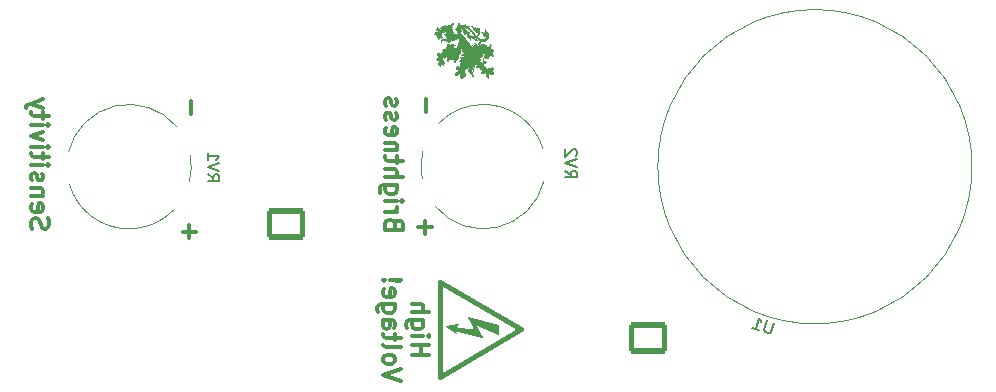
<source format=gbr>
%TF.GenerationSoftware,KiCad,Pcbnew,8.0.8*%
%TF.CreationDate,2025-02-11T23:57:59+01:00*%
%TF.ProjectId,Aussteuerung,41757373-7465-4756-9572-756e672e6b69,rev?*%
%TF.SameCoordinates,Original*%
%TF.FileFunction,Legend,Bot*%
%TF.FilePolarity,Positive*%
%FSLAX46Y46*%
G04 Gerber Fmt 4.6, Leading zero omitted, Abs format (unit mm)*
G04 Created by KiCad (PCBNEW 8.0.8) date 2025-02-11 23:57:59*
%MOMM*%
%LPD*%
G01*
G04 APERTURE LIST*
G04 Aperture macros list*
%AMRoundRect*
0 Rectangle with rounded corners*
0 $1 Rounding radius*
0 $2 $3 $4 $5 $6 $7 $8 $9 X,Y pos of 4 corners*
0 Add a 4 corners polygon primitive as box body*
4,1,4,$2,$3,$4,$5,$6,$7,$8,$9,$2,$3,0*
0 Add four circle primitives for the rounded corners*
1,1,$1+$1,$2,$3*
1,1,$1+$1,$4,$5*
1,1,$1+$1,$6,$7*
1,1,$1+$1,$8,$9*
0 Add four rect primitives between the rounded corners*
20,1,$1+$1,$2,$3,$4,$5,0*
20,1,$1+$1,$4,$5,$6,$7,0*
20,1,$1+$1,$6,$7,$8,$9,0*
20,1,$1+$1,$8,$9,$2,$3,0*%
G04 Aperture macros list end*
%ADD10C,0.300000*%
%ADD11C,0.150000*%
%ADD12C,0.381000*%
%ADD13C,0.400000*%
%ADD14C,0.200000*%
%ADD15C,0.100000*%
%ADD16C,0.120000*%
%ADD17C,0.010000*%
%ADD18C,1.600000*%
%ADD19O,1.600000X1.600000*%
%ADD20R,1.600000X1.600000*%
%ADD21RoundRect,0.250000X-0.845000X0.620000X-0.845000X-0.620000X0.845000X-0.620000X0.845000X0.620000X0*%
%ADD22O,2.190000X1.740000*%
%ADD23C,3.500120*%
%ADD24C,2.400000*%
%ADD25R,2.000000X2.000000*%
%ADD26C,2.000000*%
%ADD27RoundRect,0.250001X-1.099999X-1.399999X1.099999X-1.399999X1.099999X1.399999X-1.099999X1.399999X0*%
%ADD28O,2.700000X3.300000*%
%ADD29RoundRect,0.250001X-1.399999X1.099999X-1.399999X-1.099999X1.399999X-1.099999X1.399999X1.099999X0*%
%ADD30O,3.300000X2.700000*%
%ADD31RoundRect,0.250001X1.399999X-1.099999X1.399999X1.099999X-1.399999X1.099999X-1.399999X-1.099999X0*%
%ADD32C,4.000000*%
%ADD33C,2.340000*%
G04 APERTURE END LIST*
D10*
X111359385Y-111207714D02*
X111287957Y-110993428D01*
X111287957Y-110993428D02*
X111216528Y-110921999D01*
X111216528Y-110921999D02*
X111073671Y-110850571D01*
X111073671Y-110850571D02*
X110859385Y-110850571D01*
X110859385Y-110850571D02*
X110716528Y-110921999D01*
X110716528Y-110921999D02*
X110645100Y-110993428D01*
X110645100Y-110993428D02*
X110573671Y-111136285D01*
X110573671Y-111136285D02*
X110573671Y-111707714D01*
X110573671Y-111707714D02*
X112073671Y-111707714D01*
X112073671Y-111707714D02*
X112073671Y-111207714D01*
X112073671Y-111207714D02*
X112002242Y-111064857D01*
X112002242Y-111064857D02*
X111930814Y-110993428D01*
X111930814Y-110993428D02*
X111787957Y-110921999D01*
X111787957Y-110921999D02*
X111645100Y-110921999D01*
X111645100Y-110921999D02*
X111502242Y-110993428D01*
X111502242Y-110993428D02*
X111430814Y-111064857D01*
X111430814Y-111064857D02*
X111359385Y-111207714D01*
X111359385Y-111207714D02*
X111359385Y-111707714D01*
X110573671Y-110207714D02*
X111573671Y-110207714D01*
X111287957Y-110207714D02*
X111430814Y-110136285D01*
X111430814Y-110136285D02*
X111502242Y-110064857D01*
X111502242Y-110064857D02*
X111573671Y-109921999D01*
X111573671Y-109921999D02*
X111573671Y-109779142D01*
X110573671Y-109279143D02*
X111573671Y-109279143D01*
X112073671Y-109279143D02*
X112002242Y-109350571D01*
X112002242Y-109350571D02*
X111930814Y-109279143D01*
X111930814Y-109279143D02*
X112002242Y-109207714D01*
X112002242Y-109207714D02*
X112073671Y-109279143D01*
X112073671Y-109279143D02*
X111930814Y-109279143D01*
X111573671Y-107922000D02*
X110359385Y-107922000D01*
X110359385Y-107922000D02*
X110216528Y-107993428D01*
X110216528Y-107993428D02*
X110145100Y-108064857D01*
X110145100Y-108064857D02*
X110073671Y-108207714D01*
X110073671Y-108207714D02*
X110073671Y-108422000D01*
X110073671Y-108422000D02*
X110145100Y-108564857D01*
X110645100Y-107922000D02*
X110573671Y-108064857D01*
X110573671Y-108064857D02*
X110573671Y-108350571D01*
X110573671Y-108350571D02*
X110645100Y-108493428D01*
X110645100Y-108493428D02*
X110716528Y-108564857D01*
X110716528Y-108564857D02*
X110859385Y-108636285D01*
X110859385Y-108636285D02*
X111287957Y-108636285D01*
X111287957Y-108636285D02*
X111430814Y-108564857D01*
X111430814Y-108564857D02*
X111502242Y-108493428D01*
X111502242Y-108493428D02*
X111573671Y-108350571D01*
X111573671Y-108350571D02*
X111573671Y-108064857D01*
X111573671Y-108064857D02*
X111502242Y-107922000D01*
X110573671Y-107207714D02*
X112073671Y-107207714D01*
X110573671Y-106564857D02*
X111359385Y-106564857D01*
X111359385Y-106564857D02*
X111502242Y-106636285D01*
X111502242Y-106636285D02*
X111573671Y-106779142D01*
X111573671Y-106779142D02*
X111573671Y-106993428D01*
X111573671Y-106993428D02*
X111502242Y-107136285D01*
X111502242Y-107136285D02*
X111430814Y-107207714D01*
X111573671Y-106064856D02*
X111573671Y-105493428D01*
X112073671Y-105850571D02*
X110787957Y-105850571D01*
X110787957Y-105850571D02*
X110645100Y-105779142D01*
X110645100Y-105779142D02*
X110573671Y-105636285D01*
X110573671Y-105636285D02*
X110573671Y-105493428D01*
X111573671Y-104993428D02*
X110573671Y-104993428D01*
X111430814Y-104993428D02*
X111502242Y-104921999D01*
X111502242Y-104921999D02*
X111573671Y-104779142D01*
X111573671Y-104779142D02*
X111573671Y-104564856D01*
X111573671Y-104564856D02*
X111502242Y-104421999D01*
X111502242Y-104421999D02*
X111359385Y-104350571D01*
X111359385Y-104350571D02*
X110573671Y-104350571D01*
X110645100Y-103064856D02*
X110573671Y-103207713D01*
X110573671Y-103207713D02*
X110573671Y-103493428D01*
X110573671Y-103493428D02*
X110645100Y-103636285D01*
X110645100Y-103636285D02*
X110787957Y-103707713D01*
X110787957Y-103707713D02*
X111359385Y-103707713D01*
X111359385Y-103707713D02*
X111502242Y-103636285D01*
X111502242Y-103636285D02*
X111573671Y-103493428D01*
X111573671Y-103493428D02*
X111573671Y-103207713D01*
X111573671Y-103207713D02*
X111502242Y-103064856D01*
X111502242Y-103064856D02*
X111359385Y-102993428D01*
X111359385Y-102993428D02*
X111216528Y-102993428D01*
X111216528Y-102993428D02*
X111073671Y-103707713D01*
X110645100Y-102421999D02*
X110573671Y-102279142D01*
X110573671Y-102279142D02*
X110573671Y-101993428D01*
X110573671Y-101993428D02*
X110645100Y-101850571D01*
X110645100Y-101850571D02*
X110787957Y-101779142D01*
X110787957Y-101779142D02*
X110859385Y-101779142D01*
X110859385Y-101779142D02*
X111002242Y-101850571D01*
X111002242Y-101850571D02*
X111073671Y-101993428D01*
X111073671Y-101993428D02*
X111073671Y-102207714D01*
X111073671Y-102207714D02*
X111145100Y-102350571D01*
X111145100Y-102350571D02*
X111287957Y-102421999D01*
X111287957Y-102421999D02*
X111359385Y-102421999D01*
X111359385Y-102421999D02*
X111502242Y-102350571D01*
X111502242Y-102350571D02*
X111573671Y-102207714D01*
X111573671Y-102207714D02*
X111573671Y-101993428D01*
X111573671Y-101993428D02*
X111502242Y-101850571D01*
X110645100Y-101207713D02*
X110573671Y-101064856D01*
X110573671Y-101064856D02*
X110573671Y-100779142D01*
X110573671Y-100779142D02*
X110645100Y-100636285D01*
X110645100Y-100636285D02*
X110787957Y-100564856D01*
X110787957Y-100564856D02*
X110859385Y-100564856D01*
X110859385Y-100564856D02*
X111002242Y-100636285D01*
X111002242Y-100636285D02*
X111073671Y-100779142D01*
X111073671Y-100779142D02*
X111073671Y-100993428D01*
X111073671Y-100993428D02*
X111145100Y-101136285D01*
X111145100Y-101136285D02*
X111287957Y-101207713D01*
X111287957Y-101207713D02*
X111359385Y-101207713D01*
X111359385Y-101207713D02*
X111502242Y-101136285D01*
X111502242Y-101136285D02*
X111573671Y-100993428D01*
X111573671Y-100993428D02*
X111573671Y-100779142D01*
X111573671Y-100779142D02*
X111502242Y-100636285D01*
X80673100Y-111600571D02*
X80601671Y-111386286D01*
X80601671Y-111386286D02*
X80601671Y-111029143D01*
X80601671Y-111029143D02*
X80673100Y-110886286D01*
X80673100Y-110886286D02*
X80744528Y-110814857D01*
X80744528Y-110814857D02*
X80887385Y-110743428D01*
X80887385Y-110743428D02*
X81030242Y-110743428D01*
X81030242Y-110743428D02*
X81173100Y-110814857D01*
X81173100Y-110814857D02*
X81244528Y-110886286D01*
X81244528Y-110886286D02*
X81315957Y-111029143D01*
X81315957Y-111029143D02*
X81387385Y-111314857D01*
X81387385Y-111314857D02*
X81458814Y-111457714D01*
X81458814Y-111457714D02*
X81530242Y-111529143D01*
X81530242Y-111529143D02*
X81673100Y-111600571D01*
X81673100Y-111600571D02*
X81815957Y-111600571D01*
X81815957Y-111600571D02*
X81958814Y-111529143D01*
X81958814Y-111529143D02*
X82030242Y-111457714D01*
X82030242Y-111457714D02*
X82101671Y-111314857D01*
X82101671Y-111314857D02*
X82101671Y-110957714D01*
X82101671Y-110957714D02*
X82030242Y-110743428D01*
X80673100Y-109529143D02*
X80601671Y-109672000D01*
X80601671Y-109672000D02*
X80601671Y-109957715D01*
X80601671Y-109957715D02*
X80673100Y-110100572D01*
X80673100Y-110100572D02*
X80815957Y-110172000D01*
X80815957Y-110172000D02*
X81387385Y-110172000D01*
X81387385Y-110172000D02*
X81530242Y-110100572D01*
X81530242Y-110100572D02*
X81601671Y-109957715D01*
X81601671Y-109957715D02*
X81601671Y-109672000D01*
X81601671Y-109672000D02*
X81530242Y-109529143D01*
X81530242Y-109529143D02*
X81387385Y-109457715D01*
X81387385Y-109457715D02*
X81244528Y-109457715D01*
X81244528Y-109457715D02*
X81101671Y-110172000D01*
X81601671Y-108814858D02*
X80601671Y-108814858D01*
X81458814Y-108814858D02*
X81530242Y-108743429D01*
X81530242Y-108743429D02*
X81601671Y-108600572D01*
X81601671Y-108600572D02*
X81601671Y-108386286D01*
X81601671Y-108386286D02*
X81530242Y-108243429D01*
X81530242Y-108243429D02*
X81387385Y-108172001D01*
X81387385Y-108172001D02*
X80601671Y-108172001D01*
X80673100Y-107529143D02*
X80601671Y-107386286D01*
X80601671Y-107386286D02*
X80601671Y-107100572D01*
X80601671Y-107100572D02*
X80673100Y-106957715D01*
X80673100Y-106957715D02*
X80815957Y-106886286D01*
X80815957Y-106886286D02*
X80887385Y-106886286D01*
X80887385Y-106886286D02*
X81030242Y-106957715D01*
X81030242Y-106957715D02*
X81101671Y-107100572D01*
X81101671Y-107100572D02*
X81101671Y-107314858D01*
X81101671Y-107314858D02*
X81173100Y-107457715D01*
X81173100Y-107457715D02*
X81315957Y-107529143D01*
X81315957Y-107529143D02*
X81387385Y-107529143D01*
X81387385Y-107529143D02*
X81530242Y-107457715D01*
X81530242Y-107457715D02*
X81601671Y-107314858D01*
X81601671Y-107314858D02*
X81601671Y-107100572D01*
X81601671Y-107100572D02*
X81530242Y-106957715D01*
X80601671Y-106243429D02*
X81601671Y-106243429D01*
X82101671Y-106243429D02*
X82030242Y-106314857D01*
X82030242Y-106314857D02*
X81958814Y-106243429D01*
X81958814Y-106243429D02*
X82030242Y-106172000D01*
X82030242Y-106172000D02*
X82101671Y-106243429D01*
X82101671Y-106243429D02*
X81958814Y-106243429D01*
X81601671Y-105743428D02*
X81601671Y-105172000D01*
X82101671Y-105529143D02*
X80815957Y-105529143D01*
X80815957Y-105529143D02*
X80673100Y-105457714D01*
X80673100Y-105457714D02*
X80601671Y-105314857D01*
X80601671Y-105314857D02*
X80601671Y-105172000D01*
X80601671Y-104672000D02*
X81601671Y-104672000D01*
X82101671Y-104672000D02*
X82030242Y-104743428D01*
X82030242Y-104743428D02*
X81958814Y-104672000D01*
X81958814Y-104672000D02*
X82030242Y-104600571D01*
X82030242Y-104600571D02*
X82101671Y-104672000D01*
X82101671Y-104672000D02*
X81958814Y-104672000D01*
X81601671Y-104100571D02*
X80601671Y-103743428D01*
X80601671Y-103743428D02*
X81601671Y-103386285D01*
X80601671Y-102814857D02*
X81601671Y-102814857D01*
X82101671Y-102814857D02*
X82030242Y-102886285D01*
X82030242Y-102886285D02*
X81958814Y-102814857D01*
X81958814Y-102814857D02*
X82030242Y-102743428D01*
X82030242Y-102743428D02*
X82101671Y-102814857D01*
X82101671Y-102814857D02*
X81958814Y-102814857D01*
X81601671Y-102314856D02*
X81601671Y-101743428D01*
X82101671Y-102100571D02*
X80815957Y-102100571D01*
X80815957Y-102100571D02*
X80673100Y-102029142D01*
X80673100Y-102029142D02*
X80601671Y-101886285D01*
X80601671Y-101886285D02*
X80601671Y-101743428D01*
X81601671Y-101386285D02*
X80601671Y-101029142D01*
X81601671Y-100671999D02*
X80601671Y-101029142D01*
X80601671Y-101029142D02*
X80244528Y-101171999D01*
X80244528Y-101171999D02*
X80173100Y-101243428D01*
X80173100Y-101243428D02*
X80101671Y-101386285D01*
X94551428Y-111866900D02*
X93408571Y-111866900D01*
X93979999Y-112438328D02*
X93979999Y-111295471D01*
X114037400Y-100630510D02*
X114037400Y-101773368D01*
X114507489Y-111497400D02*
X113364632Y-111497400D01*
X113936060Y-112068828D02*
X113936060Y-110925971D01*
X112797129Y-122284857D02*
X114297129Y-122284857D01*
X113582843Y-122284857D02*
X113582843Y-121427714D01*
X112797129Y-121427714D02*
X114297129Y-121427714D01*
X112797129Y-120713428D02*
X113797129Y-120713428D01*
X114297129Y-120713428D02*
X114225700Y-120784856D01*
X114225700Y-120784856D02*
X114154272Y-120713428D01*
X114154272Y-120713428D02*
X114225700Y-120641999D01*
X114225700Y-120641999D02*
X114297129Y-120713428D01*
X114297129Y-120713428D02*
X114154272Y-120713428D01*
X113797129Y-119356285D02*
X112582843Y-119356285D01*
X112582843Y-119356285D02*
X112439986Y-119427713D01*
X112439986Y-119427713D02*
X112368558Y-119499142D01*
X112368558Y-119499142D02*
X112297129Y-119641999D01*
X112297129Y-119641999D02*
X112297129Y-119856285D01*
X112297129Y-119856285D02*
X112368558Y-119999142D01*
X112868558Y-119356285D02*
X112797129Y-119499142D01*
X112797129Y-119499142D02*
X112797129Y-119784856D01*
X112797129Y-119784856D02*
X112868558Y-119927713D01*
X112868558Y-119927713D02*
X112939986Y-119999142D01*
X112939986Y-119999142D02*
X113082843Y-120070570D01*
X113082843Y-120070570D02*
X113511415Y-120070570D01*
X113511415Y-120070570D02*
X113654272Y-119999142D01*
X113654272Y-119999142D02*
X113725700Y-119927713D01*
X113725700Y-119927713D02*
X113797129Y-119784856D01*
X113797129Y-119784856D02*
X113797129Y-119499142D01*
X113797129Y-119499142D02*
X113725700Y-119356285D01*
X112797129Y-118641999D02*
X114297129Y-118641999D01*
X112797129Y-117999142D02*
X113582843Y-117999142D01*
X113582843Y-117999142D02*
X113725700Y-118070570D01*
X113725700Y-118070570D02*
X113797129Y-118213427D01*
X113797129Y-118213427D02*
X113797129Y-118427713D01*
X113797129Y-118427713D02*
X113725700Y-118570570D01*
X113725700Y-118570570D02*
X113654272Y-118641999D01*
X111882213Y-124499142D02*
X110382213Y-123999142D01*
X110382213Y-123999142D02*
X111882213Y-123499142D01*
X110382213Y-122784857D02*
X110453642Y-122927714D01*
X110453642Y-122927714D02*
X110525070Y-122999143D01*
X110525070Y-122999143D02*
X110667927Y-123070571D01*
X110667927Y-123070571D02*
X111096499Y-123070571D01*
X111096499Y-123070571D02*
X111239356Y-122999143D01*
X111239356Y-122999143D02*
X111310784Y-122927714D01*
X111310784Y-122927714D02*
X111382213Y-122784857D01*
X111382213Y-122784857D02*
X111382213Y-122570571D01*
X111382213Y-122570571D02*
X111310784Y-122427714D01*
X111310784Y-122427714D02*
X111239356Y-122356286D01*
X111239356Y-122356286D02*
X111096499Y-122284857D01*
X111096499Y-122284857D02*
X110667927Y-122284857D01*
X110667927Y-122284857D02*
X110525070Y-122356286D01*
X110525070Y-122356286D02*
X110453642Y-122427714D01*
X110453642Y-122427714D02*
X110382213Y-122570571D01*
X110382213Y-122570571D02*
X110382213Y-122784857D01*
X110382213Y-121427714D02*
X110453642Y-121570571D01*
X110453642Y-121570571D02*
X110596499Y-121642000D01*
X110596499Y-121642000D02*
X111882213Y-121642000D01*
X111382213Y-121070571D02*
X111382213Y-120499143D01*
X111882213Y-120856286D02*
X110596499Y-120856286D01*
X110596499Y-120856286D02*
X110453642Y-120784857D01*
X110453642Y-120784857D02*
X110382213Y-120642000D01*
X110382213Y-120642000D02*
X110382213Y-120499143D01*
X110382213Y-119356286D02*
X111167927Y-119356286D01*
X111167927Y-119356286D02*
X111310784Y-119427714D01*
X111310784Y-119427714D02*
X111382213Y-119570571D01*
X111382213Y-119570571D02*
X111382213Y-119856286D01*
X111382213Y-119856286D02*
X111310784Y-119999143D01*
X110453642Y-119356286D02*
X110382213Y-119499143D01*
X110382213Y-119499143D02*
X110382213Y-119856286D01*
X110382213Y-119856286D02*
X110453642Y-119999143D01*
X110453642Y-119999143D02*
X110596499Y-120070571D01*
X110596499Y-120070571D02*
X110739356Y-120070571D01*
X110739356Y-120070571D02*
X110882213Y-119999143D01*
X110882213Y-119999143D02*
X110953642Y-119856286D01*
X110953642Y-119856286D02*
X110953642Y-119499143D01*
X110953642Y-119499143D02*
X111025070Y-119356286D01*
X111382213Y-117999143D02*
X110167927Y-117999143D01*
X110167927Y-117999143D02*
X110025070Y-118070571D01*
X110025070Y-118070571D02*
X109953642Y-118142000D01*
X109953642Y-118142000D02*
X109882213Y-118284857D01*
X109882213Y-118284857D02*
X109882213Y-118499143D01*
X109882213Y-118499143D02*
X109953642Y-118642000D01*
X110453642Y-117999143D02*
X110382213Y-118142000D01*
X110382213Y-118142000D02*
X110382213Y-118427714D01*
X110382213Y-118427714D02*
X110453642Y-118570571D01*
X110453642Y-118570571D02*
X110525070Y-118642000D01*
X110525070Y-118642000D02*
X110667927Y-118713428D01*
X110667927Y-118713428D02*
X111096499Y-118713428D01*
X111096499Y-118713428D02*
X111239356Y-118642000D01*
X111239356Y-118642000D02*
X111310784Y-118570571D01*
X111310784Y-118570571D02*
X111382213Y-118427714D01*
X111382213Y-118427714D02*
X111382213Y-118142000D01*
X111382213Y-118142000D02*
X111310784Y-117999143D01*
X110453642Y-116713428D02*
X110382213Y-116856285D01*
X110382213Y-116856285D02*
X110382213Y-117142000D01*
X110382213Y-117142000D02*
X110453642Y-117284857D01*
X110453642Y-117284857D02*
X110596499Y-117356285D01*
X110596499Y-117356285D02*
X111167927Y-117356285D01*
X111167927Y-117356285D02*
X111310784Y-117284857D01*
X111310784Y-117284857D02*
X111382213Y-117142000D01*
X111382213Y-117142000D02*
X111382213Y-116856285D01*
X111382213Y-116856285D02*
X111310784Y-116713428D01*
X111310784Y-116713428D02*
X111167927Y-116642000D01*
X111167927Y-116642000D02*
X111025070Y-116642000D01*
X111025070Y-116642000D02*
X110882213Y-117356285D01*
X110525070Y-115999143D02*
X110453642Y-115927714D01*
X110453642Y-115927714D02*
X110382213Y-115999143D01*
X110382213Y-115999143D02*
X110453642Y-116070571D01*
X110453642Y-116070571D02*
X110525070Y-115999143D01*
X110525070Y-115999143D02*
X110382213Y-115999143D01*
X110953642Y-115999143D02*
X111810784Y-116070571D01*
X111810784Y-116070571D02*
X111882213Y-115999143D01*
X111882213Y-115999143D02*
X111810784Y-115927714D01*
X111810784Y-115927714D02*
X110953642Y-115999143D01*
X110953642Y-115999143D02*
X111882213Y-115999143D01*
X94086900Y-100774571D02*
X94086900Y-101917429D01*
D11*
X125783180Y-106703238D02*
X126259371Y-107036571D01*
X125783180Y-107274666D02*
X126783180Y-107274666D01*
X126783180Y-107274666D02*
X126783180Y-106893714D01*
X126783180Y-106893714D02*
X126735561Y-106798476D01*
X126735561Y-106798476D02*
X126687942Y-106750857D01*
X126687942Y-106750857D02*
X126592704Y-106703238D01*
X126592704Y-106703238D02*
X126449847Y-106703238D01*
X126449847Y-106703238D02*
X126354609Y-106750857D01*
X126354609Y-106750857D02*
X126306990Y-106798476D01*
X126306990Y-106798476D02*
X126259371Y-106893714D01*
X126259371Y-106893714D02*
X126259371Y-107274666D01*
X126783180Y-106417523D02*
X125783180Y-106084190D01*
X125783180Y-106084190D02*
X126783180Y-105750857D01*
X126687942Y-105465142D02*
X126735561Y-105417523D01*
X126735561Y-105417523D02*
X126783180Y-105322285D01*
X126783180Y-105322285D02*
X126783180Y-105084190D01*
X126783180Y-105084190D02*
X126735561Y-104988952D01*
X126735561Y-104988952D02*
X126687942Y-104941333D01*
X126687942Y-104941333D02*
X126592704Y-104893714D01*
X126592704Y-104893714D02*
X126497466Y-104893714D01*
X126497466Y-104893714D02*
X126354609Y-104941333D01*
X126354609Y-104941333D02*
X125783180Y-105512761D01*
X125783180Y-105512761D02*
X125783180Y-104893714D01*
X95522180Y-107023238D02*
X95998371Y-107356571D01*
X95522180Y-107594666D02*
X96522180Y-107594666D01*
X96522180Y-107594666D02*
X96522180Y-107213714D01*
X96522180Y-107213714D02*
X96474561Y-107118476D01*
X96474561Y-107118476D02*
X96426942Y-107070857D01*
X96426942Y-107070857D02*
X96331704Y-107023238D01*
X96331704Y-107023238D02*
X96188847Y-107023238D01*
X96188847Y-107023238D02*
X96093609Y-107070857D01*
X96093609Y-107070857D02*
X96045990Y-107118476D01*
X96045990Y-107118476D02*
X95998371Y-107213714D01*
X95998371Y-107213714D02*
X95998371Y-107594666D01*
X96522180Y-106737523D02*
X95522180Y-106404190D01*
X95522180Y-106404190D02*
X96522180Y-106070857D01*
X95522180Y-105213714D02*
X95522180Y-105785142D01*
X95522180Y-105499428D02*
X96522180Y-105499428D01*
X96522180Y-105499428D02*
X96379323Y-105594666D01*
X96379323Y-105594666D02*
X96284085Y-105689904D01*
X96284085Y-105689904D02*
X96236466Y-105785142D01*
X143452387Y-119561267D02*
X143202231Y-120331170D01*
X143202231Y-120331170D02*
X143127512Y-120407032D01*
X143127512Y-120407032D02*
X143067508Y-120437605D01*
X143067508Y-120437605D02*
X142962217Y-120453463D01*
X142962217Y-120453463D02*
X142781063Y-120394603D01*
X142781063Y-120394603D02*
X142705201Y-120319884D01*
X142705201Y-120319884D02*
X142674628Y-120259881D01*
X142674628Y-120259881D02*
X142658770Y-120154589D01*
X142658770Y-120154589D02*
X142908926Y-119384686D01*
X141648853Y-120026726D02*
X142192314Y-120203307D01*
X141920583Y-120115016D02*
X142229600Y-119163960D01*
X142229600Y-119163960D02*
X142276032Y-119329255D01*
X142276032Y-119329255D02*
X142337178Y-119449262D01*
X142337178Y-119449262D02*
X142413040Y-119523981D01*
D12*
X115158000Y-116142000D02*
X122078028Y-120141952D01*
D13*
X115158000Y-124142000D02*
X115158000Y-116142000D01*
D14*
X115178000Y-116632000D02*
X115587264Y-116365678D01*
X115178000Y-123652000D02*
X115587266Y-123918319D01*
X116523000Y-119802000D02*
X116433000Y-120312000D01*
X118138901Y-120009101D02*
X117937099Y-120254899D01*
X118403000Y-119692000D02*
X118178000Y-119902000D01*
X121658000Y-119992000D02*
X121658000Y-120302000D01*
D12*
X122078000Y-120142000D02*
X115157972Y-124141952D01*
D15*
X120111636Y-119787521D02*
X120111636Y-120500573D01*
X118118000Y-119642000D01*
X118743740Y-120806167D01*
X116357198Y-120151323D01*
X116560927Y-120486021D01*
X115673250Y-119889385D01*
X116721000Y-119671104D01*
X116400854Y-119903938D01*
X118132552Y-120180427D01*
X117535917Y-119059917D01*
X120111636Y-119787521D01*
G36*
X120111636Y-119787521D02*
G01*
X120111636Y-120500573D01*
X118118000Y-119642000D01*
X118743740Y-120806167D01*
X116357198Y-120151323D01*
X116560927Y-120486021D01*
X115673250Y-119889385D01*
X116721000Y-119671104D01*
X116400854Y-119903938D01*
X118132552Y-120180427D01*
X117535917Y-119059917D01*
X120111636Y-119787521D01*
G37*
D16*
X113691000Y-107368000D02*
G75*
G02*
X113750610Y-105087119I5174000J1006000D01*
G01*
X115074000Y-102701000D02*
G75*
G02*
X118957030Y-101092642I3791000J-3661000D01*
G01*
X118865000Y-101092000D02*
G75*
G02*
X123904726Y-104821201I0J-5270000D01*
G01*
X123979000Y-107636000D02*
G75*
G02*
X114828379Y-109750474I-5114000J1274000D01*
G01*
X83751000Y-105088000D02*
G75*
G02*
X92901621Y-102973526I5114000J-1274000D01*
G01*
X88865000Y-111632000D02*
G75*
G02*
X83825274Y-107902799I0J5270000D01*
G01*
X92656000Y-110023000D02*
G75*
G02*
X88772970Y-111631358I-3791000J3661000D01*
G01*
X94039000Y-105356000D02*
G75*
G02*
X93979390Y-107636881I-5174000J-1006000D01*
G01*
X160239001Y-106365000D02*
G75*
G02*
X133638999Y-106365000I-13300001J0D01*
G01*
X133638999Y-106365000D02*
G75*
G02*
X160239001Y-106365000I13300001J0D01*
G01*
D17*
X119202200Y-96710500D02*
X119189500Y-96723200D01*
X119176800Y-96710500D01*
X119189500Y-96697800D01*
X119202200Y-96710500D01*
G36*
X119202200Y-96710500D02*
G01*
X119189500Y-96723200D01*
X119176800Y-96710500D01*
X119189500Y-96697800D01*
X119202200Y-96710500D01*
G37*
X118761934Y-96909467D02*
X118765908Y-96917107D01*
X118745000Y-96926400D01*
X118731554Y-96924567D01*
X118728067Y-96909467D01*
X118731790Y-96906427D01*
X118761934Y-96909467D01*
G36*
X118761934Y-96909467D02*
G01*
X118765908Y-96917107D01*
X118745000Y-96926400D01*
X118731554Y-96924567D01*
X118728067Y-96909467D01*
X118731790Y-96906427D01*
X118761934Y-96909467D01*
G37*
X119219134Y-96757067D02*
X119223108Y-96764707D01*
X119202200Y-96774000D01*
X119188754Y-96772167D01*
X119185267Y-96757067D01*
X119188990Y-96754027D01*
X119219134Y-96757067D01*
G36*
X119219134Y-96757067D02*
G01*
X119223108Y-96764707D01*
X119202200Y-96774000D01*
X119188754Y-96772167D01*
X119185267Y-96757067D01*
X119188990Y-96754027D01*
X119219134Y-96757067D01*
G37*
X114896339Y-97210647D02*
X114909600Y-97245400D01*
X114905945Y-97263542D01*
X114884200Y-97269300D01*
X114877264Y-97264102D01*
X114858800Y-97229701D01*
X114859528Y-97224031D01*
X114884200Y-97205800D01*
X114896339Y-97210647D01*
G36*
X114896339Y-97210647D02*
G01*
X114909600Y-97245400D01*
X114905945Y-97263542D01*
X114884200Y-97269300D01*
X114877264Y-97264102D01*
X114858800Y-97229701D01*
X114859528Y-97224031D01*
X114884200Y-97205800D01*
X114896339Y-97210647D01*
G37*
X115449027Y-97663685D02*
X115468400Y-97686901D01*
X115467432Y-97694028D01*
X115443000Y-97726500D01*
X115429914Y-97728890D01*
X115417600Y-97702600D01*
X115420709Y-97683675D01*
X115443000Y-97663000D01*
X115449027Y-97663685D01*
G36*
X115449027Y-97663685D02*
G01*
X115468400Y-97686901D01*
X115467432Y-97694028D01*
X115443000Y-97726500D01*
X115429914Y-97728890D01*
X115417600Y-97702600D01*
X115420709Y-97683675D01*
X115443000Y-97663000D01*
X115449027Y-97663685D01*
G37*
X116165033Y-95966016D02*
X116191314Y-95998591D01*
X116189272Y-96048834D01*
X116179584Y-96070368D01*
X116164273Y-96073560D01*
X116139463Y-96034031D01*
X116122842Y-95991658D01*
X116132846Y-95964693D01*
X116165033Y-95966016D01*
G36*
X116165033Y-95966016D02*
G01*
X116191314Y-95998591D01*
X116189272Y-96048834D01*
X116179584Y-96070368D01*
X116164273Y-96073560D01*
X116139463Y-96034031D01*
X116122842Y-95991658D01*
X116132846Y-95964693D01*
X116165033Y-95966016D01*
G37*
X116485750Y-98554029D02*
X116522500Y-98577400D01*
X116521021Y-98593023D01*
X116485900Y-98602800D01*
X116454938Y-98597838D01*
X116433600Y-98577400D01*
X116437373Y-98566202D01*
X116470201Y-98552000D01*
X116485750Y-98554029D01*
G36*
X116485750Y-98554029D02*
G01*
X116522500Y-98577400D01*
X116521021Y-98593023D01*
X116485900Y-98602800D01*
X116454938Y-98597838D01*
X116433600Y-98577400D01*
X116437373Y-98566202D01*
X116470201Y-98552000D01*
X116485750Y-98554029D01*
G37*
X118750749Y-96825092D02*
X118770400Y-96836001D01*
X118769232Y-96840076D01*
X118745000Y-96862900D01*
X118735161Y-96866869D01*
X118719600Y-96851700D01*
X118720577Y-96844327D01*
X118745000Y-96824800D01*
X118750749Y-96825092D01*
G36*
X118750749Y-96825092D02*
G01*
X118770400Y-96836001D01*
X118769232Y-96840076D01*
X118745000Y-96862900D01*
X118735161Y-96866869D01*
X118719600Y-96851700D01*
X118720577Y-96844327D01*
X118745000Y-96824800D01*
X118750749Y-96825092D01*
G37*
X117249640Y-97138142D02*
X117222703Y-97162246D01*
X117175557Y-97180400D01*
X117167343Y-97180303D01*
X117147207Y-97175737D01*
X117163501Y-97160401D01*
X117221000Y-97128883D01*
X117256366Y-97111313D01*
X117269795Y-97110627D01*
X117249640Y-97138142D01*
G36*
X117249640Y-97138142D02*
G01*
X117222703Y-97162246D01*
X117175557Y-97180400D01*
X117167343Y-97180303D01*
X117147207Y-97175737D01*
X117163501Y-97160401D01*
X117221000Y-97128883D01*
X117256366Y-97111313D01*
X117269795Y-97110627D01*
X117249640Y-97138142D01*
G37*
X116076971Y-96963864D02*
X116085677Y-96970248D01*
X116093292Y-96997185D01*
X116061757Y-97019010D01*
X116000301Y-97028000D01*
X115947640Y-97020713D01*
X115925600Y-97003084D01*
X115936410Y-96985837D01*
X115979439Y-96965538D01*
X116034032Y-96956209D01*
X116076971Y-96963864D01*
G36*
X116076971Y-96963864D02*
G01*
X116085677Y-96970248D01*
X116093292Y-96997185D01*
X116061757Y-97019010D01*
X116000301Y-97028000D01*
X115947640Y-97020713D01*
X115925600Y-97003084D01*
X115936410Y-96985837D01*
X115979439Y-96965538D01*
X116034032Y-96956209D01*
X116076971Y-96963864D01*
G37*
X118433850Y-97212049D02*
X118445666Y-97223614D01*
X118482757Y-97279539D01*
X118485755Y-97344912D01*
X118456202Y-97435129D01*
X118434132Y-97482184D01*
X118415849Y-97496959D01*
X118397072Y-97474411D01*
X118388485Y-97449743D01*
X118377980Y-97380407D01*
X118374720Y-97294787D01*
X118376700Y-97158642D01*
X118433850Y-97212049D01*
G36*
X118433850Y-97212049D02*
G01*
X118445666Y-97223614D01*
X118482757Y-97279539D01*
X118485755Y-97344912D01*
X118456202Y-97435129D01*
X118434132Y-97482184D01*
X118415849Y-97496959D01*
X118397072Y-97474411D01*
X118388485Y-97449743D01*
X118377980Y-97380407D01*
X118374720Y-97294787D01*
X118376700Y-97158642D01*
X118433850Y-97212049D01*
G37*
X115454026Y-95602891D02*
X115447590Y-95621975D01*
X115406418Y-95641050D01*
X115354959Y-95673689D01*
X115317705Y-95731183D01*
X115310968Y-95789750D01*
X115311401Y-95794692D01*
X115290600Y-95808800D01*
X115273895Y-95793035D01*
X115265200Y-95745300D01*
X115279257Y-95686434D01*
X115317352Y-95631292D01*
X115367326Y-95592843D01*
X115416957Y-95580304D01*
X115454026Y-95602891D01*
G36*
X115454026Y-95602891D02*
G01*
X115447590Y-95621975D01*
X115406418Y-95641050D01*
X115354959Y-95673689D01*
X115317705Y-95731183D01*
X115310968Y-95789750D01*
X115311401Y-95794692D01*
X115290600Y-95808800D01*
X115273895Y-95793035D01*
X115265200Y-95745300D01*
X115279257Y-95686434D01*
X115317352Y-95631292D01*
X115367326Y-95592843D01*
X115416957Y-95580304D01*
X115454026Y-95602891D01*
G37*
X118571850Y-95834641D02*
X118549359Y-95897755D01*
X118538258Y-95921320D01*
X118520801Y-95970620D01*
X118529886Y-96004038D01*
X118568413Y-96043805D01*
X118629886Y-96100900D01*
X118571745Y-96109200D01*
X118530394Y-96108203D01*
X118476902Y-96087040D01*
X118459323Y-96066143D01*
X118441687Y-95999944D01*
X118452686Y-95924001D01*
X118491000Y-95859600D01*
X118525691Y-95828470D01*
X118562966Y-95810896D01*
X118571850Y-95834641D01*
G36*
X118571850Y-95834641D02*
G01*
X118549359Y-95897755D01*
X118538258Y-95921320D01*
X118520801Y-95970620D01*
X118529886Y-96004038D01*
X118568413Y-96043805D01*
X118629886Y-96100900D01*
X118571745Y-96109200D01*
X118530394Y-96108203D01*
X118476902Y-96087040D01*
X118459323Y-96066143D01*
X118441687Y-95999944D01*
X118452686Y-95924001D01*
X118491000Y-95859600D01*
X118525691Y-95828470D01*
X118562966Y-95810896D01*
X118571850Y-95834641D01*
G37*
X118887754Y-95937003D02*
X118912904Y-95953207D01*
X118907478Y-96000707D01*
X118907305Y-96001400D01*
X118907980Y-96065275D01*
X118949522Y-96127707D01*
X118955172Y-96133854D01*
X118982548Y-96174811D01*
X118971362Y-96189760D01*
X118926526Y-96178112D01*
X118852950Y-96139279D01*
X118839721Y-96130743D01*
X118790371Y-96088398D01*
X118770400Y-96052551D01*
X118773252Y-96016920D01*
X118802871Y-95956642D01*
X118862502Y-95935800D01*
X118887754Y-95937003D01*
G36*
X118887754Y-95937003D02*
G01*
X118912904Y-95953207D01*
X118907478Y-96000707D01*
X118907305Y-96001400D01*
X118907980Y-96065275D01*
X118949522Y-96127707D01*
X118955172Y-96133854D01*
X118982548Y-96174811D01*
X118971362Y-96189760D01*
X118926526Y-96178112D01*
X118852950Y-96139279D01*
X118839721Y-96130743D01*
X118790371Y-96088398D01*
X118770400Y-96052551D01*
X118773252Y-96016920D01*
X118802871Y-95956642D01*
X118862502Y-95935800D01*
X118887754Y-95937003D01*
G37*
X118131440Y-96318834D02*
X118225624Y-96355090D01*
X118299819Y-96382402D01*
X118389113Y-96407771D01*
X118454171Y-96417798D01*
X118513329Y-96426691D01*
X118569999Y-96455910D01*
X118592600Y-96496401D01*
X118590061Y-96502499D01*
X118555680Y-96508234D01*
X118489971Y-96497914D01*
X118404278Y-96474885D01*
X118309940Y-96442496D01*
X118218299Y-96404094D01*
X118140697Y-96363025D01*
X118104512Y-96339697D01*
X118069649Y-96311253D01*
X118079037Y-96304260D01*
X118131440Y-96318834D01*
G36*
X118131440Y-96318834D02*
G01*
X118225624Y-96355090D01*
X118299819Y-96382402D01*
X118389113Y-96407771D01*
X118454171Y-96417798D01*
X118513329Y-96426691D01*
X118569999Y-96455910D01*
X118592600Y-96496401D01*
X118590061Y-96502499D01*
X118555680Y-96508234D01*
X118489971Y-96497914D01*
X118404278Y-96474885D01*
X118309940Y-96442496D01*
X118218299Y-96404094D01*
X118140697Y-96363025D01*
X118104512Y-96339697D01*
X118069649Y-96311253D01*
X118079037Y-96304260D01*
X118131440Y-96318834D01*
G37*
X118579900Y-96724891D02*
X118519937Y-96774846D01*
X118464691Y-96809008D01*
X118407637Y-96824800D01*
X118404268Y-96824859D01*
X118338027Y-96846598D01*
X118284451Y-96895892D01*
X118262400Y-96955737D01*
X118260869Y-96973359D01*
X118239798Y-97001874D01*
X118203134Y-96985667D01*
X118200224Y-96982445D01*
X118186000Y-96930674D01*
X118200028Y-96860242D01*
X118238844Y-96790126D01*
X118256534Y-96769169D01*
X118295093Y-96739722D01*
X118348926Y-96726657D01*
X118435694Y-96724046D01*
X118579900Y-96724891D01*
G36*
X118579900Y-96724891D02*
G01*
X118519937Y-96774846D01*
X118464691Y-96809008D01*
X118407637Y-96824800D01*
X118404268Y-96824859D01*
X118338027Y-96846598D01*
X118284451Y-96895892D01*
X118262400Y-96955737D01*
X118260869Y-96973359D01*
X118239798Y-97001874D01*
X118203134Y-96985667D01*
X118200224Y-96982445D01*
X118186000Y-96930674D01*
X118200028Y-96860242D01*
X118238844Y-96790126D01*
X118256534Y-96769169D01*
X118295093Y-96739722D01*
X118348926Y-96726657D01*
X118435694Y-96724046D01*
X118579900Y-96724891D01*
G37*
X118689004Y-95967080D02*
X118721685Y-96018979D01*
X118727829Y-96030455D01*
X118788124Y-96106124D01*
X118871314Y-96176484D01*
X118955768Y-96222712D01*
X118966814Y-96228929D01*
X118968794Y-96252513D01*
X118964391Y-96255687D01*
X118922209Y-96255547D01*
X118856254Y-96234932D01*
X118781594Y-96200570D01*
X118713296Y-96159188D01*
X118666426Y-96117513D01*
X118651940Y-96096421D01*
X118627114Y-96032070D01*
X118628159Y-95975792D01*
X118656100Y-95944769D01*
X118660135Y-95944506D01*
X118689004Y-95967080D01*
G36*
X118689004Y-95967080D02*
G01*
X118721685Y-96018979D01*
X118727829Y-96030455D01*
X118788124Y-96106124D01*
X118871314Y-96176484D01*
X118955768Y-96222712D01*
X118966814Y-96228929D01*
X118968794Y-96252513D01*
X118964391Y-96255687D01*
X118922209Y-96255547D01*
X118856254Y-96234932D01*
X118781594Y-96200570D01*
X118713296Y-96159188D01*
X118666426Y-96117513D01*
X118651940Y-96096421D01*
X118627114Y-96032070D01*
X118628159Y-95975792D01*
X118656100Y-95944769D01*
X118660135Y-95944506D01*
X118689004Y-95967080D01*
G37*
X117942551Y-96060621D02*
X118025040Y-96104966D01*
X118147446Y-96177147D01*
X118215687Y-96209106D01*
X118319004Y-96243166D01*
X118426846Y-96267560D01*
X118537687Y-96287562D01*
X118613728Y-96306533D01*
X118646232Y-96324579D01*
X118638859Y-96343849D01*
X118595270Y-96366495D01*
X118564729Y-96376566D01*
X118451222Y-96385167D01*
X118320790Y-96362591D01*
X118186858Y-96313363D01*
X118062853Y-96242010D01*
X117962200Y-96153058D01*
X117910849Y-96091521D01*
X117887830Y-96054208D01*
X117897606Y-96043805D01*
X117942551Y-96060621D01*
G36*
X117942551Y-96060621D02*
G01*
X118025040Y-96104966D01*
X118147446Y-96177147D01*
X118215687Y-96209106D01*
X118319004Y-96243166D01*
X118426846Y-96267560D01*
X118537687Y-96287562D01*
X118613728Y-96306533D01*
X118646232Y-96324579D01*
X118638859Y-96343849D01*
X118595270Y-96366495D01*
X118564729Y-96376566D01*
X118451222Y-96385167D01*
X118320790Y-96362591D01*
X118186858Y-96313363D01*
X118062853Y-96242010D01*
X117962200Y-96153058D01*
X117910849Y-96091521D01*
X117887830Y-96054208D01*
X117897606Y-96043805D01*
X117942551Y-96060621D01*
G37*
X117763474Y-97404060D02*
X117750464Y-97424012D01*
X117717009Y-97484631D01*
X117703600Y-97524891D01*
X117700773Y-97536299D01*
X117672489Y-97581770D01*
X117623656Y-97637437D01*
X117582817Y-97675316D01*
X117545051Y-97696545D01*
X117522445Y-97683841D01*
X117503073Y-97624845D01*
X117505621Y-97559655D01*
X117526439Y-97506912D01*
X117561841Y-97485200D01*
X117565615Y-97484741D01*
X117602483Y-97460976D01*
X117646360Y-97412280D01*
X117649659Y-97407942D01*
X117704782Y-97355677D01*
X117761810Y-97327595D01*
X117823348Y-97315831D01*
X117763474Y-97404060D01*
G36*
X117763474Y-97404060D02*
G01*
X117750464Y-97424012D01*
X117717009Y-97484631D01*
X117703600Y-97524891D01*
X117700773Y-97536299D01*
X117672489Y-97581770D01*
X117623656Y-97637437D01*
X117582817Y-97675316D01*
X117545051Y-97696545D01*
X117522445Y-97683841D01*
X117503073Y-97624845D01*
X117505621Y-97559655D01*
X117526439Y-97506912D01*
X117561841Y-97485200D01*
X117565615Y-97484741D01*
X117602483Y-97460976D01*
X117646360Y-97412280D01*
X117649659Y-97407942D01*
X117704782Y-97355677D01*
X117761810Y-97327595D01*
X117823348Y-97315831D01*
X117763474Y-97404060D01*
G37*
X118841716Y-97154944D02*
X118843680Y-97234440D01*
X118845316Y-97270125D01*
X118860106Y-97359764D01*
X118886640Y-97415466D01*
X118921045Y-97431610D01*
X118959453Y-97402576D01*
X118971028Y-97389827D01*
X119007613Y-97380972D01*
X119037459Y-97411307D01*
X119049800Y-97472500D01*
X119039972Y-97523634D01*
X118996376Y-97571814D01*
X118927753Y-97585655D01*
X118844931Y-97560507D01*
X118814962Y-97523545D01*
X118797676Y-97443447D01*
X118799088Y-97330644D01*
X118819743Y-97193100D01*
X118821315Y-97185505D01*
X118832600Y-97134045D01*
X118838712Y-97122668D01*
X118841716Y-97154944D01*
G36*
X118841716Y-97154944D02*
G01*
X118843680Y-97234440D01*
X118845316Y-97270125D01*
X118860106Y-97359764D01*
X118886640Y-97415466D01*
X118921045Y-97431610D01*
X118959453Y-97402576D01*
X118971028Y-97389827D01*
X119007613Y-97380972D01*
X119037459Y-97411307D01*
X119049800Y-97472500D01*
X119039972Y-97523634D01*
X118996376Y-97571814D01*
X118927753Y-97585655D01*
X118844931Y-97560507D01*
X118814962Y-97523545D01*
X118797676Y-97443447D01*
X118799088Y-97330644D01*
X118819743Y-97193100D01*
X118821315Y-97185505D01*
X118832600Y-97134045D01*
X118838712Y-97122668D01*
X118841716Y-97154944D01*
G37*
X117825450Y-96695595D02*
X117940939Y-96701606D01*
X118055904Y-96711189D01*
X118114178Y-96717734D01*
X118183498Y-96729069D01*
X118210021Y-96741035D01*
X118198885Y-96755211D01*
X118161822Y-96764750D01*
X118083741Y-96768622D01*
X117985115Y-96763253D01*
X117832379Y-96759049D01*
X117665347Y-96785673D01*
X117610675Y-96799524D01*
X117518884Y-96818473D01*
X117457120Y-96820871D01*
X117412815Y-96806214D01*
X117373400Y-96774000D01*
X117338407Y-96737004D01*
X117322600Y-96715960D01*
X117334409Y-96712582D01*
X117388942Y-96707482D01*
X117480441Y-96702479D01*
X117600747Y-96697990D01*
X117741700Y-96694436D01*
X117825450Y-96695595D01*
G36*
X117825450Y-96695595D02*
G01*
X117940939Y-96701606D01*
X118055904Y-96711189D01*
X118114178Y-96717734D01*
X118183498Y-96729069D01*
X118210021Y-96741035D01*
X118198885Y-96755211D01*
X118161822Y-96764750D01*
X118083741Y-96768622D01*
X117985115Y-96763253D01*
X117832379Y-96759049D01*
X117665347Y-96785673D01*
X117610675Y-96799524D01*
X117518884Y-96818473D01*
X117457120Y-96820871D01*
X117412815Y-96806214D01*
X117373400Y-96774000D01*
X117338407Y-96737004D01*
X117322600Y-96715960D01*
X117334409Y-96712582D01*
X117388942Y-96707482D01*
X117480441Y-96702479D01*
X117600747Y-96697990D01*
X117741700Y-96694436D01*
X117825450Y-96695595D01*
G37*
X117722264Y-96526182D02*
X117819693Y-96541648D01*
X117956042Y-96570453D01*
X117979748Y-96575616D01*
X118113015Y-96601433D01*
X118249187Y-96623532D01*
X118362173Y-96637601D01*
X118371120Y-96638452D01*
X118457451Y-96648946D01*
X118518590Y-96660421D01*
X118541800Y-96670542D01*
X118528148Y-96675982D01*
X118473200Y-96682946D01*
X118385908Y-96688806D01*
X118276801Y-96692683D01*
X118210731Y-96693607D01*
X118066626Y-96689546D01*
X117943846Y-96674514D01*
X117821613Y-96646401D01*
X117717794Y-96622214D01*
X117622977Y-96608660D01*
X117559562Y-96609682D01*
X117487700Y-96625141D01*
X117547664Y-96572571D01*
X117562364Y-96560334D01*
X117603712Y-96535472D01*
X117653641Y-96524105D01*
X117722264Y-96526182D01*
G36*
X117722264Y-96526182D02*
G01*
X117819693Y-96541648D01*
X117956042Y-96570453D01*
X117979748Y-96575616D01*
X118113015Y-96601433D01*
X118249187Y-96623532D01*
X118362173Y-96637601D01*
X118371120Y-96638452D01*
X118457451Y-96648946D01*
X118518590Y-96660421D01*
X118541800Y-96670542D01*
X118528148Y-96675982D01*
X118473200Y-96682946D01*
X118385908Y-96688806D01*
X118276801Y-96692683D01*
X118210731Y-96693607D01*
X118066626Y-96689546D01*
X117943846Y-96674514D01*
X117821613Y-96646401D01*
X117717794Y-96622214D01*
X117622977Y-96608660D01*
X117559562Y-96609682D01*
X117487700Y-96625141D01*
X117547664Y-96572571D01*
X117562364Y-96560334D01*
X117603712Y-96535472D01*
X117653641Y-96524105D01*
X117722264Y-96526182D01*
G37*
X118043261Y-96794035D02*
X118090475Y-96796165D01*
X118150270Y-96802683D01*
X118171732Y-96814584D01*
X118163143Y-96834678D01*
X118138073Y-96850315D01*
X118065016Y-96868736D01*
X117957299Y-96879932D01*
X117874342Y-96887648D01*
X117792381Y-96903819D01*
X117748517Y-96924593D01*
X117740380Y-96933622D01*
X117733299Y-96949426D01*
X117767100Y-96939114D01*
X117809060Y-96928532D01*
X117888675Y-96916448D01*
X117983000Y-96907312D01*
X118020300Y-96905230D01*
X118096087Y-96906887D01*
X118124778Y-96917866D01*
X118107874Y-96935439D01*
X118046875Y-96956882D01*
X117943282Y-96979470D01*
X117876792Y-96992090D01*
X117786952Y-97011260D01*
X117723877Y-97027252D01*
X117676152Y-97035866D01*
X117643333Y-97018981D01*
X117634832Y-96992842D01*
X117635516Y-96907669D01*
X117677608Y-96838037D01*
X117707867Y-96816106D01*
X117751179Y-96800356D01*
X117814767Y-96792240D01*
X117908753Y-96790539D01*
X118043261Y-96794035D01*
G36*
X118043261Y-96794035D02*
G01*
X118090475Y-96796165D01*
X118150270Y-96802683D01*
X118171732Y-96814584D01*
X118163143Y-96834678D01*
X118138073Y-96850315D01*
X118065016Y-96868736D01*
X117957299Y-96879932D01*
X117874342Y-96887648D01*
X117792381Y-96903819D01*
X117748517Y-96924593D01*
X117740380Y-96933622D01*
X117733299Y-96949426D01*
X117767100Y-96939114D01*
X117809060Y-96928532D01*
X117888675Y-96916448D01*
X117983000Y-96907312D01*
X118020300Y-96905230D01*
X118096087Y-96906887D01*
X118124778Y-96917866D01*
X118107874Y-96935439D01*
X118046875Y-96956882D01*
X117943282Y-96979470D01*
X117876792Y-96992090D01*
X117786952Y-97011260D01*
X117723877Y-97027252D01*
X117676152Y-97035866D01*
X117643333Y-97018981D01*
X117634832Y-96992842D01*
X117635516Y-96907669D01*
X117677608Y-96838037D01*
X117707867Y-96816106D01*
X117751179Y-96800356D01*
X117814767Y-96792240D01*
X117908753Y-96790539D01*
X118043261Y-96794035D01*
G37*
X117945353Y-96254516D02*
X118039384Y-96313960D01*
X118042702Y-96316856D01*
X118170230Y-96408615D01*
X118309116Y-96477239D01*
X118439819Y-96513011D01*
X118481316Y-96520130D01*
X118528516Y-96540191D01*
X118541800Y-96574145D01*
X118532180Y-96599612D01*
X118486181Y-96620389D01*
X118412159Y-96618920D01*
X118321204Y-96594197D01*
X118284343Y-96583519D01*
X118199280Y-96568414D01*
X118104372Y-96559362D01*
X118093057Y-96558743D01*
X118001242Y-96547670D01*
X117934210Y-96521787D01*
X117868539Y-96472466D01*
X117838580Y-96445562D01*
X117799744Y-96407818D01*
X117789539Y-96393000D01*
X117797700Y-96391728D01*
X117836503Y-96379394D01*
X117861145Y-96381780D01*
X117917104Y-96408541D01*
X117984631Y-96455348D01*
X118033191Y-96491549D01*
X118094463Y-96530092D01*
X118132807Y-96545154D01*
X118140583Y-96540105D01*
X118119938Y-96514379D01*
X118065176Y-96470954D01*
X117982308Y-96414436D01*
X117877343Y-96349430D01*
X117871421Y-96345893D01*
X117799886Y-96297246D01*
X117775775Y-96264629D01*
X117798960Y-96246321D01*
X117869316Y-96240600D01*
X117945353Y-96254516D01*
G36*
X117945353Y-96254516D02*
G01*
X118039384Y-96313960D01*
X118042702Y-96316856D01*
X118170230Y-96408615D01*
X118309116Y-96477239D01*
X118439819Y-96513011D01*
X118481316Y-96520130D01*
X118528516Y-96540191D01*
X118541800Y-96574145D01*
X118532180Y-96599612D01*
X118486181Y-96620389D01*
X118412159Y-96618920D01*
X118321204Y-96594197D01*
X118284343Y-96583519D01*
X118199280Y-96568414D01*
X118104372Y-96559362D01*
X118093057Y-96558743D01*
X118001242Y-96547670D01*
X117934210Y-96521787D01*
X117868539Y-96472466D01*
X117838580Y-96445562D01*
X117799744Y-96407818D01*
X117789539Y-96393000D01*
X117797700Y-96391728D01*
X117836503Y-96379394D01*
X117861145Y-96381780D01*
X117917104Y-96408541D01*
X117984631Y-96455348D01*
X118033191Y-96491549D01*
X118094463Y-96530092D01*
X118132807Y-96545154D01*
X118140583Y-96540105D01*
X118119938Y-96514379D01*
X118065176Y-96470954D01*
X117982308Y-96414436D01*
X117877343Y-96349430D01*
X117871421Y-96345893D01*
X117799886Y-96297246D01*
X117775775Y-96264629D01*
X117798960Y-96246321D01*
X117869316Y-96240600D01*
X117945353Y-96254516D01*
G37*
X118170107Y-96974137D02*
X118166523Y-97000418D01*
X118117181Y-97036956D01*
X118098807Y-97045753D01*
X118019715Y-97076768D01*
X117932200Y-97104200D01*
X117906091Y-97111564D01*
X117816259Y-97142133D01*
X117742727Y-97174605D01*
X117696337Y-97203663D01*
X117687926Y-97223993D01*
X117699227Y-97227730D01*
X117734737Y-97212562D01*
X117737541Y-97210553D01*
X117782040Y-97189244D01*
X117858485Y-97160144D01*
X117952104Y-97128937D01*
X117968741Y-97123674D01*
X118056385Y-97093475D01*
X118121297Y-97067045D01*
X118150453Y-97049595D01*
X118160290Y-97040960D01*
X118199703Y-97029605D01*
X118242398Y-97029828D01*
X118262400Y-97043129D01*
X118262103Y-97046833D01*
X118240653Y-97090891D01*
X118195269Y-97148597D01*
X118140013Y-97203920D01*
X118088948Y-97240832D01*
X118041177Y-97257652D01*
X117954306Y-97276522D01*
X117856288Y-97289390D01*
X117810646Y-97293870D01*
X117729532Y-97307967D01*
X117676093Y-97331527D01*
X117633992Y-97370512D01*
X117627110Y-97378173D01*
X117581845Y-97414445D01*
X117548418Y-97419981D01*
X117532496Y-97396647D01*
X117529614Y-97337112D01*
X117546658Y-97260932D01*
X117579635Y-97183765D01*
X117624555Y-97121269D01*
X117628356Y-97117486D01*
X117684442Y-97074065D01*
X117755117Y-97046819D01*
X117858470Y-97028581D01*
X117937226Y-97016612D01*
X118027895Y-96998399D01*
X118090051Y-96980733D01*
X118132975Y-96968561D01*
X118170107Y-96974137D01*
G36*
X118170107Y-96974137D02*
G01*
X118166523Y-97000418D01*
X118117181Y-97036956D01*
X118098807Y-97045753D01*
X118019715Y-97076768D01*
X117932200Y-97104200D01*
X117906091Y-97111564D01*
X117816259Y-97142133D01*
X117742727Y-97174605D01*
X117696337Y-97203663D01*
X117687926Y-97223993D01*
X117699227Y-97227730D01*
X117734737Y-97212562D01*
X117737541Y-97210553D01*
X117782040Y-97189244D01*
X117858485Y-97160144D01*
X117952104Y-97128937D01*
X117968741Y-97123674D01*
X118056385Y-97093475D01*
X118121297Y-97067045D01*
X118150453Y-97049595D01*
X118160290Y-97040960D01*
X118199703Y-97029605D01*
X118242398Y-97029828D01*
X118262400Y-97043129D01*
X118262103Y-97046833D01*
X118240653Y-97090891D01*
X118195269Y-97148597D01*
X118140013Y-97203920D01*
X118088948Y-97240832D01*
X118041177Y-97257652D01*
X117954306Y-97276522D01*
X117856288Y-97289390D01*
X117810646Y-97293870D01*
X117729532Y-97307967D01*
X117676093Y-97331527D01*
X117633992Y-97370512D01*
X117627110Y-97378173D01*
X117581845Y-97414445D01*
X117548418Y-97419981D01*
X117532496Y-97396647D01*
X117529614Y-97337112D01*
X117546658Y-97260932D01*
X117579635Y-97183765D01*
X117624555Y-97121269D01*
X117628356Y-97117486D01*
X117684442Y-97074065D01*
X117755117Y-97046819D01*
X117858470Y-97028581D01*
X117937226Y-97016612D01*
X118027895Y-96998399D01*
X118090051Y-96980733D01*
X118132975Y-96968561D01*
X118170107Y-96974137D01*
G37*
X118166515Y-95923133D02*
X118221539Y-95964403D01*
X118285045Y-96024700D01*
X118315520Y-96055906D01*
X118375945Y-96108166D01*
X118428773Y-96132816D01*
X118490438Y-96139000D01*
X118557851Y-96148539D01*
X118656265Y-96177246D01*
X118761199Y-96219336D01*
X118855366Y-96262979D01*
X118914335Y-96291623D01*
X118943425Y-96308814D01*
X118950898Y-96319457D01*
X118945013Y-96328455D01*
X118926187Y-96327206D01*
X118872544Y-96309266D01*
X118798557Y-96277655D01*
X118739834Y-96253235D01*
X118656645Y-96227081D01*
X118596428Y-96218121D01*
X118561052Y-96221040D01*
X118565821Y-96227132D01*
X118618000Y-96238819D01*
X118657978Y-96248247D01*
X118739526Y-96276791D01*
X118798499Y-96309930D01*
X118821200Y-96340789D01*
X118817838Y-96345003D01*
X118784143Y-96340437D01*
X118725950Y-96316989D01*
X118697927Y-96304874D01*
X118602197Y-96274169D01*
X118503700Y-96253738D01*
X118400577Y-96236795D01*
X118243380Y-96194031D01*
X118113575Y-96132133D01*
X118064430Y-96099443D01*
X118049412Y-96076456D01*
X118069372Y-96057613D01*
X118091680Y-96051280D01*
X118143216Y-96065103D01*
X118219675Y-96113006D01*
X118250282Y-96133157D01*
X118343651Y-96179292D01*
X118428977Y-96202916D01*
X118529100Y-96214419D01*
X118431404Y-96189298D01*
X118359428Y-96163983D01*
X118277340Y-96121400D01*
X118207107Y-96072389D01*
X118160517Y-96025337D01*
X118149359Y-95988631D01*
X118151771Y-95970171D01*
X118129911Y-95931870D01*
X118112575Y-95916375D01*
X118136705Y-95910789D01*
X118166515Y-95923133D01*
G36*
X118166515Y-95923133D02*
G01*
X118221539Y-95964403D01*
X118285045Y-96024700D01*
X118315520Y-96055906D01*
X118375945Y-96108166D01*
X118428773Y-96132816D01*
X118490438Y-96139000D01*
X118557851Y-96148539D01*
X118656265Y-96177246D01*
X118761199Y-96219336D01*
X118855366Y-96262979D01*
X118914335Y-96291623D01*
X118943425Y-96308814D01*
X118950898Y-96319457D01*
X118945013Y-96328455D01*
X118926187Y-96327206D01*
X118872544Y-96309266D01*
X118798557Y-96277655D01*
X118739834Y-96253235D01*
X118656645Y-96227081D01*
X118596428Y-96218121D01*
X118561052Y-96221040D01*
X118565821Y-96227132D01*
X118618000Y-96238819D01*
X118657978Y-96248247D01*
X118739526Y-96276791D01*
X118798499Y-96309930D01*
X118821200Y-96340789D01*
X118817838Y-96345003D01*
X118784143Y-96340437D01*
X118725950Y-96316989D01*
X118697927Y-96304874D01*
X118602197Y-96274169D01*
X118503700Y-96253738D01*
X118400577Y-96236795D01*
X118243380Y-96194031D01*
X118113575Y-96132133D01*
X118064430Y-96099443D01*
X118049412Y-96076456D01*
X118069372Y-96057613D01*
X118091680Y-96051280D01*
X118143216Y-96065103D01*
X118219675Y-96113006D01*
X118250282Y-96133157D01*
X118343651Y-96179292D01*
X118428977Y-96202916D01*
X118529100Y-96214419D01*
X118431404Y-96189298D01*
X118359428Y-96163983D01*
X118277340Y-96121400D01*
X118207107Y-96072389D01*
X118160517Y-96025337D01*
X118149359Y-95988631D01*
X118151771Y-95970171D01*
X118129911Y-95931870D01*
X118112575Y-95916375D01*
X118136705Y-95910789D01*
X118166515Y-95923133D01*
G37*
X119474644Y-96030869D02*
X119472075Y-96091375D01*
X119460937Y-96156307D01*
X119456200Y-96202713D01*
X119445615Y-96224589D01*
X119403191Y-96248538D01*
X119362896Y-96272274D01*
X119356805Y-96308363D01*
X119384899Y-96340813D01*
X119441830Y-96354900D01*
X119495597Y-96363771D01*
X119525944Y-96386650D01*
X119533303Y-96399423D01*
X119572617Y-96418400D01*
X119588183Y-96420916D01*
X119608600Y-96443800D01*
X119612899Y-96455485D01*
X119646700Y-96469200D01*
X119671387Y-96477896D01*
X119683805Y-96513880D01*
X119669775Y-96562122D01*
X119631247Y-96605430D01*
X119599935Y-96637391D01*
X119594646Y-96670371D01*
X119603213Y-96709744D01*
X119581787Y-96733403D01*
X119543952Y-96722247D01*
X119509391Y-96705806D01*
X119471592Y-96721852D01*
X119456201Y-96775500D01*
X119456378Y-96781638D01*
X119473731Y-96815344D01*
X119527624Y-96824800D01*
X119590709Y-96840200D01*
X119654624Y-96899972D01*
X119683896Y-96942255D01*
X119707087Y-96991896D01*
X119692566Y-97007685D01*
X119640350Y-96989511D01*
X119578373Y-96960837D01*
X119497722Y-96927473D01*
X119483102Y-96921848D01*
X119450294Y-96904228D01*
X119434333Y-96876393D01*
X119430826Y-96824858D01*
X119435380Y-96736141D01*
X119436701Y-96713820D01*
X119438081Y-96627367D01*
X119429435Y-96578888D01*
X119409273Y-96558228D01*
X119393143Y-96549556D01*
X119386593Y-96530341D01*
X119386175Y-96507525D01*
X119369858Y-96449894D01*
X119340502Y-96372189D01*
X119312924Y-96304609D01*
X119289064Y-96243268D01*
X119279474Y-96214495D01*
X119289478Y-96194658D01*
X119323953Y-96162227D01*
X119363982Y-96136029D01*
X119389318Y-96131384D01*
X119403329Y-96122329D01*
X119419618Y-96078498D01*
X119433329Y-96039189D01*
X119457851Y-96012521D01*
X119474644Y-96030869D01*
G36*
X119474644Y-96030869D02*
G01*
X119472075Y-96091375D01*
X119460937Y-96156307D01*
X119456200Y-96202713D01*
X119445615Y-96224589D01*
X119403191Y-96248538D01*
X119362896Y-96272274D01*
X119356805Y-96308363D01*
X119384899Y-96340813D01*
X119441830Y-96354900D01*
X119495597Y-96363771D01*
X119525944Y-96386650D01*
X119533303Y-96399423D01*
X119572617Y-96418400D01*
X119588183Y-96420916D01*
X119608600Y-96443800D01*
X119612899Y-96455485D01*
X119646700Y-96469200D01*
X119671387Y-96477896D01*
X119683805Y-96513880D01*
X119669775Y-96562122D01*
X119631247Y-96605430D01*
X119599935Y-96637391D01*
X119594646Y-96670371D01*
X119603213Y-96709744D01*
X119581787Y-96733403D01*
X119543952Y-96722247D01*
X119509391Y-96705806D01*
X119471592Y-96721852D01*
X119456201Y-96775500D01*
X119456378Y-96781638D01*
X119473731Y-96815344D01*
X119527624Y-96824800D01*
X119590709Y-96840200D01*
X119654624Y-96899972D01*
X119683896Y-96942255D01*
X119707087Y-96991896D01*
X119692566Y-97007685D01*
X119640350Y-96989511D01*
X119578373Y-96960837D01*
X119497722Y-96927473D01*
X119483102Y-96921848D01*
X119450294Y-96904228D01*
X119434333Y-96876393D01*
X119430826Y-96824858D01*
X119435380Y-96736141D01*
X119436701Y-96713820D01*
X119438081Y-96627367D01*
X119429435Y-96578888D01*
X119409273Y-96558228D01*
X119393143Y-96549556D01*
X119386593Y-96530341D01*
X119386175Y-96507525D01*
X119369858Y-96449894D01*
X119340502Y-96372189D01*
X119312924Y-96304609D01*
X119289064Y-96243268D01*
X119279474Y-96214495D01*
X119289478Y-96194658D01*
X119323953Y-96162227D01*
X119363982Y-96136029D01*
X119389318Y-96131384D01*
X119403329Y-96122329D01*
X119419618Y-96078498D01*
X119433329Y-96039189D01*
X119457851Y-96012521D01*
X119474644Y-96030869D01*
G37*
X119009956Y-94746697D02*
X119008817Y-94778455D01*
X119007861Y-94781682D01*
X119020365Y-94823760D01*
X119065389Y-94873705D01*
X119078763Y-94884888D01*
X119167517Y-94962459D01*
X119219813Y-95016739D01*
X119240111Y-95053144D01*
X119232871Y-95077090D01*
X119232169Y-95077813D01*
X119224697Y-95116965D01*
X119255059Y-95183077D01*
X119282434Y-95239942D01*
X119300915Y-95357218D01*
X119275519Y-95473822D01*
X119209397Y-95579599D01*
X119105699Y-95664396D01*
X119077887Y-95678487D01*
X118968930Y-95711457D01*
X118841721Y-95727224D01*
X118795800Y-95726103D01*
X118717610Y-95724196D01*
X118617948Y-95700780D01*
X118564364Y-95672507D01*
X118774893Y-95672507D01*
X118795800Y-95681800D01*
X118809247Y-95679967D01*
X118812734Y-95664867D01*
X118809011Y-95661827D01*
X118778867Y-95664867D01*
X118774893Y-95672507D01*
X118564364Y-95672507D01*
X118562061Y-95671292D01*
X118478140Y-95617054D01*
X118393405Y-95554080D01*
X118336221Y-95506786D01*
X118293670Y-95464923D01*
X118283154Y-95439126D01*
X118299313Y-95421863D01*
X118329352Y-95415911D01*
X118376200Y-95436703D01*
X118444699Y-95492343D01*
X118548483Y-95586106D01*
X118724754Y-95568737D01*
X118775187Y-95563863D01*
X118845588Y-95558868D01*
X118879192Y-95562414D01*
X118885226Y-95576689D01*
X118872919Y-95603884D01*
X118864652Y-95620234D01*
X118860420Y-95649664D01*
X118893397Y-95656400D01*
X118899713Y-95656243D01*
X118950450Y-95638437D01*
X118992653Y-95585645D01*
X119032867Y-95490061D01*
X119040473Y-95469726D01*
X119069842Y-95411096D01*
X119096312Y-95382663D01*
X119117515Y-95394616D01*
X119125439Y-95439396D01*
X119119421Y-95500884D01*
X119099199Y-95562820D01*
X119083636Y-95595908D01*
X119085021Y-95601929D01*
X119114579Y-95567500D01*
X119165284Y-95494505D01*
X119203544Y-95390220D01*
X119196802Y-95296233D01*
X119192368Y-95284629D01*
X119158627Y-95236042D01*
X119121245Y-95227546D01*
X119091415Y-95262700D01*
X119083964Y-95275420D01*
X119038313Y-95297904D01*
X118972553Y-95293398D01*
X118904066Y-95261970D01*
X118860880Y-95211399D01*
X118833113Y-95141320D01*
X118825676Y-95108708D01*
X118783410Y-95015394D01*
X118719600Y-94964026D01*
X118703794Y-94952384D01*
X118736532Y-94947206D01*
X118789905Y-94964841D01*
X118844547Y-95015050D01*
X118854657Y-95027910D01*
X118879696Y-95052659D01*
X118882048Y-95040450D01*
X118880987Y-95008167D01*
X118904267Y-94996279D01*
X118935501Y-95021400D01*
X118940689Y-95028250D01*
X118976914Y-95046800D01*
X118984055Y-95037444D01*
X118962715Y-95006886D01*
X118929328Y-94956747D01*
X118935205Y-94924525D01*
X118970606Y-94919774D01*
X119025290Y-94951550D01*
X119031010Y-94956272D01*
X119033178Y-94952867D01*
X119005866Y-94919117D01*
X118976987Y-94870498D01*
X118963806Y-94810599D01*
X118971713Y-94762022D01*
X119001166Y-94742000D01*
X119009956Y-94746697D01*
G36*
X119009956Y-94746697D02*
G01*
X119008817Y-94778455D01*
X119007861Y-94781682D01*
X119020365Y-94823760D01*
X119065389Y-94873705D01*
X119078763Y-94884888D01*
X119167517Y-94962459D01*
X119219813Y-95016739D01*
X119240111Y-95053144D01*
X119232871Y-95077090D01*
X119232169Y-95077813D01*
X119224697Y-95116965D01*
X119255059Y-95183077D01*
X119282434Y-95239942D01*
X119300915Y-95357218D01*
X119275519Y-95473822D01*
X119209397Y-95579599D01*
X119105699Y-95664396D01*
X119077887Y-95678487D01*
X118968930Y-95711457D01*
X118841721Y-95727224D01*
X118795800Y-95726103D01*
X118717610Y-95724196D01*
X118617948Y-95700780D01*
X118564364Y-95672507D01*
X118774893Y-95672507D01*
X118795800Y-95681800D01*
X118809247Y-95679967D01*
X118812734Y-95664867D01*
X118809011Y-95661827D01*
X118778867Y-95664867D01*
X118774893Y-95672507D01*
X118564364Y-95672507D01*
X118562061Y-95671292D01*
X118478140Y-95617054D01*
X118393405Y-95554080D01*
X118336221Y-95506786D01*
X118293670Y-95464923D01*
X118283154Y-95439126D01*
X118299313Y-95421863D01*
X118329352Y-95415911D01*
X118376200Y-95436703D01*
X118444699Y-95492343D01*
X118548483Y-95586106D01*
X118724754Y-95568737D01*
X118775187Y-95563863D01*
X118845588Y-95558868D01*
X118879192Y-95562414D01*
X118885226Y-95576689D01*
X118872919Y-95603884D01*
X118864652Y-95620234D01*
X118860420Y-95649664D01*
X118893397Y-95656400D01*
X118899713Y-95656243D01*
X118950450Y-95638437D01*
X118992653Y-95585645D01*
X119032867Y-95490061D01*
X119040473Y-95469726D01*
X119069842Y-95411096D01*
X119096312Y-95382663D01*
X119117515Y-95394616D01*
X119125439Y-95439396D01*
X119119421Y-95500884D01*
X119099199Y-95562820D01*
X119083636Y-95595908D01*
X119085021Y-95601929D01*
X119114579Y-95567500D01*
X119165284Y-95494505D01*
X119203544Y-95390220D01*
X119196802Y-95296233D01*
X119192368Y-95284629D01*
X119158627Y-95236042D01*
X119121245Y-95227546D01*
X119091415Y-95262700D01*
X119083964Y-95275420D01*
X119038313Y-95297904D01*
X118972553Y-95293398D01*
X118904066Y-95261970D01*
X118860880Y-95211399D01*
X118833113Y-95141320D01*
X118825676Y-95108708D01*
X118783410Y-95015394D01*
X118719600Y-94964026D01*
X118703794Y-94952384D01*
X118736532Y-94947206D01*
X118789905Y-94964841D01*
X118844547Y-95015050D01*
X118854657Y-95027910D01*
X118879696Y-95052659D01*
X118882048Y-95040450D01*
X118880987Y-95008167D01*
X118904267Y-94996279D01*
X118935501Y-95021400D01*
X118940689Y-95028250D01*
X118976914Y-95046800D01*
X118984055Y-95037444D01*
X118962715Y-95006886D01*
X118929328Y-94956747D01*
X118935205Y-94924525D01*
X118970606Y-94919774D01*
X119025290Y-94951550D01*
X119031010Y-94956272D01*
X119033178Y-94952867D01*
X119005866Y-94919117D01*
X118976987Y-94870498D01*
X118963806Y-94810599D01*
X118971713Y-94762022D01*
X119001166Y-94742000D01*
X119009956Y-94746697D01*
G37*
X116401156Y-96609503D02*
X116408200Y-96631090D01*
X116414357Y-96661049D01*
X116447154Y-96689518D01*
X116491863Y-96678256D01*
X116520639Y-96661641D01*
X116571383Y-96643009D01*
X116616999Y-96633732D01*
X116636800Y-96639362D01*
X116635671Y-96643146D01*
X116613948Y-96676492D01*
X116573300Y-96727833D01*
X116573071Y-96728106D01*
X116522094Y-96805866D01*
X116514687Y-96873973D01*
X116549341Y-96946149D01*
X116551097Y-96948633D01*
X116594224Y-96993736D01*
X116625035Y-96996680D01*
X116636800Y-96956655D01*
X116643832Y-96919780D01*
X116672618Y-96861726D01*
X116677252Y-96855445D01*
X116699429Y-96832335D01*
X116712725Y-96846191D01*
X116725487Y-96903627D01*
X116730004Y-96933508D01*
X116724117Y-97060849D01*
X116678745Y-97170419D01*
X116597966Y-97251110D01*
X116594206Y-97253564D01*
X116514792Y-97326203D01*
X116472637Y-97409391D01*
X116473719Y-97491561D01*
X116476305Y-97526777D01*
X116455844Y-97531208D01*
X116421964Y-97506199D01*
X116385245Y-97456004D01*
X116374024Y-97433141D01*
X116361777Y-97347434D01*
X116396910Y-97271347D01*
X116476710Y-97212119D01*
X116495083Y-97202693D01*
X116551864Y-97164125D01*
X116579752Y-97129600D01*
X116582992Y-97108030D01*
X116567908Y-97122405D01*
X116549333Y-97139790D01*
X116494236Y-97177522D01*
X116420721Y-97219893D01*
X116295494Y-97286476D01*
X116160466Y-97240579D01*
X116147389Y-97236180D01*
X116067234Y-97213387D01*
X116015259Y-97210369D01*
X115975519Y-97225856D01*
X115943167Y-97240273D01*
X115925600Y-97232915D01*
X115929757Y-97214489D01*
X115964589Y-97188784D01*
X116038960Y-97176586D01*
X116157890Y-97176679D01*
X116243602Y-97177364D01*
X116309789Y-97172451D01*
X116339779Y-97162942D01*
X116332508Y-97153723D01*
X116288387Y-97146648D01*
X116217397Y-97144624D01*
X116132849Y-97147176D01*
X116048054Y-97153827D01*
X115976322Y-97164104D01*
X115930962Y-97177531D01*
X115891010Y-97213721D01*
X115860040Y-97276384D01*
X115856216Y-97293519D01*
X115836896Y-97374733D01*
X115823048Y-97415288D01*
X115810783Y-97423079D01*
X115796213Y-97406007D01*
X115789907Y-97391189D01*
X115778349Y-97330708D01*
X115773589Y-97251691D01*
X115774763Y-97218977D01*
X115800233Y-97126417D01*
X115859544Y-97071511D01*
X115953477Y-97053400D01*
X116052978Y-97046397D01*
X116144789Y-97017877D01*
X116193556Y-96968694D01*
X116232701Y-96925106D01*
X116319300Y-96891650D01*
X116380940Y-96877959D01*
X116448759Y-96860961D01*
X116479630Y-96849058D01*
X116481686Y-96839645D01*
X116470185Y-96837598D01*
X116420198Y-96840226D01*
X116346347Y-96849630D01*
X116243929Y-96877201D01*
X116176342Y-96924117D01*
X116131690Y-96979260D01*
X116103438Y-96926471D01*
X116089201Y-96851970D01*
X116112708Y-96770019D01*
X116166583Y-96696708D01*
X116243100Y-96647477D01*
X116316805Y-96620982D01*
X116373801Y-96605826D01*
X116401156Y-96609503D01*
G36*
X116401156Y-96609503D02*
G01*
X116408200Y-96631090D01*
X116414357Y-96661049D01*
X116447154Y-96689518D01*
X116491863Y-96678256D01*
X116520639Y-96661641D01*
X116571383Y-96643009D01*
X116616999Y-96633732D01*
X116636800Y-96639362D01*
X116635671Y-96643146D01*
X116613948Y-96676492D01*
X116573300Y-96727833D01*
X116573071Y-96728106D01*
X116522094Y-96805866D01*
X116514687Y-96873973D01*
X116549341Y-96946149D01*
X116551097Y-96948633D01*
X116594224Y-96993736D01*
X116625035Y-96996680D01*
X116636800Y-96956655D01*
X116643832Y-96919780D01*
X116672618Y-96861726D01*
X116677252Y-96855445D01*
X116699429Y-96832335D01*
X116712725Y-96846191D01*
X116725487Y-96903627D01*
X116730004Y-96933508D01*
X116724117Y-97060849D01*
X116678745Y-97170419D01*
X116597966Y-97251110D01*
X116594206Y-97253564D01*
X116514792Y-97326203D01*
X116472637Y-97409391D01*
X116473719Y-97491561D01*
X116476305Y-97526777D01*
X116455844Y-97531208D01*
X116421964Y-97506199D01*
X116385245Y-97456004D01*
X116374024Y-97433141D01*
X116361777Y-97347434D01*
X116396910Y-97271347D01*
X116476710Y-97212119D01*
X116495083Y-97202693D01*
X116551864Y-97164125D01*
X116579752Y-97129600D01*
X116582992Y-97108030D01*
X116567908Y-97122405D01*
X116549333Y-97139790D01*
X116494236Y-97177522D01*
X116420721Y-97219893D01*
X116295494Y-97286476D01*
X116160466Y-97240579D01*
X116147389Y-97236180D01*
X116067234Y-97213387D01*
X116015259Y-97210369D01*
X115975519Y-97225856D01*
X115943167Y-97240273D01*
X115925600Y-97232915D01*
X115929757Y-97214489D01*
X115964589Y-97188784D01*
X116038960Y-97176586D01*
X116157890Y-97176679D01*
X116243602Y-97177364D01*
X116309789Y-97172451D01*
X116339779Y-97162942D01*
X116332508Y-97153723D01*
X116288387Y-97146648D01*
X116217397Y-97144624D01*
X116132849Y-97147176D01*
X116048054Y-97153827D01*
X115976322Y-97164104D01*
X115930962Y-97177531D01*
X115891010Y-97213721D01*
X115860040Y-97276384D01*
X115856216Y-97293519D01*
X115836896Y-97374733D01*
X115823048Y-97415288D01*
X115810783Y-97423079D01*
X115796213Y-97406007D01*
X115789907Y-97391189D01*
X115778349Y-97330708D01*
X115773589Y-97251691D01*
X115774763Y-97218977D01*
X115800233Y-97126417D01*
X115859544Y-97071511D01*
X115953477Y-97053400D01*
X116052978Y-97046397D01*
X116144789Y-97017877D01*
X116193556Y-96968694D01*
X116232701Y-96925106D01*
X116319300Y-96891650D01*
X116380940Y-96877959D01*
X116448759Y-96860961D01*
X116479630Y-96849058D01*
X116481686Y-96839645D01*
X116470185Y-96837598D01*
X116420198Y-96840226D01*
X116346347Y-96849630D01*
X116243929Y-96877201D01*
X116176342Y-96924117D01*
X116131690Y-96979260D01*
X116103438Y-96926471D01*
X116089201Y-96851970D01*
X116112708Y-96770019D01*
X116166583Y-96696708D01*
X116243100Y-96647477D01*
X116316805Y-96620982D01*
X116373801Y-96605826D01*
X116401156Y-96609503D01*
G37*
X119076792Y-96086191D02*
X119115988Y-96136710D01*
X119122271Y-96147078D01*
X119156862Y-96195508D01*
X119180452Y-96215200D01*
X119191714Y-96225122D01*
X119216979Y-96272807D01*
X119247907Y-96348660D01*
X119279879Y-96440073D01*
X119308276Y-96534443D01*
X119328478Y-96619162D01*
X119343030Y-96696091D01*
X119360738Y-96802043D01*
X119367057Y-96874226D01*
X119361578Y-96922862D01*
X119343891Y-96958172D01*
X119313585Y-96990378D01*
X119263210Y-97052621D01*
X119258506Y-97062488D01*
X119230426Y-97121387D01*
X119229151Y-97125957D01*
X119194428Y-97184736D01*
X119151400Y-97197114D01*
X119134460Y-97201986D01*
X119109404Y-97195419D01*
X119075200Y-97186455D01*
X119045846Y-97178762D01*
X119043901Y-97177950D01*
X118993348Y-97145707D01*
X119130493Y-97145707D01*
X119151400Y-97155000D01*
X119164847Y-97153167D01*
X119168334Y-97138067D01*
X119164611Y-97135027D01*
X119134467Y-97138067D01*
X119130493Y-97145707D01*
X118993348Y-97145707D01*
X118990041Y-97143598D01*
X118981480Y-97102213D01*
X118983150Y-97073955D01*
X118957754Y-97070822D01*
X118957252Y-97071013D01*
X118932765Y-97067579D01*
X118933275Y-97029500D01*
X119049800Y-97029500D01*
X119051795Y-97038687D01*
X119075200Y-97040700D01*
X119082802Y-97035487D01*
X119100600Y-97013801D01*
X119099940Y-97011267D01*
X119075200Y-97002600D01*
X119068239Y-97003634D01*
X119060733Y-97014164D01*
X119049800Y-97029500D01*
X118933275Y-97029500D01*
X118933342Y-97024472D01*
X118937120Y-97004151D01*
X118947510Y-96958800D01*
X118957403Y-96955997D01*
X118973600Y-96989900D01*
X118984293Y-97013923D01*
X118994231Y-97023122D01*
X118997215Y-96983550D01*
X118991353Y-96947556D01*
X118967250Y-96924790D01*
X118962045Y-96916983D01*
X118995550Y-96899136D01*
X119031435Y-96876494D01*
X119029887Y-96845251D01*
X118979246Y-96810879D01*
X118880327Y-96774263D01*
X118821884Y-96754513D01*
X118793914Y-96737956D01*
X118812253Y-96728608D01*
X118820112Y-96727859D01*
X118884055Y-96735369D01*
X118958303Y-96758578D01*
X118977922Y-96766480D01*
X119029229Y-96783513D01*
X119049800Y-96784108D01*
X119040696Y-96772149D01*
X118996146Y-96748464D01*
X118929664Y-96724248D01*
X118858357Y-96705395D01*
X118799334Y-96697800D01*
X118760517Y-96701411D01*
X118720019Y-96725853D01*
X118699741Y-96781482D01*
X118694200Y-96877678D01*
X118694765Y-96903569D01*
X118705556Y-96960068D01*
X118732300Y-96977200D01*
X118749898Y-96980572D01*
X118770401Y-97006834D01*
X118769070Y-97017059D01*
X118753688Y-97019754D01*
X118738399Y-97015598D01*
X118700429Y-97033371D01*
X118666991Y-97048949D01*
X118639680Y-97020451D01*
X118608508Y-96983652D01*
X118579379Y-96985224D01*
X118567200Y-97030718D01*
X118559896Y-97065727D01*
X118537209Y-97068592D01*
X118529100Y-97069615D01*
X118498177Y-97070905D01*
X118492227Y-97104386D01*
X118511510Y-97161055D01*
X118554500Y-97231200D01*
X118580685Y-97267409D01*
X118611188Y-97315050D01*
X118608747Y-97324896D01*
X118573029Y-97296946D01*
X118503700Y-97231200D01*
X118470262Y-97198011D01*
X118416568Y-97138842D01*
X118395157Y-97097169D01*
X118402196Y-97061399D01*
X118433850Y-97019940D01*
X118445130Y-97006866D01*
X118460984Y-96981002D01*
X118440705Y-96981788D01*
X118424595Y-96992525D01*
X118385552Y-97039329D01*
X118344508Y-97107672D01*
X118298588Y-97181081D01*
X118237023Y-97238234D01*
X118144128Y-97291082D01*
X118078070Y-97325418D01*
X118028163Y-97355690D01*
X118013111Y-97371378D01*
X118015316Y-97372451D01*
X118049239Y-97365038D01*
X118109132Y-97340406D01*
X118179946Y-97305813D01*
X118246635Y-97268520D01*
X118294150Y-97235787D01*
X118322646Y-97214924D01*
X118338600Y-97212486D01*
X118334830Y-97238715D01*
X118303041Y-97288168D01*
X118233878Y-97338938D01*
X118121294Y-97396138D01*
X118032234Y-97441086D01*
X117927646Y-97513554D01*
X117870992Y-97585455D01*
X117863651Y-97655402D01*
X117866937Y-97667607D01*
X117874620Y-97682622D01*
X117878454Y-97648740D01*
X117880140Y-97635553D01*
X117914641Y-97565145D01*
X117983574Y-97497137D01*
X118074682Y-97444301D01*
X118085818Y-97439694D01*
X118142190Y-97417875D01*
X118171744Y-97409000D01*
X118171468Y-97411638D01*
X118148791Y-97439904D01*
X118100423Y-97492564D01*
X118033800Y-97561400D01*
X118008038Y-97587217D01*
X117940836Y-97651874D01*
X117889993Y-97696902D01*
X117864928Y-97713800D01*
X117864423Y-97713781D01*
X117834021Y-97697092D01*
X117787788Y-97658573D01*
X117776709Y-97647852D01*
X117737618Y-97594291D01*
X117734993Y-97537669D01*
X117766955Y-97460081D01*
X117806529Y-97400005D01*
X117891238Y-97331546D01*
X117991994Y-97307400D01*
X117993453Y-97307399D01*
X118022095Y-97305698D01*
X118049474Y-97297299D01*
X118081502Y-97277060D01*
X118124092Y-97239839D01*
X118183156Y-97180494D01*
X118264608Y-97093882D01*
X118374361Y-96974861D01*
X118385283Y-96962822D01*
X118423224Y-96915588D01*
X118496809Y-96915588D01*
X118497856Y-96943545D01*
X118518707Y-96989900D01*
X118529818Y-97012436D01*
X118537209Y-97018685D01*
X118530584Y-96978137D01*
X118529977Y-96935534D01*
X118559400Y-96870187D01*
X118580009Y-96839727D01*
X118572031Y-96824800D01*
X118549911Y-96834509D01*
X118517294Y-96873931D01*
X118515221Y-96877795D01*
X118496809Y-96915588D01*
X118423224Y-96915588D01*
X118431681Y-96905060D01*
X118441439Y-96878581D01*
X118415479Y-96885578D01*
X118354726Y-96928244D01*
X118346122Y-96934801D01*
X118304667Y-96959024D01*
X118287800Y-96955458D01*
X118287899Y-96952843D01*
X118311040Y-96907864D01*
X118359978Y-96867627D01*
X118413189Y-96850200D01*
X118464022Y-96835423D01*
X118523331Y-96799400D01*
X118524964Y-96798123D01*
X118577501Y-96763103D01*
X118614475Y-96748600D01*
X118617915Y-96747803D01*
X118619828Y-96722206D01*
X118608852Y-96696749D01*
X119127615Y-96696749D01*
X119136379Y-96757378D01*
X119154223Y-96807159D01*
X119182787Y-96837569D01*
X119216951Y-96823099D01*
X119245038Y-96806546D01*
X119253389Y-96828040D01*
X119258506Y-96847933D01*
X119278400Y-96824800D01*
X119289632Y-96802823D01*
X119301626Y-96748600D01*
X119295115Y-96732101D01*
X119276130Y-96761300D01*
X119264853Y-96782744D01*
X119258580Y-96780222D01*
X119264137Y-96731766D01*
X119264256Y-96667117D01*
X119232872Y-96618691D01*
X119220160Y-96609202D01*
X119202942Y-96598946D01*
X119221250Y-96621555D01*
X119232228Y-96634788D01*
X119252214Y-96672803D01*
X119242460Y-96685842D01*
X119206550Y-96663637D01*
X119172998Y-96636838D01*
X119143050Y-96621600D01*
X119142066Y-96621664D01*
X119129116Y-96644951D01*
X119127615Y-96696749D01*
X118608852Y-96696749D01*
X118597769Y-96671044D01*
X118592443Y-96661461D01*
X118569405Y-96611912D01*
X118575138Y-96580789D01*
X118612206Y-96545874D01*
X118669911Y-96498259D01*
X118616067Y-96460545D01*
X118562224Y-96422832D01*
X118626969Y-96380410D01*
X118662529Y-96363060D01*
X118724788Y-96353178D01*
X118775102Y-96365677D01*
X118795800Y-96398649D01*
X118809399Y-96405361D01*
X118845000Y-96381749D01*
X118890555Y-96354956D01*
X118931640Y-96361654D01*
X118948201Y-96405700D01*
X118949614Y-96419808D01*
X118967250Y-96452576D01*
X118970714Y-96453173D01*
X118976274Y-96441164D01*
X119109404Y-96441164D01*
X119140700Y-96412655D01*
X119167761Y-96380847D01*
X119174327Y-96356660D01*
X119157473Y-96363036D01*
X119157469Y-96363037D01*
X119128550Y-96400506D01*
X119110203Y-96431861D01*
X119109404Y-96441164D01*
X118976274Y-96441164D01*
X118982178Y-96428410D01*
X118987313Y-96371525D01*
X118987969Y-96354900D01*
X119054864Y-96354900D01*
X119055266Y-96371632D01*
X119060733Y-96380538D01*
X119075200Y-96342200D01*
X119087703Y-96292356D01*
X119089105Y-96280817D01*
X119153406Y-96280817D01*
X119157473Y-96305784D01*
X119168752Y-96296163D01*
X119172810Y-96281475D01*
X119166746Y-96247480D01*
X119158076Y-96247873D01*
X119153406Y-96280817D01*
X119089105Y-96280817D01*
X119095537Y-96227900D01*
X119095135Y-96211169D01*
X119089668Y-96202263D01*
X119075200Y-96240600D01*
X119062698Y-96290445D01*
X119054864Y-96354900D01*
X118987969Y-96354900D01*
X118989494Y-96316258D01*
X119001519Y-96213774D01*
X119021184Y-96130615D01*
X119045331Y-96082510D01*
X119047162Y-96080880D01*
X119076792Y-96086191D01*
G36*
X119076792Y-96086191D02*
G01*
X119115988Y-96136710D01*
X119122271Y-96147078D01*
X119156862Y-96195508D01*
X119180452Y-96215200D01*
X119191714Y-96225122D01*
X119216979Y-96272807D01*
X119247907Y-96348660D01*
X119279879Y-96440073D01*
X119308276Y-96534443D01*
X119328478Y-96619162D01*
X119343030Y-96696091D01*
X119360738Y-96802043D01*
X119367057Y-96874226D01*
X119361578Y-96922862D01*
X119343891Y-96958172D01*
X119313585Y-96990378D01*
X119263210Y-97052621D01*
X119258506Y-97062488D01*
X119230426Y-97121387D01*
X119229151Y-97125957D01*
X119194428Y-97184736D01*
X119151400Y-97197114D01*
X119134460Y-97201986D01*
X119109404Y-97195419D01*
X119075200Y-97186455D01*
X119045846Y-97178762D01*
X119043901Y-97177950D01*
X118993348Y-97145707D01*
X119130493Y-97145707D01*
X119151400Y-97155000D01*
X119164847Y-97153167D01*
X119168334Y-97138067D01*
X119164611Y-97135027D01*
X119134467Y-97138067D01*
X119130493Y-97145707D01*
X118993348Y-97145707D01*
X118990041Y-97143598D01*
X118981480Y-97102213D01*
X118983150Y-97073955D01*
X118957754Y-97070822D01*
X118957252Y-97071013D01*
X118932765Y-97067579D01*
X118933275Y-97029500D01*
X119049800Y-97029500D01*
X119051795Y-97038687D01*
X119075200Y-97040700D01*
X119082802Y-97035487D01*
X119100600Y-97013801D01*
X119099940Y-97011267D01*
X119075200Y-97002600D01*
X119068239Y-97003634D01*
X119060733Y-97014164D01*
X119049800Y-97029500D01*
X118933275Y-97029500D01*
X118933342Y-97024472D01*
X118937120Y-97004151D01*
X118947510Y-96958800D01*
X118957403Y-96955997D01*
X118973600Y-96989900D01*
X118984293Y-97013923D01*
X118994231Y-97023122D01*
X118997215Y-96983550D01*
X118991353Y-96947556D01*
X118967250Y-96924790D01*
X118962045Y-96916983D01*
X118995550Y-96899136D01*
X119031435Y-96876494D01*
X119029887Y-96845251D01*
X118979246Y-96810879D01*
X118880327Y-96774263D01*
X118821884Y-96754513D01*
X118793914Y-96737956D01*
X118812253Y-96728608D01*
X118820112Y-96727859D01*
X118884055Y-96735369D01*
X118958303Y-96758578D01*
X118977922Y-96766480D01*
X119029229Y-96783513D01*
X119049800Y-96784108D01*
X119040696Y-96772149D01*
X118996146Y-96748464D01*
X118929664Y-96724248D01*
X118858357Y-96705395D01*
X118799334Y-96697800D01*
X118760517Y-96701411D01*
X118720019Y-96725853D01*
X118699741Y-96781482D01*
X118694200Y-96877678D01*
X118694765Y-96903569D01*
X118705556Y-96960068D01*
X118732300Y-96977200D01*
X118749898Y-96980572D01*
X118770401Y-97006834D01*
X118769070Y-97017059D01*
X118753688Y-97019754D01*
X118738399Y-97015598D01*
X118700429Y-97033371D01*
X118666991Y-97048949D01*
X118639680Y-97020451D01*
X118608508Y-96983652D01*
X118579379Y-96985224D01*
X118567200Y-97030718D01*
X118559896Y-97065727D01*
X118537209Y-97068592D01*
X118529100Y-97069615D01*
X118498177Y-97070905D01*
X118492227Y-97104386D01*
X118511510Y-97161055D01*
X118554500Y-97231200D01*
X118580685Y-97267409D01*
X118611188Y-97315050D01*
X118608747Y-97324896D01*
X118573029Y-97296946D01*
X118503700Y-97231200D01*
X118470262Y-97198011D01*
X118416568Y-97138842D01*
X118395157Y-97097169D01*
X118402196Y-97061399D01*
X118433850Y-97019940D01*
X118445130Y-97006866D01*
X118460984Y-96981002D01*
X118440705Y-96981788D01*
X118424595Y-96992525D01*
X118385552Y-97039329D01*
X118344508Y-97107672D01*
X118298588Y-97181081D01*
X118237023Y-97238234D01*
X118144128Y-97291082D01*
X118078070Y-97325418D01*
X118028163Y-97355690D01*
X118013111Y-97371378D01*
X118015316Y-97372451D01*
X118049239Y-97365038D01*
X118109132Y-97340406D01*
X118179946Y-97305813D01*
X118246635Y-97268520D01*
X118294150Y-97235787D01*
X118322646Y-97214924D01*
X118338600Y-97212486D01*
X118334830Y-97238715D01*
X118303041Y-97288168D01*
X118233878Y-97338938D01*
X118121294Y-97396138D01*
X118032234Y-97441086D01*
X117927646Y-97513554D01*
X117870992Y-97585455D01*
X117863651Y-97655402D01*
X117866937Y-97667607D01*
X117874620Y-97682622D01*
X117878454Y-97648740D01*
X117880140Y-97635553D01*
X117914641Y-97565145D01*
X117983574Y-97497137D01*
X118074682Y-97444301D01*
X118085818Y-97439694D01*
X118142190Y-97417875D01*
X118171744Y-97409000D01*
X118171468Y-97411638D01*
X118148791Y-97439904D01*
X118100423Y-97492564D01*
X118033800Y-97561400D01*
X118008038Y-97587217D01*
X117940836Y-97651874D01*
X117889993Y-97696902D01*
X117864928Y-97713800D01*
X117864423Y-97713781D01*
X117834021Y-97697092D01*
X117787788Y-97658573D01*
X117776709Y-97647852D01*
X117737618Y-97594291D01*
X117734993Y-97537669D01*
X117766955Y-97460081D01*
X117806529Y-97400005D01*
X117891238Y-97331546D01*
X117991994Y-97307400D01*
X117993453Y-97307399D01*
X118022095Y-97305698D01*
X118049474Y-97297299D01*
X118081502Y-97277060D01*
X118124092Y-97239839D01*
X118183156Y-97180494D01*
X118264608Y-97093882D01*
X118374361Y-96974861D01*
X118385283Y-96962822D01*
X118423224Y-96915588D01*
X118496809Y-96915588D01*
X118497856Y-96943545D01*
X118518707Y-96989900D01*
X118529818Y-97012436D01*
X118537209Y-97018685D01*
X118530584Y-96978137D01*
X118529977Y-96935534D01*
X118559400Y-96870187D01*
X118580009Y-96839727D01*
X118572031Y-96824800D01*
X118549911Y-96834509D01*
X118517294Y-96873931D01*
X118515221Y-96877795D01*
X118496809Y-96915588D01*
X118423224Y-96915588D01*
X118431681Y-96905060D01*
X118441439Y-96878581D01*
X118415479Y-96885578D01*
X118354726Y-96928244D01*
X118346122Y-96934801D01*
X118304667Y-96959024D01*
X118287800Y-96955458D01*
X118287899Y-96952843D01*
X118311040Y-96907864D01*
X118359978Y-96867627D01*
X118413189Y-96850200D01*
X118464022Y-96835423D01*
X118523331Y-96799400D01*
X118524964Y-96798123D01*
X118577501Y-96763103D01*
X118614475Y-96748600D01*
X118617915Y-96747803D01*
X118619828Y-96722206D01*
X118608852Y-96696749D01*
X119127615Y-96696749D01*
X119136379Y-96757378D01*
X119154223Y-96807159D01*
X119182787Y-96837569D01*
X119216951Y-96823099D01*
X119245038Y-96806546D01*
X119253389Y-96828040D01*
X119258506Y-96847933D01*
X119278400Y-96824800D01*
X119289632Y-96802823D01*
X119301626Y-96748600D01*
X119295115Y-96732101D01*
X119276130Y-96761300D01*
X119264853Y-96782744D01*
X119258580Y-96780222D01*
X119264137Y-96731766D01*
X119264256Y-96667117D01*
X119232872Y-96618691D01*
X119220160Y-96609202D01*
X119202942Y-96598946D01*
X119221250Y-96621555D01*
X119232228Y-96634788D01*
X119252214Y-96672803D01*
X119242460Y-96685842D01*
X119206550Y-96663637D01*
X119172998Y-96636838D01*
X119143050Y-96621600D01*
X119142066Y-96621664D01*
X119129116Y-96644951D01*
X119127615Y-96696749D01*
X118608852Y-96696749D01*
X118597769Y-96671044D01*
X118592443Y-96661461D01*
X118569405Y-96611912D01*
X118575138Y-96580789D01*
X118612206Y-96545874D01*
X118669911Y-96498259D01*
X118616067Y-96460545D01*
X118562224Y-96422832D01*
X118626969Y-96380410D01*
X118662529Y-96363060D01*
X118724788Y-96353178D01*
X118775102Y-96365677D01*
X118795800Y-96398649D01*
X118809399Y-96405361D01*
X118845000Y-96381749D01*
X118890555Y-96354956D01*
X118931640Y-96361654D01*
X118948201Y-96405700D01*
X118949614Y-96419808D01*
X118967250Y-96452576D01*
X118970714Y-96453173D01*
X118976274Y-96441164D01*
X119109404Y-96441164D01*
X119140700Y-96412655D01*
X119167761Y-96380847D01*
X119174327Y-96356660D01*
X119157473Y-96363036D01*
X119157469Y-96363037D01*
X119128550Y-96400506D01*
X119110203Y-96431861D01*
X119109404Y-96441164D01*
X118976274Y-96441164D01*
X118982178Y-96428410D01*
X118987313Y-96371525D01*
X118987969Y-96354900D01*
X119054864Y-96354900D01*
X119055266Y-96371632D01*
X119060733Y-96380538D01*
X119075200Y-96342200D01*
X119087703Y-96292356D01*
X119089105Y-96280817D01*
X119153406Y-96280817D01*
X119157473Y-96305784D01*
X119168752Y-96296163D01*
X119172810Y-96281475D01*
X119166746Y-96247480D01*
X119158076Y-96247873D01*
X119153406Y-96280817D01*
X119089105Y-96280817D01*
X119095537Y-96227900D01*
X119095135Y-96211169D01*
X119089668Y-96202263D01*
X119075200Y-96240600D01*
X119062698Y-96290445D01*
X119054864Y-96354900D01*
X118987969Y-96354900D01*
X118989494Y-96316258D01*
X119001519Y-96213774D01*
X119021184Y-96130615D01*
X119045331Y-96082510D01*
X119047162Y-96080880D01*
X119076792Y-96086191D01*
G37*
X116801032Y-95529430D02*
X116834186Y-95541479D01*
X116863341Y-95580615D01*
X116892532Y-95654527D01*
X116925797Y-95770899D01*
X116945525Y-95892212D01*
X116951878Y-96053891D01*
X116944268Y-96233861D01*
X116923915Y-96416733D01*
X116892036Y-96587122D01*
X116849852Y-96729640D01*
X116813538Y-96811745D01*
X116779428Y-96865799D01*
X116753431Y-96885552D01*
X116740479Y-96867324D01*
X116745509Y-96807437D01*
X116757401Y-96745228D01*
X116684401Y-96815166D01*
X116671099Y-96828521D01*
X116628553Y-96881716D01*
X116611400Y-96921563D01*
X116611388Y-96923597D01*
X116603516Y-96944697D01*
X116573300Y-96926400D01*
X116570480Y-96924024D01*
X116543042Y-96890633D01*
X116541169Y-96850745D01*
X116567357Y-96793666D01*
X116624100Y-96708703D01*
X116663479Y-96650600D01*
X116699051Y-96591126D01*
X116712612Y-96558182D01*
X116710363Y-96548863D01*
X116693562Y-96560540D01*
X116658793Y-96585051D01*
X116598700Y-96606196D01*
X116535272Y-96621775D01*
X116478050Y-96637218D01*
X116476765Y-96637588D01*
X116442154Y-96631834D01*
X116433407Y-96597108D01*
X116449445Y-96547123D01*
X116489190Y-96495590D01*
X116492270Y-96492679D01*
X116520611Y-96458061D01*
X116516433Y-96443800D01*
X116483504Y-96460634D01*
X116441176Y-96503439D01*
X116436505Y-96509013D01*
X116376426Y-96557308D01*
X116301219Y-96593785D01*
X116182615Y-96647930D01*
X116126626Y-96700448D01*
X116101071Y-96724418D01*
X116062680Y-96822763D01*
X116055519Y-96860857D01*
X116036876Y-96903138D01*
X115997519Y-96929210D01*
X115922974Y-96952516D01*
X115878686Y-96966745D01*
X115821048Y-96994518D01*
X115798600Y-97019892D01*
X115797948Y-97030003D01*
X115781009Y-97052689D01*
X115750513Y-97038846D01*
X115719090Y-96992779D01*
X115704916Y-96930697D01*
X115726044Y-96860020D01*
X115747911Y-96823577D01*
X115785880Y-96790472D01*
X115848460Y-96762321D01*
X115948286Y-96731836D01*
X115975546Y-96720440D01*
X115971011Y-96710228D01*
X115935714Y-96706788D01*
X115880617Y-96713147D01*
X115809911Y-96737809D01*
X115727353Y-96803869D01*
X115681273Y-96895353D01*
X115671952Y-96924149D01*
X115638697Y-96991088D01*
X115594826Y-97057841D01*
X115551007Y-97109111D01*
X115517908Y-97129600D01*
X115517721Y-97129600D01*
X115496095Y-97109617D01*
X115496030Y-97060443D01*
X115514949Y-96997492D01*
X115550272Y-96936176D01*
X115577275Y-96899752D01*
X115583891Y-96884030D01*
X115559037Y-96901000D01*
X115515804Y-96949006D01*
X115475643Y-97015300D01*
X115442165Y-97083391D01*
X115405920Y-97151589D01*
X115404083Y-97154874D01*
X115386739Y-97200143D01*
X115389021Y-97251635D01*
X115411567Y-97329389D01*
X115423781Y-97363641D01*
X115457492Y-97445147D01*
X115488017Y-97504054D01*
X115506969Y-97539501D01*
X115512665Y-97596602D01*
X115475456Y-97628598D01*
X115398088Y-97631595D01*
X115365865Y-97628036D01*
X115317097Y-97632120D01*
X115303300Y-97641966D01*
X115278226Y-97659859D01*
X115272752Y-97666946D01*
X115230966Y-97721041D01*
X115201700Y-97759087D01*
X115191601Y-97772215D01*
X115158419Y-97799061D01*
X115137392Y-97788692D01*
X115129069Y-97770703D01*
X115128675Y-97734063D01*
X115129300Y-97726500D01*
X115189000Y-97726500D01*
X115201700Y-97739200D01*
X115214400Y-97726500D01*
X115201700Y-97713800D01*
X115189000Y-97726500D01*
X115129300Y-97726500D01*
X115129524Y-97723796D01*
X115101600Y-97713800D01*
X115082828Y-97712523D01*
X115062000Y-97703178D01*
X115059364Y-97690646D01*
X115044984Y-97648211D01*
X115038835Y-97620315D01*
X115058702Y-97622862D01*
X115059479Y-97623336D01*
X115078955Y-97623442D01*
X115074480Y-97582264D01*
X115073261Y-97574100D01*
X115290600Y-97574100D01*
X115303300Y-97586800D01*
X115316000Y-97574100D01*
X115303300Y-97561400D01*
X115290600Y-97574100D01*
X115073261Y-97574100D01*
X115072291Y-97567605D01*
X115085188Y-97489839D01*
X115087141Y-97485200D01*
X115269211Y-97485200D01*
X115272752Y-97520141D01*
X115282022Y-97516950D01*
X115285377Y-97505453D01*
X115282022Y-97453450D01*
X115273203Y-97449142D01*
X115269211Y-97485200D01*
X115087141Y-97485200D01*
X115130612Y-97381948D01*
X115201700Y-97241225D01*
X115116433Y-97299152D01*
X115044522Y-97335792D01*
X114988972Y-97336122D01*
X114983035Y-97336157D01*
X114946988Y-97293955D01*
X114939916Y-97210952D01*
X114943912Y-97173068D01*
X114951983Y-97148401D01*
X114988972Y-97148401D01*
X115018646Y-97140667D01*
X115042350Y-97128000D01*
X115049973Y-97109106D01*
X115037730Y-97106386D01*
X115004427Y-97126449D01*
X115001145Y-97129794D01*
X114988972Y-97148401D01*
X114951983Y-97148401D01*
X114955743Y-97136909D01*
X114984611Y-97111713D01*
X115041177Y-97089379D01*
X115136098Y-97061802D01*
X115153256Y-97052122D01*
X115147461Y-97027024D01*
X115104195Y-96996186D01*
X115030269Y-96965789D01*
X114998500Y-96953657D01*
X114996626Y-96952942D01*
X114953452Y-96916471D01*
X114952620Y-96913700D01*
X114985800Y-96913700D01*
X114998500Y-96926400D01*
X115011200Y-96913700D01*
X114998500Y-96901000D01*
X114985800Y-96913700D01*
X114952620Y-96913700D01*
X114933565Y-96850200D01*
X114930728Y-96831500D01*
X114926149Y-96763850D01*
X114940509Y-96731492D01*
X114977710Y-96723200D01*
X114988556Y-96723523D01*
X115004084Y-96733664D01*
X114982998Y-96767650D01*
X114963830Y-96793078D01*
X114965342Y-96796967D01*
X115000938Y-96767650D01*
X115043576Y-96738560D01*
X115087400Y-96723200D01*
X115092606Y-96723453D01*
X115147048Y-96748173D01*
X115194257Y-96798857D01*
X115214400Y-96854934D01*
X115216518Y-96874611D01*
X115244019Y-96913118D01*
X115290202Y-96916744D01*
X115338301Y-96881847D01*
X115375761Y-96846761D01*
X115430300Y-96820632D01*
X115447732Y-96813556D01*
X115495215Y-96768423D01*
X115543892Y-96693119D01*
X115585694Y-96623642D01*
X115631431Y-96579296D01*
X115689051Y-96558885D01*
X115692260Y-96558264D01*
X115753718Y-96538963D01*
X115789176Y-96514700D01*
X115791992Y-96498191D01*
X115758317Y-96507095D01*
X115751752Y-96509722D01*
X115689135Y-96526712D01*
X115611390Y-96539771D01*
X115588934Y-96542896D01*
X115544154Y-96555721D01*
X115544770Y-96570905D01*
X115557311Y-96586452D01*
X115551887Y-96625744D01*
X115517753Y-96694946D01*
X115475870Y-96759685D01*
X115435046Y-96791340D01*
X115381173Y-96799012D01*
X115314714Y-96794106D01*
X115266889Y-96776895D01*
X115262918Y-96750808D01*
X115306261Y-96719519D01*
X115364520Y-96677291D01*
X115412405Y-96615019D01*
X115444559Y-96565249D01*
X115476136Y-96542057D01*
X115479763Y-96541372D01*
X115470140Y-96534095D01*
X115422951Y-96523007D01*
X115382955Y-96512671D01*
X115341023Y-96489255D01*
X115338341Y-96465635D01*
X115379500Y-96449574D01*
X115418847Y-96438616D01*
X115492567Y-96410873D01*
X115578481Y-96373687D01*
X115726662Y-96305423D01*
X115824814Y-96361912D01*
X115845934Y-96373050D01*
X115930912Y-96404349D01*
X116006833Y-96415480D01*
X116090700Y-96412559D01*
X116001435Y-96395051D01*
X115971335Y-96387977D01*
X115861520Y-96346257D01*
X115724673Y-96272506D01*
X115727686Y-96257725D01*
X115755138Y-96221126D01*
X115777778Y-96186516D01*
X115773310Y-96147258D01*
X115856005Y-96147258D01*
X115869117Y-96166614D01*
X115919965Y-96195091D01*
X115931187Y-96200347D01*
X116011387Y-96242401D01*
X116078000Y-96283693D01*
X116115773Y-96309754D01*
X116126626Y-96312301D01*
X116106895Y-96285059D01*
X116101535Y-96278761D01*
X116051826Y-96234195D01*
X115986503Y-96188195D01*
X115970774Y-96178969D01*
X115907642Y-96150669D01*
X115863073Y-96143438D01*
X115856005Y-96147258D01*
X115773310Y-96147258D01*
X115772304Y-96138420D01*
X115771817Y-96137645D01*
X115748730Y-96070057D01*
X115758823Y-96009440D01*
X115799171Y-95973719D01*
X115806053Y-95971660D01*
X115900403Y-95966950D01*
X115982627Y-96002248D01*
X116037425Y-96071290D01*
X116052318Y-96099553D01*
X116104608Y-96171698D01*
X116169680Y-96240600D01*
X116208018Y-96274165D01*
X116231724Y-96291060D01*
X116223509Y-96276700D01*
X116192671Y-96222440D01*
X116182485Y-96133242D01*
X116214190Y-96050606D01*
X116218160Y-96045318D01*
X116246754Y-96020212D01*
X116288198Y-96015813D01*
X116360240Y-96029563D01*
X116471700Y-96055824D01*
X116363750Y-96101265D01*
X116331520Y-96116401D01*
X116277251Y-96151496D01*
X116255800Y-96180953D01*
X116260372Y-96202119D01*
X116295636Y-96253833D01*
X116349385Y-96297728D01*
X116401850Y-96315580D01*
X116426301Y-96313193D01*
X116520685Y-96279017D01*
X116608448Y-96215190D01*
X116669355Y-96135345D01*
X116682535Y-96105640D01*
X116716028Y-96006808D01*
X116745325Y-95890730D01*
X116767185Y-95773673D01*
X116778369Y-95671900D01*
X116775639Y-95601678D01*
X116772546Y-95586274D01*
X116772807Y-95541732D01*
X116798989Y-95529400D01*
X116801032Y-95529430D01*
G36*
X116801032Y-95529430D02*
G01*
X116834186Y-95541479D01*
X116863341Y-95580615D01*
X116892532Y-95654527D01*
X116925797Y-95770899D01*
X116945525Y-95892212D01*
X116951878Y-96053891D01*
X116944268Y-96233861D01*
X116923915Y-96416733D01*
X116892036Y-96587122D01*
X116849852Y-96729640D01*
X116813538Y-96811745D01*
X116779428Y-96865799D01*
X116753431Y-96885552D01*
X116740479Y-96867324D01*
X116745509Y-96807437D01*
X116757401Y-96745228D01*
X116684401Y-96815166D01*
X116671099Y-96828521D01*
X116628553Y-96881716D01*
X116611400Y-96921563D01*
X116611388Y-96923597D01*
X116603516Y-96944697D01*
X116573300Y-96926400D01*
X116570480Y-96924024D01*
X116543042Y-96890633D01*
X116541169Y-96850745D01*
X116567357Y-96793666D01*
X116624100Y-96708703D01*
X116663479Y-96650600D01*
X116699051Y-96591126D01*
X116712612Y-96558182D01*
X116710363Y-96548863D01*
X116693562Y-96560540D01*
X116658793Y-96585051D01*
X116598700Y-96606196D01*
X116535272Y-96621775D01*
X116478050Y-96637218D01*
X116476765Y-96637588D01*
X116442154Y-96631834D01*
X116433407Y-96597108D01*
X116449445Y-96547123D01*
X116489190Y-96495590D01*
X116492270Y-96492679D01*
X116520611Y-96458061D01*
X116516433Y-96443800D01*
X116483504Y-96460634D01*
X116441176Y-96503439D01*
X116436505Y-96509013D01*
X116376426Y-96557308D01*
X116301219Y-96593785D01*
X116182615Y-96647930D01*
X116126626Y-96700448D01*
X116101071Y-96724418D01*
X116062680Y-96822763D01*
X116055519Y-96860857D01*
X116036876Y-96903138D01*
X115997519Y-96929210D01*
X115922974Y-96952516D01*
X115878686Y-96966745D01*
X115821048Y-96994518D01*
X115798600Y-97019892D01*
X115797948Y-97030003D01*
X115781009Y-97052689D01*
X115750513Y-97038846D01*
X115719090Y-96992779D01*
X115704916Y-96930697D01*
X115726044Y-96860020D01*
X115747911Y-96823577D01*
X115785880Y-96790472D01*
X115848460Y-96762321D01*
X115948286Y-96731836D01*
X115975546Y-96720440D01*
X115971011Y-96710228D01*
X115935714Y-96706788D01*
X115880617Y-96713147D01*
X115809911Y-96737809D01*
X115727353Y-96803869D01*
X115681273Y-96895353D01*
X115671952Y-96924149D01*
X115638697Y-96991088D01*
X115594826Y-97057841D01*
X115551007Y-97109111D01*
X115517908Y-97129600D01*
X115517721Y-97129600D01*
X115496095Y-97109617D01*
X115496030Y-97060443D01*
X115514949Y-96997492D01*
X115550272Y-96936176D01*
X115577275Y-96899752D01*
X115583891Y-96884030D01*
X115559037Y-96901000D01*
X115515804Y-96949006D01*
X115475643Y-97015300D01*
X115442165Y-97083391D01*
X115405920Y-97151589D01*
X115404083Y-97154874D01*
X115386739Y-97200143D01*
X115389021Y-97251635D01*
X115411567Y-97329389D01*
X115423781Y-97363641D01*
X115457492Y-97445147D01*
X115488017Y-97504054D01*
X115506969Y-97539501D01*
X115512665Y-97596602D01*
X115475456Y-97628598D01*
X115398088Y-97631595D01*
X115365865Y-97628036D01*
X115317097Y-97632120D01*
X115303300Y-97641966D01*
X115278226Y-97659859D01*
X115272752Y-97666946D01*
X115230966Y-97721041D01*
X115201700Y-97759087D01*
X115191601Y-97772215D01*
X115158419Y-97799061D01*
X115137392Y-97788692D01*
X115129069Y-97770703D01*
X115128675Y-97734063D01*
X115129300Y-97726500D01*
X115189000Y-97726500D01*
X115201700Y-97739200D01*
X115214400Y-97726500D01*
X115201700Y-97713800D01*
X115189000Y-97726500D01*
X115129300Y-97726500D01*
X115129524Y-97723796D01*
X115101600Y-97713800D01*
X115082828Y-97712523D01*
X115062000Y-97703178D01*
X115059364Y-97690646D01*
X115044984Y-97648211D01*
X115038835Y-97620315D01*
X115058702Y-97622862D01*
X115059479Y-97623336D01*
X115078955Y-97623442D01*
X115074480Y-97582264D01*
X115073261Y-97574100D01*
X115290600Y-97574100D01*
X115303300Y-97586800D01*
X115316000Y-97574100D01*
X115303300Y-97561400D01*
X115290600Y-97574100D01*
X115073261Y-97574100D01*
X115072291Y-97567605D01*
X115085188Y-97489839D01*
X115087141Y-97485200D01*
X115269211Y-97485200D01*
X115272752Y-97520141D01*
X115282022Y-97516950D01*
X115285377Y-97505453D01*
X115282022Y-97453450D01*
X115273203Y-97449142D01*
X115269211Y-97485200D01*
X115087141Y-97485200D01*
X115130612Y-97381948D01*
X115201700Y-97241225D01*
X115116433Y-97299152D01*
X115044522Y-97335792D01*
X114988972Y-97336122D01*
X114983035Y-97336157D01*
X114946988Y-97293955D01*
X114939916Y-97210952D01*
X114943912Y-97173068D01*
X114951983Y-97148401D01*
X114988972Y-97148401D01*
X115018646Y-97140667D01*
X115042350Y-97128000D01*
X115049973Y-97109106D01*
X115037730Y-97106386D01*
X115004427Y-97126449D01*
X115001145Y-97129794D01*
X114988972Y-97148401D01*
X114951983Y-97148401D01*
X114955743Y-97136909D01*
X114984611Y-97111713D01*
X115041177Y-97089379D01*
X115136098Y-97061802D01*
X115153256Y-97052122D01*
X115147461Y-97027024D01*
X115104195Y-96996186D01*
X115030269Y-96965789D01*
X114998500Y-96953657D01*
X114996626Y-96952942D01*
X114953452Y-96916471D01*
X114952620Y-96913700D01*
X114985800Y-96913700D01*
X114998500Y-96926400D01*
X115011200Y-96913700D01*
X114998500Y-96901000D01*
X114985800Y-96913700D01*
X114952620Y-96913700D01*
X114933565Y-96850200D01*
X114930728Y-96831500D01*
X114926149Y-96763850D01*
X114940509Y-96731492D01*
X114977710Y-96723200D01*
X114988556Y-96723523D01*
X115004084Y-96733664D01*
X114982998Y-96767650D01*
X114963830Y-96793078D01*
X114965342Y-96796967D01*
X115000938Y-96767650D01*
X115043576Y-96738560D01*
X115087400Y-96723200D01*
X115092606Y-96723453D01*
X115147048Y-96748173D01*
X115194257Y-96798857D01*
X115214400Y-96854934D01*
X115216518Y-96874611D01*
X115244019Y-96913118D01*
X115290202Y-96916744D01*
X115338301Y-96881847D01*
X115375761Y-96846761D01*
X115430300Y-96820632D01*
X115447732Y-96813556D01*
X115495215Y-96768423D01*
X115543892Y-96693119D01*
X115585694Y-96623642D01*
X115631431Y-96579296D01*
X115689051Y-96558885D01*
X115692260Y-96558264D01*
X115753718Y-96538963D01*
X115789176Y-96514700D01*
X115791992Y-96498191D01*
X115758317Y-96507095D01*
X115751752Y-96509722D01*
X115689135Y-96526712D01*
X115611390Y-96539771D01*
X115588934Y-96542896D01*
X115544154Y-96555721D01*
X115544770Y-96570905D01*
X115557311Y-96586452D01*
X115551887Y-96625744D01*
X115517753Y-96694946D01*
X115475870Y-96759685D01*
X115435046Y-96791340D01*
X115381173Y-96799012D01*
X115314714Y-96794106D01*
X115266889Y-96776895D01*
X115262918Y-96750808D01*
X115306261Y-96719519D01*
X115364520Y-96677291D01*
X115412405Y-96615019D01*
X115444559Y-96565249D01*
X115476136Y-96542057D01*
X115479763Y-96541372D01*
X115470140Y-96534095D01*
X115422951Y-96523007D01*
X115382955Y-96512671D01*
X115341023Y-96489255D01*
X115338341Y-96465635D01*
X115379500Y-96449574D01*
X115418847Y-96438616D01*
X115492567Y-96410873D01*
X115578481Y-96373687D01*
X115726662Y-96305423D01*
X115824814Y-96361912D01*
X115845934Y-96373050D01*
X115930912Y-96404349D01*
X116006833Y-96415480D01*
X116090700Y-96412559D01*
X116001435Y-96395051D01*
X115971335Y-96387977D01*
X115861520Y-96346257D01*
X115724673Y-96272506D01*
X115727686Y-96257725D01*
X115755138Y-96221126D01*
X115777778Y-96186516D01*
X115773310Y-96147258D01*
X115856005Y-96147258D01*
X115869117Y-96166614D01*
X115919965Y-96195091D01*
X115931187Y-96200347D01*
X116011387Y-96242401D01*
X116078000Y-96283693D01*
X116115773Y-96309754D01*
X116126626Y-96312301D01*
X116106895Y-96285059D01*
X116101535Y-96278761D01*
X116051826Y-96234195D01*
X115986503Y-96188195D01*
X115970774Y-96178969D01*
X115907642Y-96150669D01*
X115863073Y-96143438D01*
X115856005Y-96147258D01*
X115773310Y-96147258D01*
X115772304Y-96138420D01*
X115771817Y-96137645D01*
X115748730Y-96070057D01*
X115758823Y-96009440D01*
X115799171Y-95973719D01*
X115806053Y-95971660D01*
X115900403Y-95966950D01*
X115982627Y-96002248D01*
X116037425Y-96071290D01*
X116052318Y-96099553D01*
X116104608Y-96171698D01*
X116169680Y-96240600D01*
X116208018Y-96274165D01*
X116231724Y-96291060D01*
X116223509Y-96276700D01*
X116192671Y-96222440D01*
X116182485Y-96133242D01*
X116214190Y-96050606D01*
X116218160Y-96045318D01*
X116246754Y-96020212D01*
X116288198Y-96015813D01*
X116360240Y-96029563D01*
X116471700Y-96055824D01*
X116363750Y-96101265D01*
X116331520Y-96116401D01*
X116277251Y-96151496D01*
X116255800Y-96180953D01*
X116260372Y-96202119D01*
X116295636Y-96253833D01*
X116349385Y-96297728D01*
X116401850Y-96315580D01*
X116426301Y-96313193D01*
X116520685Y-96279017D01*
X116608448Y-96215190D01*
X116669355Y-96135345D01*
X116682535Y-96105640D01*
X116716028Y-96006808D01*
X116745325Y-95890730D01*
X116767185Y-95773673D01*
X116778369Y-95671900D01*
X116775639Y-95601678D01*
X116772546Y-95586274D01*
X116772807Y-95541732D01*
X116798989Y-95529400D01*
X116801032Y-95529430D01*
G37*
X116306600Y-94192408D02*
X116301640Y-94201855D01*
X116273236Y-94241858D01*
X116228032Y-94300358D01*
X116211832Y-94321074D01*
X116172461Y-94382264D01*
X116159253Y-94438868D01*
X116164891Y-94515868D01*
X116170390Y-94578571D01*
X116161594Y-94642649D01*
X116129160Y-94697674D01*
X116126804Y-94700688D01*
X116092256Y-94750111D01*
X116078000Y-94780571D01*
X116078071Y-94781444D01*
X116093224Y-94774801D01*
X116126827Y-94738464D01*
X116175654Y-94678500D01*
X116203702Y-94751779D01*
X116208271Y-94764288D01*
X116217781Y-94826643D01*
X116192980Y-94884228D01*
X116161757Y-94950976D01*
X116140373Y-95030466D01*
X116138255Y-95066589D01*
X116164039Y-95154436D01*
X116227532Y-95223705D01*
X116319300Y-95262178D01*
X116336258Y-95265184D01*
X116363476Y-95267328D01*
X116349368Y-95255912D01*
X116291275Y-95227657D01*
X116283483Y-95223960D01*
X116199983Y-95170250D01*
X116165651Y-95112381D01*
X116178986Y-95047949D01*
X116199134Y-95018529D01*
X116252146Y-94986452D01*
X116308904Y-95000284D01*
X116330042Y-95021091D01*
X116312950Y-95038151D01*
X116285927Y-95063498D01*
X116287971Y-95106657D01*
X116325650Y-95144855D01*
X116350979Y-95151816D01*
X116417920Y-95159019D01*
X116507680Y-95162914D01*
X116605555Y-95163491D01*
X116696845Y-95160738D01*
X116766849Y-95154645D01*
X116800866Y-95145202D01*
X116804605Y-95132612D01*
X116786782Y-95094213D01*
X116751100Y-95053353D01*
X116747427Y-95049147D01*
X116700133Y-95011661D01*
X116658495Y-94996000D01*
X116625476Y-94988143D01*
X116616681Y-94951550D01*
X116631185Y-94925498D01*
X116680780Y-94908982D01*
X116712523Y-94905480D01*
X116722939Y-94889932D01*
X116721030Y-94887178D01*
X116686131Y-94869000D01*
X116667677Y-94860478D01*
X116620470Y-94824593D01*
X116599402Y-94805500D01*
X116738400Y-94805500D01*
X116751100Y-94818200D01*
X116763800Y-94805500D01*
X116751100Y-94792800D01*
X116738400Y-94805500D01*
X116599402Y-94805500D01*
X116560450Y-94770199D01*
X116458642Y-94671398D01*
X116527676Y-94654071D01*
X116586448Y-94650141D01*
X116629455Y-94681527D01*
X116633123Y-94686480D01*
X116657328Y-94711798D01*
X116658585Y-94692444D01*
X116636940Y-94628068D01*
X116629343Y-94603797D01*
X116629216Y-94551500D01*
X117044099Y-94551500D01*
X117189700Y-94645531D01*
X117258735Y-94693798D01*
X117362116Y-94775959D01*
X117448539Y-94855081D01*
X117492197Y-94896558D01*
X117565316Y-94950910D01*
X117619989Y-94970600D01*
X117656618Y-94975687D01*
X117678200Y-94993283D01*
X117678178Y-94994448D01*
X117655753Y-95023829D01*
X117602844Y-95033684D01*
X117536626Y-95020688D01*
X117490187Y-95004029D01*
X117461743Y-94996000D01*
X117461575Y-94996023D01*
X117473293Y-95014091D01*
X117511502Y-95059372D01*
X117568205Y-95122376D01*
X117687123Y-95228902D01*
X117822061Y-95300176D01*
X117888367Y-95321436D01*
X117976352Y-95341359D01*
X118055783Y-95351750D01*
X118113264Y-95351012D01*
X118135400Y-95337549D01*
X118133869Y-95332326D01*
X118110610Y-95293175D01*
X118065005Y-95227266D01*
X118004363Y-95144300D01*
X117935990Y-95053979D01*
X117867195Y-94966005D01*
X117805285Y-94890080D01*
X117757566Y-94835906D01*
X117740399Y-94818394D01*
X117612603Y-94710256D01*
X117487700Y-94631869D01*
X117471122Y-94621466D01*
X117335300Y-94564461D01*
X117323620Y-94561264D01*
X117265785Y-94551500D01*
X117475000Y-94551500D01*
X117487700Y-94564200D01*
X117500400Y-94551500D01*
X117487700Y-94538800D01*
X117475000Y-94551500D01*
X117265785Y-94551500D01*
X117228533Y-94545211D01*
X117138900Y-94543140D01*
X117044099Y-94551500D01*
X116629216Y-94551500D01*
X116629197Y-94543542D01*
X116659241Y-94467665D01*
X116664890Y-94456183D01*
X116700572Y-94370209D01*
X116724619Y-94291150D01*
X116726170Y-94284358D01*
X116745753Y-94230633D01*
X116767530Y-94208600D01*
X116779439Y-94218686D01*
X116776853Y-94258290D01*
X116775693Y-94262371D01*
X116770795Y-94323814D01*
X116778207Y-94399265D01*
X116782130Y-94419944D01*
X116793747Y-94465638D01*
X116807973Y-94468855D01*
X116833887Y-94435505D01*
X116864712Y-94402403D01*
X116908214Y-94389805D01*
X116981595Y-94395422D01*
X116996312Y-94397224D01*
X117099465Y-94394101D01*
X117208785Y-94358169D01*
X117286430Y-94327575D01*
X117332382Y-94319907D01*
X117336167Y-94339510D01*
X117297353Y-94386248D01*
X117251274Y-94419616D01*
X117200761Y-94425122D01*
X117180337Y-94419489D01*
X117178555Y-94428622D01*
X117203549Y-94444057D01*
X117266841Y-94465735D01*
X117343387Y-94482378D01*
X117412850Y-94489894D01*
X117454890Y-94484194D01*
X117496483Y-94470072D01*
X117561978Y-94462989D01*
X117636256Y-94462600D01*
X117576600Y-94526100D01*
X117558013Y-94546792D01*
X117537865Y-94579859D01*
X117554948Y-94589600D01*
X117573857Y-94592356D01*
X117642129Y-94627667D01*
X117728669Y-94699577D01*
X117827761Y-94802913D01*
X117933691Y-94932500D01*
X117972508Y-94982934D01*
X118046294Y-95076346D01*
X118111001Y-95155334D01*
X118155977Y-95206753D01*
X118193085Y-95249386D01*
X118204959Y-95280151D01*
X118185754Y-95301614D01*
X118168465Y-95315091D01*
X118170502Y-95325812D01*
X118175457Y-95325143D01*
X118216911Y-95307956D01*
X118276206Y-95274717D01*
X118329913Y-95231109D01*
X118378439Y-95160583D01*
X118400208Y-95086071D01*
X118394475Y-95018866D01*
X118360494Y-94970262D01*
X118297521Y-94951550D01*
X118266994Y-94948649D01*
X118214884Y-94923874D01*
X118163683Y-94867071D01*
X118104832Y-94770182D01*
X118063966Y-94716098D01*
X118004502Y-94691200D01*
X117966904Y-94684859D01*
X117975091Y-94663550D01*
X117982689Y-94647651D01*
X117966259Y-94609072D01*
X117910321Y-94549937D01*
X117898676Y-94539025D01*
X117853594Y-94492621D01*
X117844009Y-94469715D01*
X117866360Y-94463288D01*
X117875787Y-94465086D01*
X117923388Y-94492616D01*
X117989939Y-94546569D01*
X118064255Y-94618189D01*
X118091977Y-94646621D01*
X118156619Y-94709250D01*
X118204227Y-94750093D01*
X118226056Y-94761412D01*
X118228994Y-94751727D01*
X118219036Y-94707268D01*
X118192149Y-94645609D01*
X118155410Y-94584469D01*
X118140782Y-94555255D01*
X118143233Y-94522501D01*
X118166565Y-94524771D01*
X118200925Y-94559383D01*
X118235285Y-94595958D01*
X118275100Y-94615000D01*
X118306542Y-94627557D01*
X118347639Y-94668281D01*
X118384958Y-94721561D01*
X118413473Y-94668281D01*
X118427299Y-94646490D01*
X118459471Y-94618473D01*
X118481442Y-94622575D01*
X118480026Y-94660364D01*
X118479587Y-94661871D01*
X118475932Y-94711054D01*
X118479196Y-94792642D01*
X118488740Y-94889787D01*
X118493465Y-94930853D01*
X118499067Y-95066261D01*
X118481314Y-95170715D01*
X118436516Y-95257176D01*
X118360983Y-95338605D01*
X118315893Y-95377855D01*
X118261611Y-95413120D01*
X118204753Y-95425650D01*
X118122276Y-95423656D01*
X118085638Y-95421591D01*
X118055783Y-95421599D01*
X118027047Y-95421606D01*
X118006950Y-95430661D01*
X118016840Y-95450957D01*
X118039870Y-95470238D01*
X118101123Y-95507196D01*
X118179850Y-95545887D01*
X118236539Y-95573540D01*
X118291821Y-95607694D01*
X118313200Y-95631574D01*
X118304389Y-95645216D01*
X118264070Y-95631894D01*
X118219251Y-95615645D01*
X118147776Y-95605600D01*
X118141088Y-95605343D01*
X118067329Y-95577461D01*
X117978042Y-95505057D01*
X117960173Y-95488438D01*
X117857401Y-95414010D01*
X117749625Y-95362714D01*
X117703204Y-95345192D01*
X117640512Y-95313166D01*
X117610172Y-95285458D01*
X117601428Y-95270235D01*
X117567533Y-95250954D01*
X117563306Y-95256897D01*
X117583347Y-95286887D01*
X117630542Y-95333504D01*
X117658480Y-95361272D01*
X117710947Y-95429964D01*
X117750834Y-95502559D01*
X117771159Y-95565035D01*
X117764938Y-95603369D01*
X117747846Y-95602745D01*
X117708043Y-95564484D01*
X117651597Y-95486338D01*
X117581079Y-95371966D01*
X117499057Y-95225022D01*
X117455002Y-95146099D01*
X117405680Y-95063025D01*
X117356674Y-94984516D01*
X117312362Y-94917027D01*
X117277117Y-94867013D01*
X117255316Y-94840930D01*
X117251333Y-94845234D01*
X117269544Y-94886381D01*
X117283034Y-94923009D01*
X117295351Y-94995191D01*
X117294853Y-95063618D01*
X117280429Y-95105906D01*
X117260351Y-95108300D01*
X117231709Y-95074415D01*
X117204224Y-95009507D01*
X117183505Y-94924096D01*
X117158931Y-94839901D01*
X117105473Y-94748079D01*
X117035127Y-94677088D01*
X116956906Y-94633483D01*
X116879824Y-94623818D01*
X116812895Y-94654644D01*
X116781264Y-94691787D01*
X116763800Y-94735051D01*
X116763949Y-94742254D01*
X116772255Y-94757216D01*
X116801454Y-94733376D01*
X116856242Y-94706432D01*
X116913003Y-94724309D01*
X116959422Y-94783848D01*
X116976066Y-94822855D01*
X116970199Y-94840196D01*
X116927664Y-94832860D01*
X116888153Y-94827006D01*
X116869221Y-94845428D01*
X116865400Y-94902045D01*
X116867657Y-94932145D01*
X116895325Y-95008483D01*
X116959823Y-95097168D01*
X117054246Y-95207480D01*
X116978873Y-95189869D01*
X116956740Y-95185032D01*
X116927237Y-95182977D01*
X116941600Y-95198040D01*
X116963913Y-95209990D01*
X117021195Y-95224212D01*
X117041798Y-95230175D01*
X117096150Y-95269412D01*
X117162736Y-95336860D01*
X117232252Y-95422597D01*
X117295398Y-95516700D01*
X117337856Y-95580825D01*
X117403934Y-95670319D01*
X117474421Y-95758000D01*
X117536318Y-95833129D01*
X117624699Y-95944839D01*
X117702631Y-96047702D01*
X117812642Y-96197704D01*
X117745421Y-96246671D01*
X117714073Y-96272262D01*
X117683077Y-96309195D01*
X117682691Y-96330177D01*
X117716300Y-96325986D01*
X117741199Y-96321108D01*
X117798850Y-96329327D01*
X117816877Y-96337363D01*
X117824116Y-96351209D01*
X117786150Y-96369326D01*
X117739310Y-96397347D01*
X117735336Y-96427553D01*
X117779800Y-96451160D01*
X117789213Y-96453767D01*
X117828760Y-96472455D01*
X117824178Y-96488660D01*
X117781288Y-96498640D01*
X117705913Y-96498654D01*
X117634072Y-96497002D01*
X117574087Y-96509634D01*
X117528097Y-96543104D01*
X117497427Y-96582084D01*
X117477371Y-96629324D01*
X117479660Y-96661977D01*
X117506750Y-96665904D01*
X117541136Y-96654071D01*
X117602000Y-96634931D01*
X117625010Y-96628483D01*
X117648666Y-96627611D01*
X117633717Y-96649259D01*
X117594811Y-96669650D01*
X117519771Y-96682101D01*
X117432825Y-96680641D01*
X117354350Y-96664184D01*
X117311098Y-96659348D01*
X117296479Y-96683820D01*
X117313649Y-96730370D01*
X117362082Y-96790391D01*
X117381090Y-96808237D01*
X117442330Y-96843100D01*
X117520832Y-96846321D01*
X117614700Y-96837369D01*
X117612931Y-96958584D01*
X117611702Y-96999204D01*
X117601498Y-97065429D01*
X117572813Y-97111390D01*
X117515696Y-97149056D01*
X117420198Y-97190394D01*
X117355412Y-97221198D01*
X117272366Y-97283639D01*
X117228850Y-97352766D01*
X117230287Y-97421965D01*
X117249774Y-97451695D01*
X117277713Y-97438648D01*
X117306496Y-97421171D01*
X117365780Y-97409000D01*
X117402617Y-97403677D01*
X117424200Y-97385374D01*
X117424194Y-97385021D01*
X117402004Y-97374396D01*
X117343333Y-97384939D01*
X117337537Y-97386560D01*
X117280306Y-97397829D01*
X117249784Y-97395450D01*
X117245935Y-97381646D01*
X117265828Y-97341933D01*
X117310405Y-97293424D01*
X117367901Y-97247970D01*
X117426549Y-97217421D01*
X117515551Y-97186608D01*
X117510826Y-97329554D01*
X117507580Y-97388070D01*
X117498816Y-97467579D01*
X117487713Y-97517262D01*
X117478291Y-97572081D01*
X117481319Y-97643735D01*
X117482520Y-97698343D01*
X117448199Y-97789473D01*
X117414315Y-97848086D01*
X117387567Y-97917000D01*
X117383083Y-97940755D01*
X117390886Y-97939115D01*
X117417200Y-97891600D01*
X117423755Y-97879482D01*
X117470547Y-97816400D01*
X117519709Y-97777528D01*
X117558104Y-97752441D01*
X117591252Y-97707651D01*
X117606401Y-97679477D01*
X117652205Y-97637919D01*
X117678221Y-97629064D01*
X117720184Y-97640251D01*
X117777725Y-97686461D01*
X117780419Y-97688984D01*
X117827982Y-97739672D01*
X117842407Y-97779511D01*
X117830841Y-97827469D01*
X117814489Y-97882331D01*
X117807153Y-97937704D01*
X117808404Y-97945164D01*
X117819884Y-97937649D01*
X117838903Y-97891600D01*
X117847658Y-97866834D01*
X117890025Y-97774372D01*
X117935198Y-97711560D01*
X117976410Y-97688400D01*
X117988703Y-97685896D01*
X118008400Y-97655969D01*
X118014813Y-97640969D01*
X118050257Y-97593548D01*
X118109765Y-97526079D01*
X118185394Y-97447901D01*
X118362387Y-97272264D01*
X118346689Y-97372382D01*
X118344287Y-97386192D01*
X118323268Y-97464452D01*
X118296696Y-97522602D01*
X118276277Y-97560584D01*
X118263417Y-97611502D01*
X118264170Y-97616960D01*
X118278458Y-97614135D01*
X118304869Y-97574100D01*
X118308379Y-97567504D01*
X118336870Y-97515436D01*
X118352448Y-97489521D01*
X118353391Y-97488950D01*
X118380705Y-97498424D01*
X118430425Y-97527552D01*
X118436878Y-97531777D01*
X118480473Y-97558514D01*
X118492553Y-97556685D01*
X118482852Y-97526003D01*
X118475565Y-97494599D01*
X118479565Y-97430418D01*
X118486688Y-97412753D01*
X118503815Y-97403308D01*
X118536946Y-97421229D01*
X118596695Y-97470113D01*
X118656384Y-97527450D01*
X118735470Y-97614925D01*
X118807818Y-97705467D01*
X118868241Y-97782744D01*
X118953822Y-97882520D01*
X119032058Y-97964672D01*
X119096226Y-98023958D01*
X119143741Y-98056006D01*
X119187826Y-98065173D01*
X119244545Y-98058555D01*
X119290964Y-98047136D01*
X119383926Y-98014909D01*
X119477500Y-97973842D01*
X119613099Y-97906418D01*
X119660517Y-97968859D01*
X119678983Y-97994561D01*
X119691572Y-98026229D01*
X119671577Y-98039396D01*
X119650646Y-98055430D01*
X119640959Y-98102896D01*
X119641920Y-98116255D01*
X119636231Y-98139626D01*
X119610846Y-98152976D01*
X119555397Y-98159764D01*
X119459518Y-98163450D01*
X119446674Y-98163831D01*
X119356388Y-98168214D01*
X119289586Y-98174341D01*
X119259922Y-98181012D01*
X119270569Y-98196877D01*
X119316242Y-98221684D01*
X119383445Y-98249407D01*
X119458323Y-98274350D01*
X119527020Y-98290816D01*
X119564999Y-98301721D01*
X119618423Y-98334228D01*
X119648152Y-98373864D01*
X119642171Y-98408363D01*
X119640571Y-98419442D01*
X119668465Y-98439820D01*
X119691399Y-98453110D01*
X119710668Y-98485756D01*
X119700135Y-98512504D01*
X119661538Y-98514579D01*
X119630782Y-98510526D01*
X119596539Y-98525567D01*
X119587898Y-98535399D01*
X119544648Y-98552001D01*
X119540469Y-98551521D01*
X119498640Y-98532693D01*
X119435479Y-98493340D01*
X119363889Y-98442915D01*
X119296777Y-98390872D01*
X119247045Y-98346663D01*
X119227600Y-98319744D01*
X119226888Y-98314637D01*
X119202200Y-98298000D01*
X119194884Y-98298798D01*
X119178068Y-98325872D01*
X119193300Y-98390390D01*
X119240300Y-98490940D01*
X119256807Y-98523321D01*
X119295640Y-98628275D01*
X119297726Y-98714084D01*
X119263979Y-98792362D01*
X119224158Y-98853137D01*
X119134889Y-98754326D01*
X119102312Y-98714952D01*
X119068295Y-98661228D01*
X119061878Y-98629208D01*
X119066388Y-98617818D01*
X119075174Y-98563864D01*
X119080218Y-98487817D01*
X119081122Y-98407830D01*
X119077486Y-98342055D01*
X119068914Y-98308647D01*
X119050323Y-98311670D01*
X119020051Y-98346327D01*
X118991629Y-98380129D01*
X118954791Y-98399601D01*
X118942879Y-98401437D01*
X118922800Y-98425000D01*
X118915614Y-98434138D01*
X118873260Y-98445699D01*
X118808444Y-98450196D01*
X118739205Y-98446874D01*
X118683578Y-98434983D01*
X118663765Y-98424055D01*
X118643401Y-98394165D01*
X118648813Y-98383233D01*
X118681501Y-98383386D01*
X118706216Y-98385082D01*
X118719601Y-98351113D01*
X118734861Y-98299354D01*
X118784240Y-98259537D01*
X118851493Y-98255840D01*
X118900702Y-98257152D01*
X118951897Y-98233884D01*
X118973600Y-98193290D01*
X118969788Y-98187398D01*
X118931598Y-98175346D01*
X118865650Y-98170155D01*
X118825186Y-98169648D01*
X118782820Y-98165641D01*
X118780381Y-98152706D01*
X118810729Y-98124971D01*
X118836222Y-98102267D01*
X118840542Y-98087340D01*
X118809161Y-98081648D01*
X118734529Y-98080816D01*
X118689716Y-98080409D01*
X118634570Y-98074793D01*
X118611236Y-98058237D01*
X118607221Y-98025292D01*
X118607322Y-98020425D01*
X118598966Y-97986832D01*
X118565032Y-97967384D01*
X118492921Y-97954251D01*
X118437729Y-97945112D01*
X118348101Y-97921107D01*
X118285770Y-97891984D01*
X118262400Y-97862392D01*
X118278372Y-97844743D01*
X118325901Y-97825831D01*
X118345984Y-97820278D01*
X118382942Y-97799854D01*
X118376738Y-97769242D01*
X118327498Y-97719938D01*
X118278560Y-97687116D01*
X118254430Y-97696308D01*
X118253775Y-97697885D01*
X118240345Y-97695613D01*
X118224085Y-97654284D01*
X118220280Y-97636947D01*
X118223754Y-97567046D01*
X118260678Y-97482834D01*
X118276990Y-97452784D01*
X118300476Y-97403189D01*
X118304197Y-97383601D01*
X118289852Y-97393588D01*
X118258956Y-97436131D01*
X118224959Y-97496159D01*
X118197496Y-97556129D01*
X118186200Y-97598492D01*
X118171370Y-97648197D01*
X118135400Y-97706870D01*
X118099114Y-97778738D01*
X118083033Y-97863276D01*
X118081466Y-97955100D01*
X118040744Y-97832917D01*
X118000021Y-97710734D01*
X117966111Y-97791384D01*
X117963041Y-97798759D01*
X117940070Y-97867389D01*
X117935636Y-97930022D01*
X117950884Y-98003925D01*
X117986956Y-98106365D01*
X118016596Y-98193175D01*
X118024864Y-98247970D01*
X118012356Y-98278805D01*
X117990635Y-98294006D01*
X117982567Y-98271331D01*
X117975820Y-98245070D01*
X117948654Y-98183573D01*
X117907849Y-98108301D01*
X117833563Y-97982101D01*
X117807672Y-98050200D01*
X117797219Y-98136313D01*
X117826404Y-98244843D01*
X117896907Y-98377760D01*
X117911763Y-98402632D01*
X117937955Y-98455534D01*
X117942747Y-98482187D01*
X117942251Y-98511514D01*
X117957927Y-98565558D01*
X117972474Y-98625034D01*
X117970245Y-98675605D01*
X117961534Y-98688665D01*
X117939116Y-98679232D01*
X117902457Y-98626774D01*
X117894100Y-98613376D01*
X117893727Y-98612779D01*
X117836664Y-98531228D01*
X117774728Y-98453792D01*
X117771334Y-98449769D01*
X117761495Y-98438109D01*
X117703747Y-98359189D01*
X117692875Y-98340630D01*
X117779800Y-98340630D01*
X117795752Y-98371900D01*
X117836950Y-98414714D01*
X117894100Y-98463100D01*
X117843571Y-98399600D01*
X117841889Y-98397486D01*
X117805316Y-98350835D01*
X117786421Y-98325517D01*
X117784517Y-98323563D01*
X117779800Y-98340630D01*
X117692875Y-98340630D01*
X117660054Y-98284606D01*
X117656968Y-98278108D01*
X117654825Y-98272600D01*
X117754400Y-98272600D01*
X117756234Y-98286047D01*
X117771334Y-98289534D01*
X117774374Y-98285811D01*
X117771334Y-98255667D01*
X117763694Y-98251693D01*
X117754400Y-98272600D01*
X117654825Y-98272600D01*
X117635049Y-98221781D01*
X117640091Y-98181699D01*
X117674576Y-98131739D01*
X117675848Y-98130103D01*
X117712525Y-98062314D01*
X117725995Y-97996125D01*
X117722990Y-97929700D01*
X117706945Y-97993200D01*
X117700349Y-98014992D01*
X117671726Y-98081761D01*
X117634387Y-98149023D01*
X117597722Y-98200972D01*
X117571124Y-98221800D01*
X117558410Y-98216344D01*
X117548774Y-98179136D01*
X117557238Y-98119735D01*
X117580719Y-98053584D01*
X117616139Y-97996123D01*
X117621275Y-97989782D01*
X117668641Y-97908825D01*
X117696618Y-97822724D01*
X117712157Y-97726500D01*
X117441179Y-97977283D01*
X117402055Y-98013941D01*
X117310699Y-98103377D01*
X117237124Y-98180884D01*
X117188052Y-98239181D01*
X117170200Y-98270981D01*
X117171856Y-98281455D01*
X117198193Y-98330967D01*
X117246425Y-98386924D01*
X117288191Y-98432439D01*
X117314551Y-98490198D01*
X117318466Y-98570547D01*
X117316636Y-98599865D01*
X117306915Y-98662979D01*
X117293042Y-98694271D01*
X117283072Y-98696184D01*
X117271800Y-98671322D01*
X117259681Y-98648380D01*
X117209471Y-98647160D01*
X117199188Y-98648916D01*
X117154707Y-98642937D01*
X117134260Y-98599188D01*
X117124976Y-98555873D01*
X117110636Y-98488500D01*
X117108581Y-98479846D01*
X117101231Y-98473091D01*
X117096947Y-98515396D01*
X117104827Y-98580969D01*
X117131293Y-98642396D01*
X117132342Y-98643794D01*
X117165162Y-98711427D01*
X117160540Y-98767089D01*
X117119400Y-98798641D01*
X117089855Y-98812455D01*
X117068601Y-98844345D01*
X117064228Y-98861058D01*
X117030501Y-98891386D01*
X117006777Y-98893580D01*
X116992401Y-98862113D01*
X116983924Y-98831604D01*
X116954300Y-98798511D01*
X116946006Y-98789246D01*
X116939529Y-98784865D01*
X116915470Y-98754559D01*
X116913071Y-98742500D01*
X116941600Y-98742500D01*
X116954300Y-98755200D01*
X116967000Y-98742500D01*
X116954300Y-98729800D01*
X116941600Y-98742500D01*
X116913071Y-98742500D01*
X116904896Y-98701410D01*
X116904607Y-98611686D01*
X116908183Y-98551494D01*
X116919900Y-98448799D01*
X116935627Y-98367850D01*
X116940732Y-98347711D01*
X116949294Y-98294105D01*
X116944080Y-98272600D01*
X116938880Y-98273764D01*
X116902194Y-98300420D01*
X116849384Y-98353071D01*
X116791357Y-98419422D01*
X116739019Y-98487177D01*
X116703280Y-98544040D01*
X116674812Y-98595850D01*
X116638367Y-98634815D01*
X116599848Y-98630045D01*
X116548656Y-98584300D01*
X116516496Y-98540604D01*
X116492010Y-98472156D01*
X116496911Y-98413361D01*
X116532386Y-98379214D01*
X116551976Y-98377453D01*
X116549696Y-98402655D01*
X116547632Y-98409535D01*
X116564297Y-98398635D01*
X116603311Y-98358407D01*
X116617299Y-98343677D01*
X116678520Y-98291429D01*
X116732050Y-98261445D01*
X116769321Y-98244873D01*
X116785052Y-98212941D01*
X116752082Y-98171704D01*
X116669990Y-98120200D01*
X116625416Y-98094199D01*
X116566899Y-98051502D01*
X116538933Y-98018600D01*
X116534649Y-98003194D01*
X116540343Y-97994083D01*
X116574528Y-98018600D01*
X116598171Y-98034936D01*
X116596297Y-98022511D01*
X116564229Y-97974151D01*
X116550214Y-97953373D01*
X116527201Y-97906033D01*
X116539821Y-97889886D01*
X116540943Y-97889825D01*
X116589703Y-97885296D01*
X116658308Y-97877131D01*
X116702313Y-97874661D01*
X116757220Y-97891557D01*
X116814663Y-97942467D01*
X116831305Y-97959108D01*
X116882850Y-97997850D01*
X116920155Y-98008144D01*
X116959867Y-97997328D01*
X117024135Y-97982142D01*
X117038227Y-97977099D01*
X117086410Y-97942953D01*
X117138403Y-97889776D01*
X117183697Y-97830691D01*
X117211786Y-97778823D01*
X117212162Y-97747295D01*
X117204608Y-97749119D01*
X117177283Y-97780798D01*
X117140478Y-97839267D01*
X117113752Y-97881159D01*
X117048177Y-97945185D01*
X116980630Y-97961290D01*
X116914483Y-97928147D01*
X116888791Y-97902422D01*
X116885974Y-97881870D01*
X116915918Y-97859647D01*
X116985357Y-97826054D01*
X117020425Y-97807952D01*
X117115345Y-97745874D01*
X117194233Y-97678218D01*
X117246772Y-97619658D01*
X117264915Y-97591521D01*
X117251424Y-97594123D01*
X117210114Y-97626678D01*
X117144801Y-97688400D01*
X117138132Y-97695045D01*
X117069618Y-97757244D01*
X117019091Y-97783238D01*
X116973441Y-97775928D01*
X116919559Y-97738212D01*
X116896525Y-97717647D01*
X116875619Y-97683311D01*
X116890920Y-97650157D01*
X116926626Y-97625840D01*
X116989161Y-97612070D01*
X116994617Y-97611770D01*
X117039700Y-97600253D01*
X117099301Y-97576599D01*
X117161110Y-97547077D01*
X117212819Y-97517955D01*
X117242118Y-97495504D01*
X117236699Y-97485993D01*
X117232849Y-97486355D01*
X117192581Y-97502267D01*
X117134349Y-97534611D01*
X117070806Y-97564502D01*
X117017787Y-97561392D01*
X117000346Y-97548342D01*
X116993136Y-97531032D01*
X116998683Y-97527821D01*
X117038565Y-97506637D01*
X117100350Y-97474851D01*
X117123267Y-97462414D01*
X117174964Y-97426830D01*
X117195600Y-97399921D01*
X117190981Y-97389232D01*
X117165120Y-97403920D01*
X117163359Y-97405558D01*
X117115955Y-97425983D01*
X117047710Y-97434400D01*
X116999315Y-97432530D01*
X116978241Y-97421811D01*
X116992400Y-97396301D01*
X117027995Y-97371204D01*
X117090761Y-97354741D01*
X117127381Y-97352451D01*
X117136635Y-97348371D01*
X117098302Y-97340006D01*
X117095159Y-97339483D01*
X117026071Y-97350822D01*
X116939092Y-97398039D01*
X116905222Y-97420542D01*
X116853817Y-97450077D01*
X116829318Y-97457224D01*
X116829704Y-97450350D01*
X116850925Y-97414034D01*
X116892754Y-97359787D01*
X116934329Y-97315296D01*
X116991158Y-97280685D01*
X117064711Y-97270887D01*
X117076672Y-97270528D01*
X117141675Y-97259150D01*
X117203878Y-97225682D01*
X117280567Y-97161350D01*
X117334601Y-97108799D01*
X117369652Y-97068730D01*
X117374332Y-97053400D01*
X117366059Y-97054809D01*
X117334230Y-97080532D01*
X117321664Y-97091681D01*
X117279625Y-97093144D01*
X117276415Y-97092156D01*
X117229024Y-97098825D01*
X117170324Y-97129513D01*
X117143232Y-97148341D01*
X117091218Y-97175112D01*
X117048025Y-97170718D01*
X116991702Y-97135950D01*
X116928900Y-97091500D01*
X117066017Y-97078800D01*
X117081664Y-97077212D01*
X117180301Y-97056794D01*
X117230219Y-97022869D01*
X117245761Y-96989072D01*
X117235393Y-96964060D01*
X117188033Y-96950338D01*
X117096828Y-96943846D01*
X117048903Y-96941516D01*
X116990202Y-96936460D01*
X116967199Y-96931081D01*
X116972429Y-96916249D01*
X116993294Y-96873931D01*
X116995023Y-96870824D01*
X117023480Y-96842364D01*
X117075568Y-96827246D01*
X117164744Y-96821341D01*
X117226402Y-96818401D01*
X117261173Y-96813100D01*
X117252750Y-96806875D01*
X117217354Y-96791148D01*
X117195138Y-96753184D01*
X117191005Y-96733322D01*
X117164931Y-96674595D01*
X117122902Y-96604630D01*
X117097677Y-96564970D01*
X117072154Y-96511254D01*
X117055348Y-96447668D01*
X117043997Y-96360574D01*
X117034842Y-96236330D01*
X117028637Y-96123161D01*
X117027314Y-96038470D01*
X117032787Y-95981741D01*
X117046271Y-95941202D01*
X117068978Y-95905079D01*
X117073043Y-95899494D01*
X117105916Y-95850977D01*
X117119401Y-95824776D01*
X117115175Y-95817542D01*
X117085389Y-95817506D01*
X117046877Y-95832682D01*
X117023411Y-95855470D01*
X117005100Y-95881606D01*
X117004584Y-95882342D01*
X116983498Y-95877357D01*
X116979233Y-95876349D01*
X116967000Y-95834473D01*
X116963581Y-95807026D01*
X116945736Y-95736995D01*
X116922750Y-95669100D01*
X116992400Y-95669100D01*
X117005100Y-95681800D01*
X117017800Y-95669100D01*
X117005100Y-95656400D01*
X116992400Y-95669100D01*
X116922750Y-95669100D01*
X116917741Y-95654306D01*
X116901071Y-95610435D01*
X116967000Y-95610435D01*
X116967065Y-95612318D01*
X116983498Y-95627133D01*
X117014118Y-95615408D01*
X117037385Y-95584946D01*
X117036999Y-95569512D01*
X117007223Y-95570201D01*
X116987352Y-95581085D01*
X116967000Y-95610435D01*
X116901071Y-95610435D01*
X116868482Y-95524667D01*
X116932570Y-95540752D01*
X116974586Y-95546124D01*
X116980330Y-95530419D01*
X116974834Y-95526043D01*
X116928633Y-95514628D01*
X116846733Y-95506865D01*
X116740446Y-95504000D01*
X116701173Y-95504131D01*
X116600037Y-95507240D01*
X116530160Y-95516733D01*
X116476607Y-95535577D01*
X116424445Y-95566735D01*
X116396741Y-95584500D01*
X116350338Y-95607958D01*
X116332000Y-95607025D01*
X116318297Y-95598863D01*
X116306946Y-95601041D01*
X116271110Y-95607913D01*
X116264066Y-95610470D01*
X116201706Y-95633104D01*
X116122074Y-95669392D01*
X116044203Y-95711733D01*
X115980084Y-95755083D01*
X115944732Y-95781236D01*
X115892976Y-95811696D01*
X115865654Y-95816587D01*
X115848802Y-95775541D01*
X115865541Y-95716131D01*
X115916326Y-95658244D01*
X115925470Y-95650825D01*
X115956775Y-95618660D01*
X115954426Y-95605600D01*
X115919337Y-95620714D01*
X115871764Y-95659437D01*
X115833758Y-95689884D01*
X115782822Y-95703376D01*
X115704501Y-95697726D01*
X115700569Y-95697166D01*
X115607955Y-95672896D01*
X115525235Y-95633004D01*
X115465789Y-95585620D01*
X115443000Y-95538872D01*
X115447430Y-95519872D01*
X115474638Y-95520555D01*
X115499427Y-95530684D01*
X115567837Y-95548201D01*
X115656770Y-95565101D01*
X115748001Y-95578076D01*
X115823303Y-95583820D01*
X115879257Y-95569032D01*
X115929453Y-95530504D01*
X116306600Y-95530504D01*
X116306946Y-95532544D01*
X116325988Y-95527421D01*
X116365194Y-95493898D01*
X116417308Y-95448732D01*
X116460444Y-95422330D01*
X116476402Y-95413712D01*
X116481240Y-95392134D01*
X116475237Y-95389961D01*
X116438784Y-95403954D01*
X116408200Y-95425829D01*
X116385990Y-95441714D01*
X116368758Y-95456739D01*
X116324385Y-95501710D01*
X116306600Y-95530504D01*
X115929453Y-95530504D01*
X115939511Y-95522784D01*
X115989600Y-95472368D01*
X116041808Y-95432321D01*
X116067003Y-95412917D01*
X116056441Y-95403173D01*
X116047029Y-95404941D01*
X116002742Y-95431543D01*
X115949608Y-95480092D01*
X115911736Y-95515595D01*
X115861581Y-95538294D01*
X115815344Y-95520745D01*
X115785900Y-95483367D01*
X115767470Y-95459971D01*
X115712408Y-95352997D01*
X115692578Y-95313500D01*
X115773200Y-95313500D01*
X115785900Y-95326200D01*
X115798600Y-95313500D01*
X115785900Y-95300800D01*
X115773200Y-95313500D01*
X115692578Y-95313500D01*
X115685711Y-95299822D01*
X115628054Y-95211565D01*
X115573682Y-95161530D01*
X115529801Y-95136420D01*
X115526948Y-95126266D01*
X115565320Y-95124017D01*
X115612074Y-95128251D01*
X115695122Y-95165266D01*
X115747623Y-95232611D01*
X115750657Y-95239985D01*
X115766026Y-95266350D01*
X115771590Y-95245494D01*
X115771608Y-95244833D01*
X115753505Y-95200060D01*
X115708849Y-95152269D01*
X115707528Y-95151224D01*
X115668897Y-95110305D01*
X115671862Y-95084739D01*
X115674846Y-95083073D01*
X115718462Y-95087755D01*
X115770127Y-95137253D01*
X115825494Y-95227528D01*
X115836922Y-95249108D01*
X115872350Y-95307197D01*
X115898386Y-95337779D01*
X115902744Y-95334205D01*
X115901226Y-95330018D01*
X116171112Y-95330018D01*
X116175768Y-95345807D01*
X116220188Y-95384536D01*
X116222590Y-95386317D01*
X116264066Y-95411072D01*
X116281200Y-95409696D01*
X116268737Y-95388788D01*
X116227927Y-95355950D01*
X116204803Y-95342411D01*
X116171112Y-95330018D01*
X115901226Y-95330018D01*
X115894257Y-95310789D01*
X116237346Y-95310789D01*
X116247008Y-95322642D01*
X116290042Y-95335752D01*
X116349614Y-95345649D01*
X116408200Y-95348471D01*
X116425267Y-95346059D01*
X116414173Y-95337226D01*
X116359003Y-95323932D01*
X116325619Y-95317855D01*
X116265308Y-95309854D01*
X116237346Y-95310789D01*
X115894257Y-95310789D01*
X115890045Y-95299167D01*
X115858771Y-95238427D01*
X115841755Y-95205569D01*
X115813203Y-95129008D01*
X115810010Y-95076265D01*
X115812643Y-95043261D01*
X115786517Y-94982886D01*
X115732561Y-94933680D01*
X115664405Y-94911105D01*
X115617373Y-94907220D01*
X115595418Y-94902828D01*
X115597505Y-94895224D01*
X115610818Y-94858378D01*
X115616042Y-94847928D01*
X115660199Y-94821473D01*
X115732118Y-94828999D01*
X115824000Y-94870078D01*
X115912900Y-94921766D01*
X115840025Y-94855900D01*
X115784849Y-94817575D01*
X115702888Y-94795641D01*
X115629769Y-94812990D01*
X115577903Y-94869000D01*
X115567465Y-94886397D01*
X115511733Y-94933204D01*
X115414714Y-94971041D01*
X115392200Y-94977980D01*
X115378076Y-94982333D01*
X115293611Y-95018837D01*
X115253222Y-95063756D01*
X115251919Y-95126517D01*
X115284712Y-95216542D01*
X115315245Y-95288005D01*
X115342469Y-95372034D01*
X115343481Y-95423166D01*
X115319175Y-95447390D01*
X115301232Y-95449298D01*
X115295982Y-95424625D01*
X115285955Y-95392405D01*
X115237552Y-95359973D01*
X115211685Y-95346571D01*
X115169401Y-95300619D01*
X115141831Y-95220273D01*
X115139797Y-95211546D01*
X115127395Y-95161277D01*
X115122212Y-95151878D01*
X115123489Y-95186578D01*
X115130466Y-95268608D01*
X115134367Y-95317383D01*
X115135567Y-95387505D01*
X115125891Y-95425277D01*
X115103477Y-95442719D01*
X115083489Y-95454435D01*
X115075261Y-95479507D01*
X115078042Y-95489359D01*
X115059575Y-95518200D01*
X115042801Y-95522444D01*
X115009701Y-95501575D01*
X115002547Y-95482704D01*
X115018891Y-95447910D01*
X115031950Y-95434625D01*
X115006350Y-95428189D01*
X114984018Y-95424956D01*
X114947880Y-95402691D01*
X114946838Y-95390223D01*
X114978131Y-95394747D01*
X114994085Y-95400401D01*
X115010239Y-95399510D01*
X114988839Y-95368813D01*
X114967681Y-95319728D01*
X114967784Y-95221282D01*
X114972774Y-95175048D01*
X114969962Y-95139913D01*
X114953316Y-95145325D01*
X114926590Y-95161904D01*
X114875222Y-95172776D01*
X114828435Y-95167854D01*
X114820700Y-95159922D01*
X114808000Y-95146901D01*
X114806006Y-95137714D01*
X114782600Y-95135700D01*
X114774255Y-95139521D01*
X114731386Y-95135444D01*
X114723378Y-95128432D01*
X114720441Y-95095431D01*
X114726130Y-95088773D01*
X114758956Y-95085985D01*
X114760381Y-95086725D01*
X114776121Y-95072194D01*
X114782600Y-95022900D01*
X114782707Y-95008647D01*
X114786703Y-94983300D01*
X114808000Y-94983300D01*
X114820700Y-94996000D01*
X114833400Y-94983300D01*
X114820700Y-94970600D01*
X114808000Y-94983300D01*
X114786703Y-94983300D01*
X114789483Y-94965670D01*
X114817490Y-94948386D01*
X114881483Y-94945200D01*
X114931530Y-94939807D01*
X114987638Y-94910159D01*
X115003581Y-94865333D01*
X114977443Y-94817636D01*
X114907307Y-94779372D01*
X114895964Y-94774945D01*
X114862924Y-94737443D01*
X114870077Y-94682369D01*
X114916803Y-94620165D01*
X114974805Y-94565675D01*
X115056503Y-94654693D01*
X115081951Y-94683648D01*
X115122291Y-94736411D01*
X115138200Y-94768255D01*
X115141421Y-94783287D01*
X115170777Y-94789336D01*
X115227637Y-94757449D01*
X115240151Y-94747863D01*
X115253975Y-94728035D01*
X115322183Y-94728035D01*
X115337264Y-94733101D01*
X115392200Y-94735082D01*
X115429475Y-94734342D01*
X115461387Y-94730356D01*
X115449350Y-94724075D01*
X115409066Y-94719873D01*
X115335050Y-94724075D01*
X115322183Y-94728035D01*
X115253975Y-94728035D01*
X115261436Y-94717333D01*
X115242082Y-94681249D01*
X115221322Y-94642175D01*
X115239800Y-94602300D01*
X115261470Y-94582120D01*
X115313504Y-94566678D01*
X115388061Y-94580841D01*
X115493925Y-94625407D01*
X115547532Y-94649410D01*
X115600360Y-94667734D01*
X115620800Y-94666894D01*
X115610321Y-94654716D01*
X115564204Y-94626983D01*
X115493800Y-94594395D01*
X115455683Y-94576985D01*
X115391459Y-94535641D01*
X115366004Y-94498930D01*
X115381654Y-94472649D01*
X115440743Y-94462600D01*
X115502466Y-94475934D01*
X115576091Y-94535578D01*
X115587628Y-94548844D01*
X115659690Y-94614979D01*
X115728236Y-94653375D01*
X115780959Y-94656753D01*
X115791764Y-94649206D01*
X115770276Y-94642406D01*
X115741429Y-94637117D01*
X115671716Y-94596872D01*
X115617333Y-94532157D01*
X115595400Y-94460757D01*
X115603437Y-94404900D01*
X115630441Y-94388773D01*
X115676136Y-94419842D01*
X115680987Y-94424608D01*
X115759818Y-94486712D01*
X115836806Y-94523256D01*
X115897160Y-94527066D01*
X115913566Y-94522930D01*
X115943440Y-94532544D01*
X115958098Y-94582109D01*
X115968789Y-94653100D01*
X115972595Y-94582453D01*
X115967446Y-94533762D01*
X115931950Y-94495406D01*
X115914195Y-94487925D01*
X115867304Y-94454072D01*
X115851420Y-94419761D01*
X115868152Y-94397148D01*
X115919108Y-94398389D01*
X115969453Y-94414253D01*
X116031617Y-94456070D01*
X116060621Y-94521609D01*
X116063718Y-94533751D01*
X116065885Y-94522221D01*
X116062806Y-94470350D01*
X116060377Y-94425559D01*
X116068142Y-94374325D01*
X116098108Y-94329868D01*
X116159450Y-94273500D01*
X116164934Y-94268825D01*
X116241593Y-94208926D01*
X116289838Y-94182890D01*
X116306600Y-94192408D01*
G36*
X116306600Y-94192408D02*
G01*
X116301640Y-94201855D01*
X116273236Y-94241858D01*
X116228032Y-94300358D01*
X116211832Y-94321074D01*
X116172461Y-94382264D01*
X116159253Y-94438868D01*
X116164891Y-94515868D01*
X116170390Y-94578571D01*
X116161594Y-94642649D01*
X116129160Y-94697674D01*
X116126804Y-94700688D01*
X116092256Y-94750111D01*
X116078000Y-94780571D01*
X116078071Y-94781444D01*
X116093224Y-94774801D01*
X116126827Y-94738464D01*
X116175654Y-94678500D01*
X116203702Y-94751779D01*
X116208271Y-94764288D01*
X116217781Y-94826643D01*
X116192980Y-94884228D01*
X116161757Y-94950976D01*
X116140373Y-95030466D01*
X116138255Y-95066589D01*
X116164039Y-95154436D01*
X116227532Y-95223705D01*
X116319300Y-95262178D01*
X116336258Y-95265184D01*
X116363476Y-95267328D01*
X116349368Y-95255912D01*
X116291275Y-95227657D01*
X116283483Y-95223960D01*
X116199983Y-95170250D01*
X116165651Y-95112381D01*
X116178986Y-95047949D01*
X116199134Y-95018529D01*
X116252146Y-94986452D01*
X116308904Y-95000284D01*
X116330042Y-95021091D01*
X116312950Y-95038151D01*
X116285927Y-95063498D01*
X116287971Y-95106657D01*
X116325650Y-95144855D01*
X116350979Y-95151816D01*
X116417920Y-95159019D01*
X116507680Y-95162914D01*
X116605555Y-95163491D01*
X116696845Y-95160738D01*
X116766849Y-95154645D01*
X116800866Y-95145202D01*
X116804605Y-95132612D01*
X116786782Y-95094213D01*
X116751100Y-95053353D01*
X116747427Y-95049147D01*
X116700133Y-95011661D01*
X116658495Y-94996000D01*
X116625476Y-94988143D01*
X116616681Y-94951550D01*
X116631185Y-94925498D01*
X116680780Y-94908982D01*
X116712523Y-94905480D01*
X116722939Y-94889932D01*
X116721030Y-94887178D01*
X116686131Y-94869000D01*
X116667677Y-94860478D01*
X116620470Y-94824593D01*
X116599402Y-94805500D01*
X116738400Y-94805500D01*
X116751100Y-94818200D01*
X116763800Y-94805500D01*
X116751100Y-94792800D01*
X116738400Y-94805500D01*
X116599402Y-94805500D01*
X116560450Y-94770199D01*
X116458642Y-94671398D01*
X116527676Y-94654071D01*
X116586448Y-94650141D01*
X116629455Y-94681527D01*
X116633123Y-94686480D01*
X116657328Y-94711798D01*
X116658585Y-94692444D01*
X116636940Y-94628068D01*
X116629343Y-94603797D01*
X116629216Y-94551500D01*
X117044099Y-94551500D01*
X117189700Y-94645531D01*
X117258735Y-94693798D01*
X117362116Y-94775959D01*
X117448539Y-94855081D01*
X117492197Y-94896558D01*
X117565316Y-94950910D01*
X117619989Y-94970600D01*
X117656618Y-94975687D01*
X117678200Y-94993283D01*
X117678178Y-94994448D01*
X117655753Y-95023829D01*
X117602844Y-95033684D01*
X117536626Y-95020688D01*
X117490187Y-95004029D01*
X117461743Y-94996000D01*
X117461575Y-94996023D01*
X117473293Y-95014091D01*
X117511502Y-95059372D01*
X117568205Y-95122376D01*
X117687123Y-95228902D01*
X117822061Y-95300176D01*
X117888367Y-95321436D01*
X117976352Y-95341359D01*
X118055783Y-95351750D01*
X118113264Y-95351012D01*
X118135400Y-95337549D01*
X118133869Y-95332326D01*
X118110610Y-95293175D01*
X118065005Y-95227266D01*
X118004363Y-95144300D01*
X117935990Y-95053979D01*
X117867195Y-94966005D01*
X117805285Y-94890080D01*
X117757566Y-94835906D01*
X117740399Y-94818394D01*
X117612603Y-94710256D01*
X117487700Y-94631869D01*
X117471122Y-94621466D01*
X117335300Y-94564461D01*
X117323620Y-94561264D01*
X117265785Y-94551500D01*
X117475000Y-94551500D01*
X117487700Y-94564200D01*
X117500400Y-94551500D01*
X117487700Y-94538800D01*
X117475000Y-94551500D01*
X117265785Y-94551500D01*
X117228533Y-94545211D01*
X117138900Y-94543140D01*
X117044099Y-94551500D01*
X116629216Y-94551500D01*
X116629197Y-94543542D01*
X116659241Y-94467665D01*
X116664890Y-94456183D01*
X116700572Y-94370209D01*
X116724619Y-94291150D01*
X116726170Y-94284358D01*
X116745753Y-94230633D01*
X116767530Y-94208600D01*
X116779439Y-94218686D01*
X116776853Y-94258290D01*
X116775693Y-94262371D01*
X116770795Y-94323814D01*
X116778207Y-94399265D01*
X116782130Y-94419944D01*
X116793747Y-94465638D01*
X116807973Y-94468855D01*
X116833887Y-94435505D01*
X116864712Y-94402403D01*
X116908214Y-94389805D01*
X116981595Y-94395422D01*
X116996312Y-94397224D01*
X117099465Y-94394101D01*
X117208785Y-94358169D01*
X117286430Y-94327575D01*
X117332382Y-94319907D01*
X117336167Y-94339510D01*
X117297353Y-94386248D01*
X117251274Y-94419616D01*
X117200761Y-94425122D01*
X117180337Y-94419489D01*
X117178555Y-94428622D01*
X117203549Y-94444057D01*
X117266841Y-94465735D01*
X117343387Y-94482378D01*
X117412850Y-94489894D01*
X117454890Y-94484194D01*
X117496483Y-94470072D01*
X117561978Y-94462989D01*
X117636256Y-94462600D01*
X117576600Y-94526100D01*
X117558013Y-94546792D01*
X117537865Y-94579859D01*
X117554948Y-94589600D01*
X117573857Y-94592356D01*
X117642129Y-94627667D01*
X117728669Y-94699577D01*
X117827761Y-94802913D01*
X117933691Y-94932500D01*
X117972508Y-94982934D01*
X118046294Y-95076346D01*
X118111001Y-95155334D01*
X118155977Y-95206753D01*
X118193085Y-95249386D01*
X118204959Y-95280151D01*
X118185754Y-95301614D01*
X118168465Y-95315091D01*
X118170502Y-95325812D01*
X118175457Y-95325143D01*
X118216911Y-95307956D01*
X118276206Y-95274717D01*
X118329913Y-95231109D01*
X118378439Y-95160583D01*
X118400208Y-95086071D01*
X118394475Y-95018866D01*
X118360494Y-94970262D01*
X118297521Y-94951550D01*
X118266994Y-94948649D01*
X118214884Y-94923874D01*
X118163683Y-94867071D01*
X118104832Y-94770182D01*
X118063966Y-94716098D01*
X118004502Y-94691200D01*
X117966904Y-94684859D01*
X117975091Y-94663550D01*
X117982689Y-94647651D01*
X117966259Y-94609072D01*
X117910321Y-94549937D01*
X117898676Y-94539025D01*
X117853594Y-94492621D01*
X117844009Y-94469715D01*
X117866360Y-94463288D01*
X117875787Y-94465086D01*
X117923388Y-94492616D01*
X117989939Y-94546569D01*
X118064255Y-94618189D01*
X118091977Y-94646621D01*
X118156619Y-94709250D01*
X118204227Y-94750093D01*
X118226056Y-94761412D01*
X118228994Y-94751727D01*
X118219036Y-94707268D01*
X118192149Y-94645609D01*
X118155410Y-94584469D01*
X118140782Y-94555255D01*
X118143233Y-94522501D01*
X118166565Y-94524771D01*
X118200925Y-94559383D01*
X118235285Y-94595958D01*
X118275100Y-94615000D01*
X118306542Y-94627557D01*
X118347639Y-94668281D01*
X118384958Y-94721561D01*
X118413473Y-94668281D01*
X118427299Y-94646490D01*
X118459471Y-94618473D01*
X118481442Y-94622575D01*
X118480026Y-94660364D01*
X118479587Y-94661871D01*
X118475932Y-94711054D01*
X118479196Y-94792642D01*
X118488740Y-94889787D01*
X118493465Y-94930853D01*
X118499067Y-95066261D01*
X118481314Y-95170715D01*
X118436516Y-95257176D01*
X118360983Y-95338605D01*
X118315893Y-95377855D01*
X118261611Y-95413120D01*
X118204753Y-95425650D01*
X118122276Y-95423656D01*
X118085638Y-95421591D01*
X118055783Y-95421599D01*
X118027047Y-95421606D01*
X118006950Y-95430661D01*
X118016840Y-95450957D01*
X118039870Y-95470238D01*
X118101123Y-95507196D01*
X118179850Y-95545887D01*
X118236539Y-95573540D01*
X118291821Y-95607694D01*
X118313200Y-95631574D01*
X118304389Y-95645216D01*
X118264070Y-95631894D01*
X118219251Y-95615645D01*
X118147776Y-95605600D01*
X118141088Y-95605343D01*
X118067329Y-95577461D01*
X117978042Y-95505057D01*
X117960173Y-95488438D01*
X117857401Y-95414010D01*
X117749625Y-95362714D01*
X117703204Y-95345192D01*
X117640512Y-95313166D01*
X117610172Y-95285458D01*
X117601428Y-95270235D01*
X117567533Y-95250954D01*
X117563306Y-95256897D01*
X117583347Y-95286887D01*
X117630542Y-95333504D01*
X117658480Y-95361272D01*
X117710947Y-95429964D01*
X117750834Y-95502559D01*
X117771159Y-95565035D01*
X117764938Y-95603369D01*
X117747846Y-95602745D01*
X117708043Y-95564484D01*
X117651597Y-95486338D01*
X117581079Y-95371966D01*
X117499057Y-95225022D01*
X117455002Y-95146099D01*
X117405680Y-95063025D01*
X117356674Y-94984516D01*
X117312362Y-94917027D01*
X117277117Y-94867013D01*
X117255316Y-94840930D01*
X117251333Y-94845234D01*
X117269544Y-94886381D01*
X117283034Y-94923009D01*
X117295351Y-94995191D01*
X117294853Y-95063618D01*
X117280429Y-95105906D01*
X117260351Y-95108300D01*
X117231709Y-95074415D01*
X117204224Y-95009507D01*
X117183505Y-94924096D01*
X117158931Y-94839901D01*
X117105473Y-94748079D01*
X117035127Y-94677088D01*
X116956906Y-94633483D01*
X116879824Y-94623818D01*
X116812895Y-94654644D01*
X116781264Y-94691787D01*
X116763800Y-94735051D01*
X116763949Y-94742254D01*
X116772255Y-94757216D01*
X116801454Y-94733376D01*
X116856242Y-94706432D01*
X116913003Y-94724309D01*
X116959422Y-94783848D01*
X116976066Y-94822855D01*
X116970199Y-94840196D01*
X116927664Y-94832860D01*
X116888153Y-94827006D01*
X116869221Y-94845428D01*
X116865400Y-94902045D01*
X116867657Y-94932145D01*
X116895325Y-95008483D01*
X116959823Y-95097168D01*
X117054246Y-95207480D01*
X116978873Y-95189869D01*
X116956740Y-95185032D01*
X116927237Y-95182977D01*
X116941600Y-95198040D01*
X116963913Y-95209990D01*
X117021195Y-95224212D01*
X117041798Y-95230175D01*
X117096150Y-95269412D01*
X117162736Y-95336860D01*
X117232252Y-95422597D01*
X117295398Y-95516700D01*
X117337856Y-95580825D01*
X117403934Y-95670319D01*
X117474421Y-95758000D01*
X117536318Y-95833129D01*
X117624699Y-95944839D01*
X117702631Y-96047702D01*
X117812642Y-96197704D01*
X117745421Y-96246671D01*
X117714073Y-96272262D01*
X117683077Y-96309195D01*
X117682691Y-96330177D01*
X117716300Y-96325986D01*
X117741199Y-96321108D01*
X117798850Y-96329327D01*
X117816877Y-96337363D01*
X117824116Y-96351209D01*
X117786150Y-96369326D01*
X117739310Y-96397347D01*
X117735336Y-96427553D01*
X117779800Y-96451160D01*
X117789213Y-96453767D01*
X117828760Y-96472455D01*
X117824178Y-96488660D01*
X117781288Y-96498640D01*
X117705913Y-96498654D01*
X117634072Y-96497002D01*
X117574087Y-96509634D01*
X117528097Y-96543104D01*
X117497427Y-96582084D01*
X117477371Y-96629324D01*
X117479660Y-96661977D01*
X117506750Y-96665904D01*
X117541136Y-96654071D01*
X117602000Y-96634931D01*
X117625010Y-96628483D01*
X117648666Y-96627611D01*
X117633717Y-96649259D01*
X117594811Y-96669650D01*
X117519771Y-96682101D01*
X117432825Y-96680641D01*
X117354350Y-96664184D01*
X117311098Y-96659348D01*
X117296479Y-96683820D01*
X117313649Y-96730370D01*
X117362082Y-96790391D01*
X117381090Y-96808237D01*
X117442330Y-96843100D01*
X117520832Y-96846321D01*
X117614700Y-96837369D01*
X117612931Y-96958584D01*
X117611702Y-96999204D01*
X117601498Y-97065429D01*
X117572813Y-97111390D01*
X117515696Y-97149056D01*
X117420198Y-97190394D01*
X117355412Y-97221198D01*
X117272366Y-97283639D01*
X117228850Y-97352766D01*
X117230287Y-97421965D01*
X117249774Y-97451695D01*
X117277713Y-97438648D01*
X117306496Y-97421171D01*
X117365780Y-97409000D01*
X117402617Y-97403677D01*
X117424200Y-97385374D01*
X117424194Y-97385021D01*
X117402004Y-97374396D01*
X117343333Y-97384939D01*
X117337537Y-97386560D01*
X117280306Y-97397829D01*
X117249784Y-97395450D01*
X117245935Y-97381646D01*
X117265828Y-97341933D01*
X117310405Y-97293424D01*
X117367901Y-97247970D01*
X117426549Y-97217421D01*
X117515551Y-97186608D01*
X117510826Y-97329554D01*
X117507580Y-97388070D01*
X117498816Y-97467579D01*
X117487713Y-97517262D01*
X117478291Y-97572081D01*
X117481319Y-97643735D01*
X117482520Y-97698343D01*
X117448199Y-97789473D01*
X117414315Y-97848086D01*
X117387567Y-97917000D01*
X117383083Y-97940755D01*
X117390886Y-97939115D01*
X117417200Y-97891600D01*
X117423755Y-97879482D01*
X117470547Y-97816400D01*
X117519709Y-97777528D01*
X117558104Y-97752441D01*
X117591252Y-97707651D01*
X117606401Y-97679477D01*
X117652205Y-97637919D01*
X117678221Y-97629064D01*
X117720184Y-97640251D01*
X117777725Y-97686461D01*
X117780419Y-97688984D01*
X117827982Y-97739672D01*
X117842407Y-97779511D01*
X117830841Y-97827469D01*
X117814489Y-97882331D01*
X117807153Y-97937704D01*
X117808404Y-97945164D01*
X117819884Y-97937649D01*
X117838903Y-97891600D01*
X117847658Y-97866834D01*
X117890025Y-97774372D01*
X117935198Y-97711560D01*
X117976410Y-97688400D01*
X117988703Y-97685896D01*
X118008400Y-97655969D01*
X118014813Y-97640969D01*
X118050257Y-97593548D01*
X118109765Y-97526079D01*
X118185394Y-97447901D01*
X118362387Y-97272264D01*
X118346689Y-97372382D01*
X118344287Y-97386192D01*
X118323268Y-97464452D01*
X118296696Y-97522602D01*
X118276277Y-97560584D01*
X118263417Y-97611502D01*
X118264170Y-97616960D01*
X118278458Y-97614135D01*
X118304869Y-97574100D01*
X118308379Y-97567504D01*
X118336870Y-97515436D01*
X118352448Y-97489521D01*
X118353391Y-97488950D01*
X118380705Y-97498424D01*
X118430425Y-97527552D01*
X118436878Y-97531777D01*
X118480473Y-97558514D01*
X118492553Y-97556685D01*
X118482852Y-97526003D01*
X118475565Y-97494599D01*
X118479565Y-97430418D01*
X118486688Y-97412753D01*
X118503815Y-97403308D01*
X118536946Y-97421229D01*
X118596695Y-97470113D01*
X118656384Y-97527450D01*
X118735470Y-97614925D01*
X118807818Y-97705467D01*
X118868241Y-97782744D01*
X118953822Y-97882520D01*
X119032058Y-97964672D01*
X119096226Y-98023958D01*
X119143741Y-98056006D01*
X119187826Y-98065173D01*
X119244545Y-98058555D01*
X119290964Y-98047136D01*
X119383926Y-98014909D01*
X119477500Y-97973842D01*
X119613099Y-97906418D01*
X119660517Y-97968859D01*
X119678983Y-97994561D01*
X119691572Y-98026229D01*
X119671577Y-98039396D01*
X119650646Y-98055430D01*
X119640959Y-98102896D01*
X119641920Y-98116255D01*
X119636231Y-98139626D01*
X119610846Y-98152976D01*
X119555397Y-98159764D01*
X119459518Y-98163450D01*
X119446674Y-98163831D01*
X119356388Y-98168214D01*
X119289586Y-98174341D01*
X119259922Y-98181012D01*
X119270569Y-98196877D01*
X119316242Y-98221684D01*
X119383445Y-98249407D01*
X119458323Y-98274350D01*
X119527020Y-98290816D01*
X119564999Y-98301721D01*
X119618423Y-98334228D01*
X119648152Y-98373864D01*
X119642171Y-98408363D01*
X119640571Y-98419442D01*
X119668465Y-98439820D01*
X119691399Y-98453110D01*
X119710668Y-98485756D01*
X119700135Y-98512504D01*
X119661538Y-98514579D01*
X119630782Y-98510526D01*
X119596539Y-98525567D01*
X119587898Y-98535399D01*
X119544648Y-98552001D01*
X119540469Y-98551521D01*
X119498640Y-98532693D01*
X119435479Y-98493340D01*
X119363889Y-98442915D01*
X119296777Y-98390872D01*
X119247045Y-98346663D01*
X119227600Y-98319744D01*
X119226888Y-98314637D01*
X119202200Y-98298000D01*
X119194884Y-98298798D01*
X119178068Y-98325872D01*
X119193300Y-98390390D01*
X119240300Y-98490940D01*
X119256807Y-98523321D01*
X119295640Y-98628275D01*
X119297726Y-98714084D01*
X119263979Y-98792362D01*
X119224158Y-98853137D01*
X119134889Y-98754326D01*
X119102312Y-98714952D01*
X119068295Y-98661228D01*
X119061878Y-98629208D01*
X119066388Y-98617818D01*
X119075174Y-98563864D01*
X119080218Y-98487817D01*
X119081122Y-98407830D01*
X119077486Y-98342055D01*
X119068914Y-98308647D01*
X119050323Y-98311670D01*
X119020051Y-98346327D01*
X118991629Y-98380129D01*
X118954791Y-98399601D01*
X118942879Y-98401437D01*
X118922800Y-98425000D01*
X118915614Y-98434138D01*
X118873260Y-98445699D01*
X118808444Y-98450196D01*
X118739205Y-98446874D01*
X118683578Y-98434983D01*
X118663765Y-98424055D01*
X118643401Y-98394165D01*
X118648813Y-98383233D01*
X118681501Y-98383386D01*
X118706216Y-98385082D01*
X118719601Y-98351113D01*
X118734861Y-98299354D01*
X118784240Y-98259537D01*
X118851493Y-98255840D01*
X118900702Y-98257152D01*
X118951897Y-98233884D01*
X118973600Y-98193290D01*
X118969788Y-98187398D01*
X118931598Y-98175346D01*
X118865650Y-98170155D01*
X118825186Y-98169648D01*
X118782820Y-98165641D01*
X118780381Y-98152706D01*
X118810729Y-98124971D01*
X118836222Y-98102267D01*
X118840542Y-98087340D01*
X118809161Y-98081648D01*
X118734529Y-98080816D01*
X118689716Y-98080409D01*
X118634570Y-98074793D01*
X118611236Y-98058237D01*
X118607221Y-98025292D01*
X118607322Y-98020425D01*
X118598966Y-97986832D01*
X118565032Y-97967384D01*
X118492921Y-97954251D01*
X118437729Y-97945112D01*
X118348101Y-97921107D01*
X118285770Y-97891984D01*
X118262400Y-97862392D01*
X118278372Y-97844743D01*
X118325901Y-97825831D01*
X118345984Y-97820278D01*
X118382942Y-97799854D01*
X118376738Y-97769242D01*
X118327498Y-97719938D01*
X118278560Y-97687116D01*
X118254430Y-97696308D01*
X118253775Y-97697885D01*
X118240345Y-97695613D01*
X118224085Y-97654284D01*
X118220280Y-97636947D01*
X118223754Y-97567046D01*
X118260678Y-97482834D01*
X118276990Y-97452784D01*
X118300476Y-97403189D01*
X118304197Y-97383601D01*
X118289852Y-97393588D01*
X118258956Y-97436131D01*
X118224959Y-97496159D01*
X118197496Y-97556129D01*
X118186200Y-97598492D01*
X118171370Y-97648197D01*
X118135400Y-97706870D01*
X118099114Y-97778738D01*
X118083033Y-97863276D01*
X118081466Y-97955100D01*
X118040744Y-97832917D01*
X118000021Y-97710734D01*
X117966111Y-97791384D01*
X117963041Y-97798759D01*
X117940070Y-97867389D01*
X117935636Y-97930022D01*
X117950884Y-98003925D01*
X117986956Y-98106365D01*
X118016596Y-98193175D01*
X118024864Y-98247970D01*
X118012356Y-98278805D01*
X117990635Y-98294006D01*
X117982567Y-98271331D01*
X117975820Y-98245070D01*
X117948654Y-98183573D01*
X117907849Y-98108301D01*
X117833563Y-97982101D01*
X117807672Y-98050200D01*
X117797219Y-98136313D01*
X117826404Y-98244843D01*
X117896907Y-98377760D01*
X117911763Y-98402632D01*
X117937955Y-98455534D01*
X117942747Y-98482187D01*
X117942251Y-98511514D01*
X117957927Y-98565558D01*
X117972474Y-98625034D01*
X117970245Y-98675605D01*
X117961534Y-98688665D01*
X117939116Y-98679232D01*
X117902457Y-98626774D01*
X117894100Y-98613376D01*
X117893727Y-98612779D01*
X117836664Y-98531228D01*
X117774728Y-98453792D01*
X117771334Y-98449769D01*
X117761495Y-98438109D01*
X117703747Y-98359189D01*
X117692875Y-98340630D01*
X117779800Y-98340630D01*
X117795752Y-98371900D01*
X117836950Y-98414714D01*
X117894100Y-98463100D01*
X117843571Y-98399600D01*
X117841889Y-98397486D01*
X117805316Y-98350835D01*
X117786421Y-98325517D01*
X117784517Y-98323563D01*
X117779800Y-98340630D01*
X117692875Y-98340630D01*
X117660054Y-98284606D01*
X117656968Y-98278108D01*
X117654825Y-98272600D01*
X117754400Y-98272600D01*
X117756234Y-98286047D01*
X117771334Y-98289534D01*
X117774374Y-98285811D01*
X117771334Y-98255667D01*
X117763694Y-98251693D01*
X117754400Y-98272600D01*
X117654825Y-98272600D01*
X117635049Y-98221781D01*
X117640091Y-98181699D01*
X117674576Y-98131739D01*
X117675848Y-98130103D01*
X117712525Y-98062314D01*
X117725995Y-97996125D01*
X117722990Y-97929700D01*
X117706945Y-97993200D01*
X117700349Y-98014992D01*
X117671726Y-98081761D01*
X117634387Y-98149023D01*
X117597722Y-98200972D01*
X117571124Y-98221800D01*
X117558410Y-98216344D01*
X117548774Y-98179136D01*
X117557238Y-98119735D01*
X117580719Y-98053584D01*
X117616139Y-97996123D01*
X117621275Y-97989782D01*
X117668641Y-97908825D01*
X117696618Y-97822724D01*
X117712157Y-97726500D01*
X117441179Y-97977283D01*
X117402055Y-98013941D01*
X117310699Y-98103377D01*
X117237124Y-98180884D01*
X117188052Y-98239181D01*
X117170200Y-98270981D01*
X117171856Y-98281455D01*
X117198193Y-98330967D01*
X117246425Y-98386924D01*
X117288191Y-98432439D01*
X117314551Y-98490198D01*
X117318466Y-98570547D01*
X117316636Y-98599865D01*
X117306915Y-98662979D01*
X117293042Y-98694271D01*
X117283072Y-98696184D01*
X117271800Y-98671322D01*
X117259681Y-98648380D01*
X117209471Y-98647160D01*
X117199188Y-98648916D01*
X117154707Y-98642937D01*
X117134260Y-98599188D01*
X117124976Y-98555873D01*
X117110636Y-98488500D01*
X117108581Y-98479846D01*
X117101231Y-98473091D01*
X117096947Y-98515396D01*
X117104827Y-98580969D01*
X117131293Y-98642396D01*
X117132342Y-98643794D01*
X117165162Y-98711427D01*
X117160540Y-98767089D01*
X117119400Y-98798641D01*
X117089855Y-98812455D01*
X117068601Y-98844345D01*
X117064228Y-98861058D01*
X117030501Y-98891386D01*
X117006777Y-98893580D01*
X116992401Y-98862113D01*
X116983924Y-98831604D01*
X116954300Y-98798511D01*
X116946006Y-98789246D01*
X116939529Y-98784865D01*
X116915470Y-98754559D01*
X116913071Y-98742500D01*
X116941600Y-98742500D01*
X116954300Y-98755200D01*
X116967000Y-98742500D01*
X116954300Y-98729800D01*
X116941600Y-98742500D01*
X116913071Y-98742500D01*
X116904896Y-98701410D01*
X116904607Y-98611686D01*
X116908183Y-98551494D01*
X116919900Y-98448799D01*
X116935627Y-98367850D01*
X116940732Y-98347711D01*
X116949294Y-98294105D01*
X116944080Y-98272600D01*
X116938880Y-98273764D01*
X116902194Y-98300420D01*
X116849384Y-98353071D01*
X116791357Y-98419422D01*
X116739019Y-98487177D01*
X116703280Y-98544040D01*
X116674812Y-98595850D01*
X116638367Y-98634815D01*
X116599848Y-98630045D01*
X116548656Y-98584300D01*
X116516496Y-98540604D01*
X116492010Y-98472156D01*
X116496911Y-98413361D01*
X116532386Y-98379214D01*
X116551976Y-98377453D01*
X116549696Y-98402655D01*
X116547632Y-98409535D01*
X116564297Y-98398635D01*
X116603311Y-98358407D01*
X116617299Y-98343677D01*
X116678520Y-98291429D01*
X116732050Y-98261445D01*
X116769321Y-98244873D01*
X116785052Y-98212941D01*
X116752082Y-98171704D01*
X116669990Y-98120200D01*
X116625416Y-98094199D01*
X116566899Y-98051502D01*
X116538933Y-98018600D01*
X116534649Y-98003194D01*
X116540343Y-97994083D01*
X116574528Y-98018600D01*
X116598171Y-98034936D01*
X116596297Y-98022511D01*
X116564229Y-97974151D01*
X116550214Y-97953373D01*
X116527201Y-97906033D01*
X116539821Y-97889886D01*
X116540943Y-97889825D01*
X116589703Y-97885296D01*
X116658308Y-97877131D01*
X116702313Y-97874661D01*
X116757220Y-97891557D01*
X116814663Y-97942467D01*
X116831305Y-97959108D01*
X116882850Y-97997850D01*
X116920155Y-98008144D01*
X116959867Y-97997328D01*
X117024135Y-97982142D01*
X117038227Y-97977099D01*
X117086410Y-97942953D01*
X117138403Y-97889776D01*
X117183697Y-97830691D01*
X117211786Y-97778823D01*
X117212162Y-97747295D01*
X117204608Y-97749119D01*
X117177283Y-97780798D01*
X117140478Y-97839267D01*
X117113752Y-97881159D01*
X117048177Y-97945185D01*
X116980630Y-97961290D01*
X116914483Y-97928147D01*
X116888791Y-97902422D01*
X116885974Y-97881870D01*
X116915918Y-97859647D01*
X116985357Y-97826054D01*
X117020425Y-97807952D01*
X117115345Y-97745874D01*
X117194233Y-97678218D01*
X117246772Y-97619658D01*
X117264915Y-97591521D01*
X117251424Y-97594123D01*
X117210114Y-97626678D01*
X117144801Y-97688400D01*
X117138132Y-97695045D01*
X117069618Y-97757244D01*
X117019091Y-97783238D01*
X116973441Y-97775928D01*
X116919559Y-97738212D01*
X116896525Y-97717647D01*
X116875619Y-97683311D01*
X116890920Y-97650157D01*
X116926626Y-97625840D01*
X116989161Y-97612070D01*
X116994617Y-97611770D01*
X117039700Y-97600253D01*
X117099301Y-97576599D01*
X117161110Y-97547077D01*
X117212819Y-97517955D01*
X117242118Y-97495504D01*
X117236699Y-97485993D01*
X117232849Y-97486355D01*
X117192581Y-97502267D01*
X117134349Y-97534611D01*
X117070806Y-97564502D01*
X117017787Y-97561392D01*
X117000346Y-97548342D01*
X116993136Y-97531032D01*
X116998683Y-97527821D01*
X117038565Y-97506637D01*
X117100350Y-97474851D01*
X117123267Y-97462414D01*
X117174964Y-97426830D01*
X117195600Y-97399921D01*
X117190981Y-97389232D01*
X117165120Y-97403920D01*
X117163359Y-97405558D01*
X117115955Y-97425983D01*
X117047710Y-97434400D01*
X116999315Y-97432530D01*
X116978241Y-97421811D01*
X116992400Y-97396301D01*
X117027995Y-97371204D01*
X117090761Y-97354741D01*
X117127381Y-97352451D01*
X117136635Y-97348371D01*
X117098302Y-97340006D01*
X117095159Y-97339483D01*
X117026071Y-97350822D01*
X116939092Y-97398039D01*
X116905222Y-97420542D01*
X116853817Y-97450077D01*
X116829318Y-97457224D01*
X116829704Y-97450350D01*
X116850925Y-97414034D01*
X116892754Y-97359787D01*
X116934329Y-97315296D01*
X116991158Y-97280685D01*
X117064711Y-97270887D01*
X117076672Y-97270528D01*
X117141675Y-97259150D01*
X117203878Y-97225682D01*
X117280567Y-97161350D01*
X117334601Y-97108799D01*
X117369652Y-97068730D01*
X117374332Y-97053400D01*
X117366059Y-97054809D01*
X117334230Y-97080532D01*
X117321664Y-97091681D01*
X117279625Y-97093144D01*
X117276415Y-97092156D01*
X117229024Y-97098825D01*
X117170324Y-97129513D01*
X117143232Y-97148341D01*
X117091218Y-97175112D01*
X117048025Y-97170718D01*
X116991702Y-97135950D01*
X116928900Y-97091500D01*
X117066017Y-97078800D01*
X117081664Y-97077212D01*
X117180301Y-97056794D01*
X117230219Y-97022869D01*
X117245761Y-96989072D01*
X117235393Y-96964060D01*
X117188033Y-96950338D01*
X117096828Y-96943846D01*
X117048903Y-96941516D01*
X116990202Y-96936460D01*
X116967199Y-96931081D01*
X116972429Y-96916249D01*
X116993294Y-96873931D01*
X116995023Y-96870824D01*
X117023480Y-96842364D01*
X117075568Y-96827246D01*
X117164744Y-96821341D01*
X117226402Y-96818401D01*
X117261173Y-96813100D01*
X117252750Y-96806875D01*
X117217354Y-96791148D01*
X117195138Y-96753184D01*
X117191005Y-96733322D01*
X117164931Y-96674595D01*
X117122902Y-96604630D01*
X117097677Y-96564970D01*
X117072154Y-96511254D01*
X117055348Y-96447668D01*
X117043997Y-96360574D01*
X117034842Y-96236330D01*
X117028637Y-96123161D01*
X117027314Y-96038470D01*
X117032787Y-95981741D01*
X117046271Y-95941202D01*
X117068978Y-95905079D01*
X117073043Y-95899494D01*
X117105916Y-95850977D01*
X117119401Y-95824776D01*
X117115175Y-95817542D01*
X117085389Y-95817506D01*
X117046877Y-95832682D01*
X117023411Y-95855470D01*
X117005100Y-95881606D01*
X117004584Y-95882342D01*
X116983498Y-95877357D01*
X116979233Y-95876349D01*
X116967000Y-95834473D01*
X116963581Y-95807026D01*
X116945736Y-95736995D01*
X116922750Y-95669100D01*
X116992400Y-95669100D01*
X117005100Y-95681800D01*
X117017800Y-95669100D01*
X117005100Y-95656400D01*
X116992400Y-95669100D01*
X116922750Y-95669100D01*
X116917741Y-95654306D01*
X116901071Y-95610435D01*
X116967000Y-95610435D01*
X116967065Y-95612318D01*
X116983498Y-95627133D01*
X117014118Y-95615408D01*
X117037385Y-95584946D01*
X117036999Y-95569512D01*
X117007223Y-95570201D01*
X116987352Y-95581085D01*
X116967000Y-95610435D01*
X116901071Y-95610435D01*
X116868482Y-95524667D01*
X116932570Y-95540752D01*
X116974586Y-95546124D01*
X116980330Y-95530419D01*
X116974834Y-95526043D01*
X116928633Y-95514628D01*
X116846733Y-95506865D01*
X116740446Y-95504000D01*
X116701173Y-95504131D01*
X116600037Y-95507240D01*
X116530160Y-95516733D01*
X116476607Y-95535577D01*
X116424445Y-95566735D01*
X116396741Y-95584500D01*
X116350338Y-95607958D01*
X116332000Y-95607025D01*
X116318297Y-95598863D01*
X116306946Y-95601041D01*
X116271110Y-95607913D01*
X116264066Y-95610470D01*
X116201706Y-95633104D01*
X116122074Y-95669392D01*
X116044203Y-95711733D01*
X115980084Y-95755083D01*
X115944732Y-95781236D01*
X115892976Y-95811696D01*
X115865654Y-95816587D01*
X115848802Y-95775541D01*
X115865541Y-95716131D01*
X115916326Y-95658244D01*
X115925470Y-95650825D01*
X115956775Y-95618660D01*
X115954426Y-95605600D01*
X115919337Y-95620714D01*
X115871764Y-95659437D01*
X115833758Y-95689884D01*
X115782822Y-95703376D01*
X115704501Y-95697726D01*
X115700569Y-95697166D01*
X115607955Y-95672896D01*
X115525235Y-95633004D01*
X115465789Y-95585620D01*
X115443000Y-95538872D01*
X115447430Y-95519872D01*
X115474638Y-95520555D01*
X115499427Y-95530684D01*
X115567837Y-95548201D01*
X115656770Y-95565101D01*
X115748001Y-95578076D01*
X115823303Y-95583820D01*
X115879257Y-95569032D01*
X115929453Y-95530504D01*
X116306600Y-95530504D01*
X116306946Y-95532544D01*
X116325988Y-95527421D01*
X116365194Y-95493898D01*
X116417308Y-95448732D01*
X116460444Y-95422330D01*
X116476402Y-95413712D01*
X116481240Y-95392134D01*
X116475237Y-95389961D01*
X116438784Y-95403954D01*
X116408200Y-95425829D01*
X116385990Y-95441714D01*
X116368758Y-95456739D01*
X116324385Y-95501710D01*
X116306600Y-95530504D01*
X115929453Y-95530504D01*
X115939511Y-95522784D01*
X115989600Y-95472368D01*
X116041808Y-95432321D01*
X116067003Y-95412917D01*
X116056441Y-95403173D01*
X116047029Y-95404941D01*
X116002742Y-95431543D01*
X115949608Y-95480092D01*
X115911736Y-95515595D01*
X115861581Y-95538294D01*
X115815344Y-95520745D01*
X115785900Y-95483367D01*
X115767470Y-95459971D01*
X115712408Y-95352997D01*
X115692578Y-95313500D01*
X115773200Y-95313500D01*
X115785900Y-95326200D01*
X115798600Y-95313500D01*
X115785900Y-95300800D01*
X115773200Y-95313500D01*
X115692578Y-95313500D01*
X115685711Y-95299822D01*
X115628054Y-95211565D01*
X115573682Y-95161530D01*
X115529801Y-95136420D01*
X115526948Y-95126266D01*
X115565320Y-95124017D01*
X115612074Y-95128251D01*
X115695122Y-95165266D01*
X115747623Y-95232611D01*
X115750657Y-95239985D01*
X115766026Y-95266350D01*
X115771590Y-95245494D01*
X115771608Y-95244833D01*
X115753505Y-95200060D01*
X115708849Y-95152269D01*
X115707528Y-95151224D01*
X115668897Y-95110305D01*
X115671862Y-95084739D01*
X115674846Y-95083073D01*
X115718462Y-95087755D01*
X115770127Y-95137253D01*
X115825494Y-95227528D01*
X115836922Y-95249108D01*
X115872350Y-95307197D01*
X115898386Y-95337779D01*
X115902744Y-95334205D01*
X115901226Y-95330018D01*
X116171112Y-95330018D01*
X116175768Y-95345807D01*
X116220188Y-95384536D01*
X116222590Y-95386317D01*
X116264066Y-95411072D01*
X116281200Y-95409696D01*
X116268737Y-95388788D01*
X116227927Y-95355950D01*
X116204803Y-95342411D01*
X116171112Y-95330018D01*
X115901226Y-95330018D01*
X115894257Y-95310789D01*
X116237346Y-95310789D01*
X116247008Y-95322642D01*
X116290042Y-95335752D01*
X116349614Y-95345649D01*
X116408200Y-95348471D01*
X116425267Y-95346059D01*
X116414173Y-95337226D01*
X116359003Y-95323932D01*
X116325619Y-95317855D01*
X116265308Y-95309854D01*
X116237346Y-95310789D01*
X115894257Y-95310789D01*
X115890045Y-95299167D01*
X115858771Y-95238427D01*
X115841755Y-95205569D01*
X115813203Y-95129008D01*
X115810010Y-95076265D01*
X115812643Y-95043261D01*
X115786517Y-94982886D01*
X115732561Y-94933680D01*
X115664405Y-94911105D01*
X115617373Y-94907220D01*
X115595418Y-94902828D01*
X115597505Y-94895224D01*
X115610818Y-94858378D01*
X115616042Y-94847928D01*
X115660199Y-94821473D01*
X115732118Y-94828999D01*
X115824000Y-94870078D01*
X115912900Y-94921766D01*
X115840025Y-94855900D01*
X115784849Y-94817575D01*
X115702888Y-94795641D01*
X115629769Y-94812990D01*
X115577903Y-94869000D01*
X115567465Y-94886397D01*
X115511733Y-94933204D01*
X115414714Y-94971041D01*
X115392200Y-94977980D01*
X115378076Y-94982333D01*
X115293611Y-95018837D01*
X115253222Y-95063756D01*
X115251919Y-95126517D01*
X115284712Y-95216542D01*
X115315245Y-95288005D01*
X115342469Y-95372034D01*
X115343481Y-95423166D01*
X115319175Y-95447390D01*
X115301232Y-95449298D01*
X115295982Y-95424625D01*
X115285955Y-95392405D01*
X115237552Y-95359973D01*
X115211685Y-95346571D01*
X115169401Y-95300619D01*
X115141831Y-95220273D01*
X115139797Y-95211546D01*
X115127395Y-95161277D01*
X115122212Y-95151878D01*
X115123489Y-95186578D01*
X115130466Y-95268608D01*
X115134367Y-95317383D01*
X115135567Y-95387505D01*
X115125891Y-95425277D01*
X115103477Y-95442719D01*
X115083489Y-95454435D01*
X115075261Y-95479507D01*
X115078042Y-95489359D01*
X115059575Y-95518200D01*
X115042801Y-95522444D01*
X115009701Y-95501575D01*
X115002547Y-95482704D01*
X115018891Y-95447910D01*
X115031950Y-95434625D01*
X115006350Y-95428189D01*
X114984018Y-95424956D01*
X114947880Y-95402691D01*
X114946838Y-95390223D01*
X114978131Y-95394747D01*
X114994085Y-95400401D01*
X115010239Y-95399510D01*
X114988839Y-95368813D01*
X114967681Y-95319728D01*
X114967784Y-95221282D01*
X114972774Y-95175048D01*
X114969962Y-95139913D01*
X114953316Y-95145325D01*
X114926590Y-95161904D01*
X114875222Y-95172776D01*
X114828435Y-95167854D01*
X114820700Y-95159922D01*
X114808000Y-95146901D01*
X114806006Y-95137714D01*
X114782600Y-95135700D01*
X114774255Y-95139521D01*
X114731386Y-95135444D01*
X114723378Y-95128432D01*
X114720441Y-95095431D01*
X114726130Y-95088773D01*
X114758956Y-95085985D01*
X114760381Y-95086725D01*
X114776121Y-95072194D01*
X114782600Y-95022900D01*
X114782707Y-95008647D01*
X114786703Y-94983300D01*
X114808000Y-94983300D01*
X114820700Y-94996000D01*
X114833400Y-94983300D01*
X114820700Y-94970600D01*
X114808000Y-94983300D01*
X114786703Y-94983300D01*
X114789483Y-94965670D01*
X114817490Y-94948386D01*
X114881483Y-94945200D01*
X114931530Y-94939807D01*
X114987638Y-94910159D01*
X115003581Y-94865333D01*
X114977443Y-94817636D01*
X114907307Y-94779372D01*
X114895964Y-94774945D01*
X114862924Y-94737443D01*
X114870077Y-94682369D01*
X114916803Y-94620165D01*
X114974805Y-94565675D01*
X115056503Y-94654693D01*
X115081951Y-94683648D01*
X115122291Y-94736411D01*
X115138200Y-94768255D01*
X115141421Y-94783287D01*
X115170777Y-94789336D01*
X115227637Y-94757449D01*
X115240151Y-94747863D01*
X115253975Y-94728035D01*
X115322183Y-94728035D01*
X115337264Y-94733101D01*
X115392200Y-94735082D01*
X115429475Y-94734342D01*
X115461387Y-94730356D01*
X115449350Y-94724075D01*
X115409066Y-94719873D01*
X115335050Y-94724075D01*
X115322183Y-94728035D01*
X115253975Y-94728035D01*
X115261436Y-94717333D01*
X115242082Y-94681249D01*
X115221322Y-94642175D01*
X115239800Y-94602300D01*
X115261470Y-94582120D01*
X115313504Y-94566678D01*
X115388061Y-94580841D01*
X115493925Y-94625407D01*
X115547532Y-94649410D01*
X115600360Y-94667734D01*
X115620800Y-94666894D01*
X115610321Y-94654716D01*
X115564204Y-94626983D01*
X115493800Y-94594395D01*
X115455683Y-94576985D01*
X115391459Y-94535641D01*
X115366004Y-94498930D01*
X115381654Y-94472649D01*
X115440743Y-94462600D01*
X115502466Y-94475934D01*
X115576091Y-94535578D01*
X115587628Y-94548844D01*
X115659690Y-94614979D01*
X115728236Y-94653375D01*
X115780959Y-94656753D01*
X115791764Y-94649206D01*
X115770276Y-94642406D01*
X115741429Y-94637117D01*
X115671716Y-94596872D01*
X115617333Y-94532157D01*
X115595400Y-94460757D01*
X115603437Y-94404900D01*
X115630441Y-94388773D01*
X115676136Y-94419842D01*
X115680987Y-94424608D01*
X115759818Y-94486712D01*
X115836806Y-94523256D01*
X115897160Y-94527066D01*
X115913566Y-94522930D01*
X115943440Y-94532544D01*
X115958098Y-94582109D01*
X115968789Y-94653100D01*
X115972595Y-94582453D01*
X115967446Y-94533762D01*
X115931950Y-94495406D01*
X115914195Y-94487925D01*
X115867304Y-94454072D01*
X115851420Y-94419761D01*
X115868152Y-94397148D01*
X115919108Y-94398389D01*
X115969453Y-94414253D01*
X116031617Y-94456070D01*
X116060621Y-94521609D01*
X116063718Y-94533751D01*
X116065885Y-94522221D01*
X116062806Y-94470350D01*
X116060377Y-94425559D01*
X116068142Y-94374325D01*
X116098108Y-94329868D01*
X116159450Y-94273500D01*
X116164934Y-94268825D01*
X116241593Y-94208926D01*
X116289838Y-94182890D01*
X116306600Y-94192408D01*
G37*
%LPC*%
D18*
X122682000Y-89408000D03*
D19*
X132842000Y-89408000D03*
D20*
X88773000Y-123952000D03*
D19*
X78613000Y-123952000D03*
D21*
X67818000Y-113030000D03*
D22*
X67818000Y-115570000D03*
D23*
X67866260Y-91363800D03*
X67866260Y-121363740D03*
X157866080Y-91363800D03*
X157866080Y-121363740D03*
D18*
X75438000Y-89662000D03*
D19*
X75438000Y-99822000D03*
D24*
X100918000Y-117856000D03*
X95918000Y-117856000D03*
X105918000Y-117856000D03*
D25*
X84668000Y-117856000D03*
D26*
X80918000Y-117856000D03*
D20*
X78994000Y-112776000D03*
D19*
X78994000Y-102616000D03*
D18*
X129540000Y-112268000D03*
D19*
X129540000Y-102108000D03*
D27*
X67818000Y-100382000D03*
D28*
X67818000Y-105882000D03*
D24*
X109220000Y-96139000D03*
X131720000Y-96139000D03*
X81608000Y-96901000D03*
X104108000Y-96901000D03*
D29*
X132842000Y-120904000D03*
D30*
X127342000Y-120904000D03*
D31*
X102160000Y-111252000D03*
D30*
X107660000Y-111252000D03*
D18*
X109220000Y-89408000D03*
D19*
X119380000Y-89408000D03*
D20*
X75438000Y-102616000D03*
D19*
X75438000Y-112776000D03*
D24*
X85059500Y-91031500D03*
X90059500Y-91031500D03*
X80059500Y-91031500D03*
D25*
X101309500Y-91031500D03*
D26*
X105059500Y-91031500D03*
D32*
X118865000Y-106362000D03*
D33*
X113865000Y-103712000D03*
X123865000Y-106212000D03*
X113865000Y-108712000D03*
D32*
X88865000Y-106362000D03*
D33*
X93865000Y-109012000D03*
X83865000Y-106512000D03*
X93865000Y-104012000D03*
D32*
X155837227Y-99898041D03*
X157939001Y-106364200D03*
X155827269Y-112845641D03*
X150326173Y-116830518D03*
X143539813Y-116826622D03*
X138038339Y-112828610D03*
X135939007Y-106377764D03*
X137995309Y-99961063D03*
X143526963Y-95907561D03*
%LPD*%
M02*

</source>
